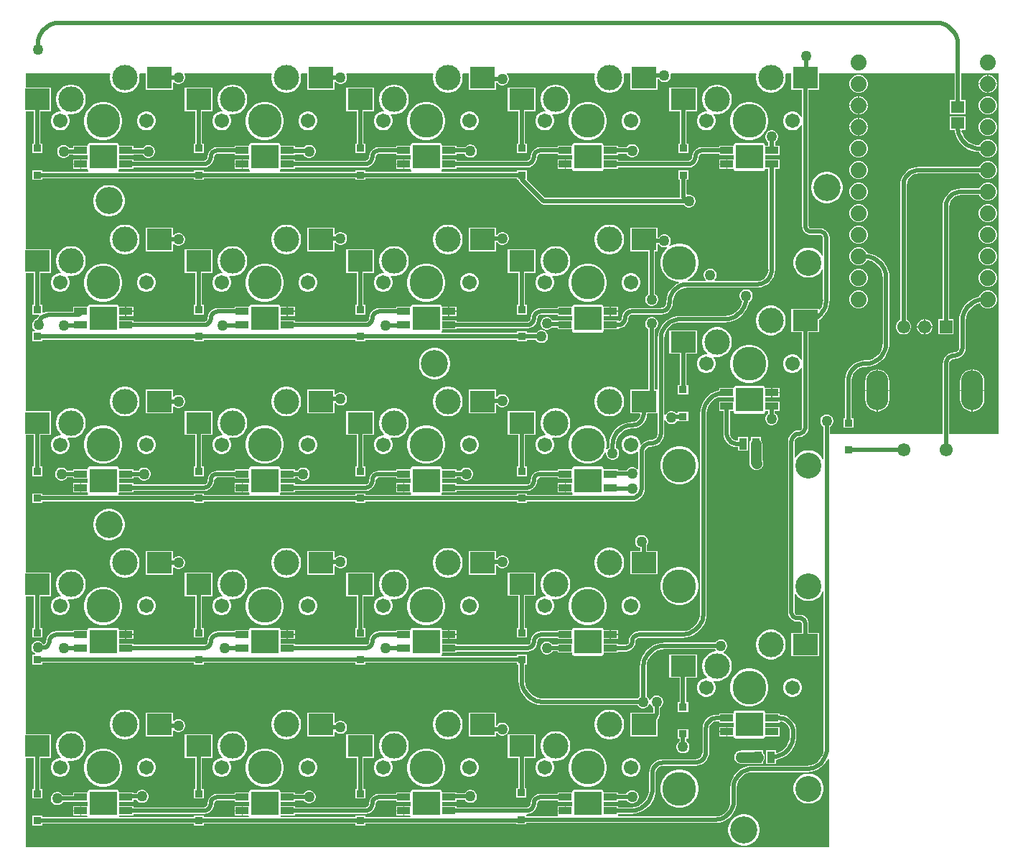
<source format=gbl>
G04*
G04 #@! TF.GenerationSoftware,Altium Limited,Altium Designer,22.0.2 (36)*
G04*
G04 Layer_Physical_Order=2*
G04 Layer_Color=16711680*
%FSLAX25Y25*%
%MOIN*%
G70*
G04*
G04 #@! TF.SameCoordinates,D710C13B-DE0B-4BD4-8DFF-8B7893174C1F*
G04*
G04*
G04 #@! TF.FilePolarity,Positive*
G04*
G01*
G75*
%ADD14R,0.03740X0.05315*%
G04:AMPARAMS|DCode=21|XSize=102.36mil|YSize=185.04mil|CornerRadius=51.18mil|HoleSize=0mil|Usage=FLASHONLY|Rotation=180.000|XOffset=0mil|YOffset=0mil|HoleType=Round|Shape=RoundedRectangle|*
%AMROUNDEDRECTD21*
21,1,0.10236,0.08268,0,0,180.0*
21,1,0.00000,0.18504,0,0,180.0*
1,1,0.10236,0.00000,0.04134*
1,1,0.10236,0.00000,0.04134*
1,1,0.10236,0.00000,-0.04134*
1,1,0.10236,0.00000,-0.04134*
%
%ADD21ROUNDEDRECTD21*%
%ADD22C,0.06102*%
%ADD23R,0.06102X0.06102*%
%ADD27C,0.02000*%
%ADD28C,0.11811*%
%ADD29C,0.06700*%
%ADD30C,0.15700*%
%ADD31R,0.12598X0.11024*%
%ADD32C,0.12598*%
%ADD33C,0.07400*%
%ADD34C,0.15701*%
%ADD35C,0.12000*%
%ADD36C,0.05000*%
%ADD37C,0.05000*%
%ADD38R,0.03740X0.03543*%
%ADD39R,0.11811X0.09843*%
%ADD40R,0.06299X0.03228*%
%ADD41R,0.06102X0.05512*%
G36*
X1868429Y824980D02*
X1873333D01*
Y812255D01*
X1873292Y812239D01*
X1872833Y812172D01*
X1872319Y813063D01*
X1871512Y813870D01*
X1870523Y814440D01*
X1869421Y814736D01*
X1868280D01*
X1867177Y814440D01*
X1866189Y813870D01*
X1865382Y813063D01*
X1864812Y812074D01*
X1864516Y810972D01*
Y809831D01*
X1864812Y808729D01*
X1865382Y807740D01*
X1866189Y806933D01*
X1867177Y806363D01*
X1868280Y806067D01*
X1869421D01*
X1870523Y806363D01*
X1871512Y806933D01*
X1872319Y807740D01*
X1872833Y808631D01*
X1873292Y808564D01*
X1873333Y808548D01*
Y761752D01*
X1873326D01*
X1873470Y760656D01*
X1873893Y759635D01*
X1874566Y758759D01*
X1875443Y758086D01*
X1876464Y757663D01*
X1877559Y757519D01*
Y757526D01*
X1881890D01*
X1881897Y757527D01*
X1882360Y757435D01*
X1882759Y757169D01*
X1883026Y756770D01*
X1883118Y756307D01*
X1883116Y756299D01*
Y747994D01*
X1882616Y747895D01*
X1882567Y748013D01*
X1881803Y749157D01*
X1880830Y750130D01*
X1879686Y750894D01*
X1878415Y751421D01*
X1877066Y751689D01*
X1875690D01*
X1874341Y751421D01*
X1873070Y750894D01*
X1871926Y750130D01*
X1870953Y749157D01*
X1870189Y748013D01*
X1869662Y746742D01*
X1869394Y745393D01*
Y744017D01*
X1869662Y742667D01*
X1870189Y741396D01*
X1870953Y740252D01*
X1871926Y739280D01*
X1873070Y738515D01*
X1874341Y737989D01*
X1875690Y737720D01*
X1877066D01*
X1878415Y737989D01*
X1879686Y738515D01*
X1880830Y739280D01*
X1881803Y740252D01*
X1882567Y741396D01*
X1882616Y741515D01*
X1883116Y741415D01*
Y727498D01*
X1883129Y727433D01*
X1882976Y725878D01*
X1882504Y724321D01*
X1881737Y722886D01*
X1881711Y722855D01*
X1881240Y723023D01*
Y723256D01*
X1868429D01*
Y712413D01*
X1873305D01*
Y699787D01*
X1872805Y699653D01*
X1872319Y700496D01*
X1871512Y701303D01*
X1870523Y701873D01*
X1869421Y702169D01*
X1868280D01*
X1867177Y701873D01*
X1866189Y701303D01*
X1865382Y700496D01*
X1864812Y699508D01*
X1864516Y698405D01*
Y697264D01*
X1864812Y696162D01*
X1865382Y695173D01*
X1866189Y694366D01*
X1867177Y693796D01*
X1868280Y693500D01*
X1869421D01*
X1870523Y693796D01*
X1871512Y694366D01*
X1872319Y695173D01*
X1872805Y696016D01*
X1873305Y695882D01*
Y668142D01*
X1873307Y668133D01*
X1873213Y667659D01*
X1872939Y667250D01*
X1872530Y666976D01*
X1872516Y666973D01*
X1872047Y666899D01*
Y666899D01*
X1870702Y666722D01*
X1869448Y666202D01*
X1868372Y665376D01*
X1867546Y664300D01*
X1867026Y663046D01*
X1866849Y661701D01*
X1866864D01*
Y582581D01*
X1866856D01*
X1867006Y581444D01*
X1867445Y580384D01*
X1868143Y579474D01*
X1869053Y578776D01*
X1870113Y578336D01*
X1871250Y578187D01*
Y578195D01*
X1872456D01*
Y578191D01*
X1872780Y578126D01*
X1873054Y577943D01*
X1873237Y577669D01*
X1873301Y577346D01*
X1873305D01*
Y573000D01*
X1868429D01*
Y562157D01*
X1881240D01*
Y573000D01*
X1876364D01*
Y577346D01*
X1876368D01*
X1876235Y578359D01*
X1875844Y579302D01*
X1875222Y580112D01*
X1874412Y580734D01*
X1873469Y581125D01*
X1872456Y581258D01*
Y581254D01*
X1871250D01*
X1871238Y581251D01*
X1870741Y581350D01*
X1870308Y581639D01*
X1870020Y582071D01*
X1869921Y582569D01*
X1869923Y582581D01*
Y590894D01*
X1870423Y591046D01*
X1870953Y590252D01*
X1871926Y589280D01*
X1873070Y588515D01*
X1874341Y587989D01*
X1875690Y587720D01*
X1877066D01*
X1878415Y587989D01*
X1879686Y588515D01*
X1880830Y589280D01*
X1881803Y590252D01*
X1882567Y591396D01*
X1882884Y592160D01*
X1883384Y592061D01*
Y519240D01*
X1883395Y519181D01*
X1883250Y517701D01*
X1882801Y516222D01*
X1882072Y514859D01*
X1881091Y513664D01*
X1879897Y512683D01*
X1878533Y511955D01*
X1877054Y511506D01*
X1875574Y511360D01*
X1875516Y511372D01*
X1850394D01*
Y511375D01*
X1848768Y511247D01*
X1847183Y510866D01*
X1845677Y510242D01*
X1844286Y509390D01*
X1843047Y508331D01*
X1841988Y507092D01*
X1841136Y505701D01*
X1840512Y504195D01*
X1840131Y502610D01*
X1840003Y500984D01*
X1840006D01*
Y494678D01*
X1840014Y494636D01*
X1839887Y493343D01*
X1839498Y492059D01*
X1838865Y490877D01*
X1838014Y489840D01*
X1836978Y488989D01*
X1835795Y488357D01*
X1834512Y487967D01*
X1833218Y487840D01*
X1833177Y487848D01*
X1787984D01*
X1787961Y488339D01*
X1787961D01*
Y488923D01*
X1793878D01*
Y488917D01*
X1795683Y489059D01*
X1797443Y489482D01*
X1799115Y490174D01*
X1800658Y491120D01*
X1802035Y492296D01*
X1803210Y493672D01*
X1804156Y495216D01*
X1804849Y496888D01*
X1805272Y498648D01*
X1805414Y500453D01*
X1805407D01*
Y507874D01*
X1805402Y507900D01*
X1805515Y508754D01*
X1805854Y509574D01*
X1806395Y510278D01*
X1807099Y510819D01*
X1807919Y511159D01*
X1808774Y511271D01*
X1808799Y511266D01*
X1823819D01*
Y511264D01*
X1825078Y511388D01*
X1826288Y511755D01*
X1827404Y512352D01*
X1828381Y513154D01*
X1829184Y514132D01*
X1829705Y515107D01*
X1829742Y515163D01*
X1829747Y515185D01*
X1829780Y515247D01*
X1830147Y516458D01*
X1830271Y517717D01*
X1830270D01*
Y528543D01*
X1830264Y528569D01*
X1830377Y529421D01*
X1830716Y530239D01*
X1831254Y530941D01*
X1831957Y531480D01*
X1832775Y531819D01*
X1833627Y531931D01*
X1833652Y531926D01*
X1834795D01*
Y531341D01*
X1841575D01*
Y529270D01*
X1838695D01*
Y527156D01*
Y525042D01*
X1841575D01*
Y524991D01*
X1841652Y524607D01*
X1841869Y524281D01*
X1842195Y524064D01*
X1842579Y523987D01*
X1855177D01*
X1855561Y524064D01*
X1855887Y524281D01*
X1856104Y524607D01*
X1856181Y524991D01*
Y525042D01*
X1862961D01*
Y529270D01*
X1856181D01*
Y531341D01*
X1862961D01*
Y531542D01*
X1863337Y531871D01*
X1864039Y531779D01*
X1865234Y531284D01*
X1866260Y530496D01*
X1867048Y529470D01*
X1867543Y528274D01*
X1867703Y527058D01*
X1867690Y526992D01*
Y525354D01*
X1867704Y525286D01*
X1867547Y523698D01*
X1867064Y522105D01*
X1866280Y520637D01*
X1865224Y519350D01*
X1863937Y518294D01*
X1862469Y517510D01*
X1861630Y517255D01*
X1861228Y517553D01*
Y518512D01*
X1856488D01*
Y512197D01*
X1861228D01*
Y514010D01*
X1862784Y514383D01*
X1864457Y515076D01*
X1866000Y516022D01*
X1867377Y517198D01*
X1868552Y518574D01*
X1869498Y520117D01*
X1870191Y521790D01*
X1870613Y523550D01*
X1870755Y525354D01*
X1870749D01*
Y526992D01*
X1870758D01*
X1870604Y528553D01*
X1870149Y530054D01*
X1869410Y531437D01*
X1868414Y532650D01*
X1867202Y533645D01*
X1865818Y534385D01*
X1864317Y534840D01*
X1862961Y534974D01*
Y535570D01*
X1856181D01*
Y536015D01*
X1856104Y536399D01*
X1855887Y536724D01*
X1855561Y536942D01*
X1855177Y537018D01*
X1842579D01*
X1842195Y536942D01*
X1841869Y536724D01*
X1841652Y536399D01*
X1841575Y536015D01*
Y535570D01*
X1834795D01*
Y534985D01*
X1833652D01*
Y534986D01*
X1832395Y534863D01*
X1831187Y534496D01*
X1830073Y533901D01*
X1829096Y533099D01*
X1828295Y532123D01*
X1827700Y531009D01*
X1827333Y529800D01*
X1827209Y528543D01*
X1827211D01*
Y517717D01*
X1827216Y517691D01*
X1827103Y516837D01*
X1826764Y516016D01*
X1826223Y515312D01*
X1825519Y514772D01*
X1824699Y514432D01*
X1823845Y514320D01*
X1823819Y514325D01*
X1808799D01*
Y514326D01*
X1807541Y514202D01*
X1806330Y513835D01*
X1805215Y513239D01*
X1804237Y512436D01*
X1803434Y511459D01*
X1802838Y510343D01*
X1802471Y509133D01*
X1802347Y507874D01*
X1802349D01*
Y500453D01*
X1802362Y500385D01*
X1802206Y498796D01*
X1801723Y497203D01*
X1800938Y495736D01*
X1799882Y494449D01*
X1798595Y493393D01*
X1797127Y492608D01*
X1795535Y492125D01*
X1793946Y491969D01*
X1793878Y491982D01*
X1787961D01*
Y492567D01*
X1781181D01*
Y494638D01*
X1787961D01*
Y495223D01*
X1791995D01*
X1792064Y495103D01*
X1792623Y494544D01*
X1793307Y494149D01*
X1794070Y493945D01*
X1794860D01*
X1795623Y494149D01*
X1796307Y494544D01*
X1796866Y495103D01*
X1797261Y495787D01*
X1797465Y496550D01*
Y497340D01*
X1797261Y498103D01*
X1796866Y498787D01*
X1796307Y499346D01*
X1795623Y499741D01*
X1794860Y499945D01*
X1794070D01*
X1793307Y499741D01*
X1792623Y499346D01*
X1792064Y498787D01*
X1791773Y498281D01*
X1787961D01*
Y498866D01*
X1781181D01*
Y499311D01*
X1781104Y499695D01*
X1780887Y500021D01*
X1780561Y500238D01*
X1780177Y500315D01*
X1767579D01*
X1767195Y500238D01*
X1766869Y500021D01*
X1766652Y499695D01*
X1766575Y499311D01*
Y498866D01*
X1759795D01*
Y498281D01*
X1751831D01*
Y498290D01*
X1750668Y498137D01*
X1749585Y497689D01*
X1748655Y496975D01*
X1747941Y496045D01*
X1747493Y494962D01*
X1747340Y493799D01*
X1747340D01*
X1747269Y493328D01*
X1747224Y493098D01*
X1746827Y492504D01*
X1746232Y492107D01*
X1745568Y491975D01*
X1745532Y491982D01*
X1712961D01*
Y492567D01*
X1706181D01*
Y494638D01*
X1712961D01*
Y495528D01*
X1716799D01*
X1716979Y495215D01*
X1717538Y494657D01*
X1718222Y494262D01*
X1718985Y494057D01*
X1719775D01*
X1720538Y494262D01*
X1721222Y494657D01*
X1721780Y495215D01*
X1722175Y495899D01*
X1722380Y496662D01*
Y497452D01*
X1722175Y498215D01*
X1721780Y498899D01*
X1721222Y499458D01*
X1720538Y499853D01*
X1719775Y500057D01*
X1718985D01*
X1718222Y499853D01*
X1717538Y499458D01*
X1716979Y498899D01*
X1716799Y498587D01*
X1712961D01*
Y498866D01*
X1706181D01*
Y499311D01*
X1706104Y499695D01*
X1705887Y500021D01*
X1705561Y500238D01*
X1705177Y500315D01*
X1692579D01*
X1692195Y500238D01*
X1691869Y500021D01*
X1691652Y499695D01*
X1691575Y499311D01*
Y498866D01*
X1684795D01*
Y498281D01*
X1676831D01*
Y498290D01*
X1675668Y498137D01*
X1674585Y497689D01*
X1673655Y496975D01*
X1672941Y496045D01*
X1672493Y494962D01*
X1672339Y493799D01*
X1672339D01*
X1672269Y493328D01*
X1672224Y493098D01*
X1671827Y492504D01*
X1671232Y492107D01*
X1670568Y491975D01*
X1670531Y491982D01*
X1637961D01*
Y492567D01*
X1631181D01*
Y494638D01*
X1637961D01*
Y495314D01*
X1641907D01*
X1642088Y495002D01*
X1642646Y494443D01*
X1643330Y494048D01*
X1644093Y493844D01*
X1644883D01*
X1645646Y494048D01*
X1646330Y494443D01*
X1646889Y495002D01*
X1647284Y495686D01*
X1647488Y496449D01*
Y497239D01*
X1647284Y498002D01*
X1646889Y498686D01*
X1646330Y499244D01*
X1645646Y499639D01*
X1644883Y499844D01*
X1644093D01*
X1643330Y499639D01*
X1642646Y499244D01*
X1642088Y498686D01*
X1641907Y498373D01*
X1637961D01*
Y498866D01*
X1631181D01*
Y499311D01*
X1631104Y499695D01*
X1630887Y500021D01*
X1630561Y500238D01*
X1630177Y500315D01*
X1617579D01*
X1617195Y500238D01*
X1616869Y500021D01*
X1616652Y499695D01*
X1616575Y499311D01*
Y498866D01*
X1609795D01*
Y498281D01*
X1601831D01*
Y498290D01*
X1600668Y498137D01*
X1599585Y497689D01*
X1598655Y496975D01*
X1597941Y496045D01*
X1597493Y494962D01*
X1597340Y493799D01*
X1597340D01*
X1597270Y493328D01*
X1597224Y493098D01*
X1596827Y492504D01*
X1596232Y492107D01*
X1595568Y491975D01*
X1595531Y491982D01*
X1562961D01*
Y492567D01*
X1556181D01*
Y494638D01*
X1562961D01*
Y495518D01*
X1564348D01*
X1564528Y495205D01*
X1565087Y494647D01*
X1565771Y494252D01*
X1566534Y494047D01*
X1567324D01*
X1568087Y494252D01*
X1568771Y494647D01*
X1569330Y495205D01*
X1569725Y495889D01*
X1569929Y496652D01*
Y497442D01*
X1569725Y498205D01*
X1569330Y498889D01*
X1568771Y499448D01*
X1568087Y499843D01*
X1567324Y500047D01*
X1566534D01*
X1565771Y499843D01*
X1565087Y499448D01*
X1564528Y498889D01*
X1564348Y498577D01*
X1562961D01*
Y498866D01*
X1556181D01*
Y499311D01*
X1556104Y499695D01*
X1555887Y500021D01*
X1555561Y500238D01*
X1555177Y500315D01*
X1542579D01*
X1542195Y500238D01*
X1541869Y500021D01*
X1541652Y499695D01*
X1541575Y499311D01*
Y498866D01*
X1534795D01*
Y497592D01*
X1530140D01*
X1529960Y497905D01*
X1529401Y498464D01*
X1528717Y498859D01*
X1527954Y499063D01*
X1527164D01*
X1526401Y498859D01*
X1525717Y498464D01*
X1525159Y497905D01*
X1524763Y497221D01*
X1524559Y496458D01*
Y495668D01*
X1524763Y494905D01*
X1525159Y494221D01*
X1525717Y493662D01*
X1526401Y493267D01*
X1527164Y493063D01*
X1527954D01*
X1528717Y493267D01*
X1529401Y493662D01*
X1529960Y494221D01*
X1530140Y494534D01*
X1537756D01*
Y494520D01*
X1538348Y494638D01*
X1541575D01*
Y492567D01*
X1538695D01*
Y490453D01*
Y488339D01*
X1541343D01*
X1541619Y487865D01*
X1541621Y487857D01*
X1541350Y487455D01*
X1520598D01*
Y488197D01*
X1515858D01*
Y483653D01*
X1520598D01*
Y484396D01*
X1590858D01*
Y483653D01*
X1595598D01*
Y484396D01*
X1665858D01*
Y483653D01*
X1670598D01*
Y484396D01*
X1740543D01*
Y484047D01*
X1745284D01*
Y484790D01*
X1767232D01*
X1767254Y484794D01*
X1767266Y484789D01*
X1767274Y484789D01*
X1767398Y484782D01*
X1767398Y484782D01*
X1767579Y484773D01*
Y484774D01*
X1780177D01*
X1780177Y484773D01*
X1780358Y484782D01*
X1780358Y484782D01*
X1780482Y484789D01*
X1780490Y484789D01*
X1780502Y484794D01*
X1780524Y484790D01*
X1833177D01*
Y484771D01*
X1835109Y484962D01*
X1836968Y485525D01*
X1838680Y486441D01*
X1840182Y487673D01*
X1841414Y489174D01*
X1842329Y490887D01*
X1842893Y492745D01*
X1843083Y494678D01*
X1843065D01*
Y500984D01*
X1843055Y501034D01*
X1843191Y502417D01*
X1843609Y503794D01*
X1844288Y505064D01*
X1845201Y506177D01*
X1846314Y507090D01*
X1847583Y507769D01*
X1848961Y508187D01*
X1850344Y508323D01*
X1850394Y508313D01*
X1875516D01*
Y508309D01*
X1877226Y508443D01*
X1878894Y508844D01*
X1880478Y509500D01*
X1881941Y510396D01*
X1883245Y511511D01*
X1884359Y512815D01*
X1885255Y514277D01*
X1885336Y514473D01*
X1885827Y514375D01*
Y473467D01*
X1512795D01*
Y515012D01*
X1516699D01*
Y500598D01*
X1515858D01*
Y496055D01*
X1520598D01*
Y500598D01*
X1519758D01*
Y515012D01*
X1524575D01*
Y525854D01*
X1512795D01*
Y590012D01*
X1516640D01*
Y575303D01*
X1515858D01*
Y570760D01*
X1520598D01*
Y575303D01*
X1519699D01*
Y590012D01*
X1524575D01*
Y600854D01*
X1512795D01*
Y664913D01*
X1516699D01*
Y650106D01*
X1515858D01*
Y645563D01*
X1520598D01*
Y650106D01*
X1519758D01*
Y664913D01*
X1524575D01*
Y675756D01*
X1512795D01*
Y740012D01*
X1516699D01*
Y725205D01*
X1515858D01*
Y720661D01*
X1518987D01*
X1519087Y720381D01*
X1519123Y720161D01*
X1518387Y719264D01*
X1518107Y718740D01*
X1517720Y718636D01*
X1517036Y718241D01*
X1516477Y717683D01*
X1516082Y716998D01*
X1515878Y716235D01*
Y715446D01*
X1516082Y714683D01*
X1516477Y713999D01*
X1517036Y713440D01*
X1517273Y713303D01*
X1517139Y712803D01*
X1515858D01*
Y708260D01*
X1520598D01*
Y709002D01*
X1590858D01*
Y708260D01*
X1595598D01*
Y709002D01*
X1665858D01*
Y708260D01*
X1670598D01*
Y709002D01*
X1740858D01*
Y708260D01*
X1745598D01*
Y709002D01*
X1749740D01*
X1749977Y708591D01*
X1750536Y708033D01*
X1751220Y707638D01*
X1751983Y707433D01*
X1752773D01*
X1753536Y707638D01*
X1754220Y708033D01*
X1754779Y708591D01*
X1755173Y709275D01*
X1755378Y710038D01*
Y710828D01*
X1755173Y711591D01*
X1754779Y712275D01*
X1754220Y712834D01*
X1753536Y713229D01*
X1752773Y713433D01*
X1751983D01*
X1751220Y713229D01*
X1750536Y712834D01*
X1749977Y712275D01*
X1749854Y712061D01*
X1745598D01*
Y712803D01*
X1740858D01*
Y712061D01*
X1706022D01*
X1705870Y712561D01*
X1705887Y712572D01*
X1706104Y712897D01*
X1706181Y713281D01*
Y713726D01*
X1712961D01*
Y714311D01*
X1745925D01*
Y714302D01*
X1747088Y714455D01*
X1748171Y714904D01*
X1749101Y715618D01*
X1749815Y716548D01*
X1750263Y717631D01*
X1750416Y718793D01*
X1750416D01*
X1750486Y719264D01*
X1750532Y719494D01*
X1750929Y720088D01*
X1751524Y720485D01*
X1752188Y720618D01*
X1752224Y720610D01*
X1759795D01*
Y720026D01*
X1766575D01*
Y717955D01*
X1759795D01*
Y717717D01*
X1757703D01*
X1757322Y718377D01*
X1756763Y718936D01*
X1756079Y719331D01*
X1755316Y719535D01*
X1754526D01*
X1753763Y719331D01*
X1753079Y718936D01*
X1752521Y718377D01*
X1752126Y717693D01*
X1751921Y716930D01*
Y716141D01*
X1752126Y715378D01*
X1752521Y714693D01*
X1753079Y714135D01*
X1753763Y713740D01*
X1754526Y713535D01*
X1755316D01*
X1756079Y713740D01*
X1756763Y714135D01*
X1757287Y714659D01*
X1759795D01*
Y713726D01*
X1766575D01*
Y713281D01*
X1766652Y712897D01*
X1766869Y712572D01*
X1767195Y712354D01*
X1767579Y712278D01*
X1780177D01*
X1780561Y712354D01*
X1780887Y712572D01*
X1781104Y712897D01*
X1781181Y713281D01*
Y713726D01*
X1787961D01*
Y713914D01*
X1788231Y714302D01*
X1789393Y714455D01*
X1790476Y714904D01*
X1791406Y715618D01*
X1792120Y716548D01*
X1792569Y717631D01*
X1792722Y718793D01*
X1792722D01*
X1792786Y719267D01*
X1792834Y719505D01*
X1793217Y720078D01*
X1793789Y720461D01*
X1794432Y720589D01*
X1794465Y720582D01*
X1807651D01*
Y720562D01*
X1809146Y720759D01*
X1810539Y721336D01*
X1811736Y722254D01*
X1812654Y723450D01*
X1813231Y724843D01*
X1813427Y726338D01*
X1813427D01*
X1813444Y726831D01*
X1813526Y727671D01*
X1813915Y728953D01*
X1814546Y730134D01*
X1815396Y731169D01*
X1816431Y732018D01*
X1817612Y732650D01*
X1818894Y733039D01*
X1820185Y733166D01*
X1820226Y733157D01*
X1852513D01*
Y733147D01*
X1854140Y733307D01*
X1855704Y733781D01*
X1857145Y734552D01*
X1858409Y735589D01*
X1859446Y736852D01*
X1860217Y738294D01*
X1860691Y739858D01*
X1860851Y741485D01*
X1860840D01*
Y788302D01*
X1862961D01*
Y792530D01*
X1856181D01*
Y794601D01*
X1862961D01*
Y798829D01*
X1860840D01*
Y800603D01*
X1861094Y800749D01*
X1861653Y801308D01*
X1862048Y801992D01*
X1862252Y802755D01*
Y803545D01*
X1862048Y804308D01*
X1861653Y804992D01*
X1861094Y805550D01*
X1860410Y805945D01*
X1859647Y806150D01*
X1858857D01*
X1858094Y805945D01*
X1857410Y805550D01*
X1856851Y804992D01*
X1856456Y804308D01*
X1856252Y803545D01*
Y802755D01*
X1856456Y801992D01*
X1856851Y801308D01*
X1857410Y800749D01*
X1857782Y800534D01*
Y798829D01*
X1856181D01*
Y799274D01*
X1856104Y799658D01*
X1855887Y799984D01*
X1855561Y800201D01*
X1855177Y800278D01*
X1842579D01*
X1842195Y800201D01*
X1841869Y799984D01*
X1841652Y799658D01*
X1841575Y799274D01*
Y798829D01*
X1834795D01*
Y798244D01*
X1826831D01*
Y798253D01*
X1825668Y798100D01*
X1824585Y797652D01*
X1823655Y796938D01*
X1822941Y796008D01*
X1822493Y794925D01*
X1822339Y793762D01*
X1822339D01*
X1822269Y793291D01*
X1822224Y793061D01*
X1821827Y792467D01*
X1821232Y792070D01*
X1820568Y791938D01*
X1820531Y791945D01*
X1787961D01*
Y792530D01*
X1781181D01*
Y794601D01*
X1787961D01*
Y795186D01*
X1791881D01*
X1792064Y794867D01*
X1792623Y794309D01*
X1793307Y793914D01*
X1794070Y793709D01*
X1794860D01*
X1795623Y793914D01*
X1796307Y794309D01*
X1796866Y794867D01*
X1797261Y795551D01*
X1797465Y796314D01*
Y797104D01*
X1797261Y797867D01*
X1796866Y798552D01*
X1796307Y799110D01*
X1795623Y799505D01*
X1794860Y799709D01*
X1794070D01*
X1793307Y799505D01*
X1792623Y799110D01*
X1792064Y798552D01*
X1791887Y798244D01*
X1787961D01*
Y798829D01*
X1781181D01*
Y799274D01*
X1781104Y799658D01*
X1780887Y799984D01*
X1780561Y800201D01*
X1780177Y800278D01*
X1767579D01*
X1767195Y800201D01*
X1766869Y799984D01*
X1766652Y799658D01*
X1766575Y799274D01*
Y798829D01*
X1759795D01*
Y798244D01*
X1751831D01*
Y798253D01*
X1750668Y798100D01*
X1749585Y797652D01*
X1748655Y796938D01*
X1747941Y796008D01*
X1747493Y794925D01*
X1747339Y793762D01*
X1747339D01*
X1747269Y793291D01*
X1747224Y793061D01*
X1746827Y792467D01*
X1746232Y792070D01*
X1745568Y791938D01*
X1745531Y791945D01*
X1712961D01*
Y792530D01*
X1706181D01*
Y794601D01*
X1712961D01*
Y795186D01*
X1716619D01*
X1716979Y794562D01*
X1717538Y794003D01*
X1718222Y793608D01*
X1718985Y793404D01*
X1719775D01*
X1720538Y793608D01*
X1721222Y794003D01*
X1721780Y794562D01*
X1722175Y795246D01*
X1722380Y796009D01*
Y796799D01*
X1722175Y797562D01*
X1721780Y798246D01*
X1721222Y798805D01*
X1720538Y799200D01*
X1719775Y799404D01*
X1718985D01*
X1718222Y799200D01*
X1717538Y798805D01*
X1716979Y798246D01*
X1716978Y798244D01*
X1712961D01*
Y798829D01*
X1706181D01*
Y799274D01*
X1706104Y799658D01*
X1705887Y799984D01*
X1705561Y800201D01*
X1705177Y800278D01*
X1692579D01*
X1692195Y800201D01*
X1691869Y799984D01*
X1691652Y799658D01*
X1691575Y799274D01*
Y798829D01*
X1684795D01*
Y798244D01*
X1676831D01*
Y798253D01*
X1675668Y798100D01*
X1674585Y797652D01*
X1673655Y796938D01*
X1672941Y796008D01*
X1672493Y794925D01*
X1672339Y793762D01*
X1672339D01*
X1672269Y793291D01*
X1672224Y793061D01*
X1671827Y792467D01*
X1671232Y792070D01*
X1670568Y791938D01*
X1670531Y791945D01*
X1637961D01*
Y792530D01*
X1631181D01*
Y794601D01*
X1637961D01*
Y795005D01*
X1641803D01*
X1642088Y794512D01*
X1642646Y793953D01*
X1643330Y793558D01*
X1644093Y793354D01*
X1644883D01*
X1645646Y793558D01*
X1646330Y793953D01*
X1646889Y794512D01*
X1647284Y795196D01*
X1647488Y795959D01*
Y796748D01*
X1647284Y797511D01*
X1646889Y798196D01*
X1646330Y798754D01*
X1645646Y799149D01*
X1644883Y799354D01*
X1644093D01*
X1643330Y799149D01*
X1642646Y798754D01*
X1642088Y798196D01*
X1642011Y798064D01*
X1637961D01*
Y798829D01*
X1631181D01*
Y799274D01*
X1631104Y799658D01*
X1630887Y799984D01*
X1630561Y800201D01*
X1630177Y800278D01*
X1617579D01*
X1617195Y800201D01*
X1616869Y799984D01*
X1616652Y799658D01*
X1616575Y799274D01*
Y798829D01*
X1609795D01*
Y798244D01*
X1601831D01*
Y798253D01*
X1600668Y798100D01*
X1599585Y797652D01*
X1598655Y796938D01*
X1597941Y796008D01*
X1597493Y794925D01*
X1597340Y793762D01*
X1597340D01*
X1597270Y793291D01*
X1597224Y793061D01*
X1596827Y792467D01*
X1596232Y792070D01*
X1595568Y791938D01*
X1595531Y791945D01*
X1562961D01*
Y792530D01*
X1556181D01*
Y794601D01*
X1562961D01*
Y794731D01*
X1567301D01*
X1567481Y794418D01*
X1568040Y793859D01*
X1568724Y793464D01*
X1569487Y793260D01*
X1570277D01*
X1571040Y793464D01*
X1571724Y793859D01*
X1572283Y794418D01*
X1572677Y795102D01*
X1572882Y795865D01*
Y796655D01*
X1572677Y797418D01*
X1572283Y798102D01*
X1571724Y798660D01*
X1571040Y799055D01*
X1570277Y799260D01*
X1569487D01*
X1568724Y799055D01*
X1568040Y798660D01*
X1567481Y798102D01*
X1567301Y797789D01*
X1562961D01*
Y798829D01*
X1556181D01*
Y799274D01*
X1556104Y799658D01*
X1555887Y799984D01*
X1555561Y800201D01*
X1555177Y800278D01*
X1542579D01*
X1542195Y800201D01*
X1541869Y799984D01*
X1541652Y799658D01*
X1541575Y799274D01*
Y798829D01*
X1534795D01*
Y797789D01*
X1533093D01*
X1532912Y798102D01*
X1532354Y798660D01*
X1531670Y799055D01*
X1530907Y799260D01*
X1530117D01*
X1529354Y799055D01*
X1528670Y798660D01*
X1528111Y798102D01*
X1527716Y797418D01*
X1527512Y796655D01*
Y795865D01*
X1527716Y795102D01*
X1528111Y794418D01*
X1528670Y793859D01*
X1529354Y793464D01*
X1530117Y793260D01*
X1530907D01*
X1531670Y793464D01*
X1532354Y793859D01*
X1532912Y794418D01*
X1533093Y794731D01*
X1534795D01*
Y794601D01*
X1541575D01*
Y792530D01*
X1538695D01*
Y790416D01*
Y788302D01*
X1541575D01*
Y788250D01*
X1541652Y787866D01*
X1541869Y787541D01*
X1541831Y786965D01*
X1541746Y786864D01*
X1520598D01*
Y787606D01*
X1515858D01*
Y783063D01*
X1520598D01*
Y783805D01*
X1590858D01*
Y783063D01*
X1595598D01*
Y783805D01*
X1665858D01*
Y783063D01*
X1670598D01*
Y783805D01*
X1740858D01*
Y783063D01*
X1741732D01*
X1741815Y782643D01*
X1742147Y782147D01*
X1752147Y772147D01*
X1752643Y771815D01*
X1753228Y771699D01*
X1818285D01*
X1818465Y771386D01*
X1819024Y770828D01*
X1819708Y770433D01*
X1820471Y770228D01*
X1821261D01*
X1822024Y770433D01*
X1822708Y770828D01*
X1823267Y771386D01*
X1823662Y772070D01*
X1823866Y772833D01*
Y773623D01*
X1823662Y774386D01*
X1823267Y775070D01*
X1822708Y775629D01*
X1822024Y776024D01*
X1821261Y776228D01*
X1820471D01*
X1820154Y776144D01*
X1819758Y776448D01*
Y783063D01*
X1820598D01*
Y787606D01*
X1815858D01*
Y783063D01*
X1816699D01*
Y775866D01*
X1816693D01*
X1816773Y775258D01*
X1816334Y774758D01*
X1753862D01*
X1745906Y782714D01*
X1745598Y783063D01*
X1745598D01*
X1745598Y783063D01*
Y787606D01*
X1740858D01*
Y786864D01*
X1706010D01*
X1705925Y786965D01*
X1705887Y787541D01*
X1706104Y787866D01*
X1706181Y788250D01*
Y788302D01*
X1712961D01*
Y788886D01*
X1745531D01*
Y788874D01*
X1746797Y789041D01*
X1747976Y789529D01*
X1748988Y790306D01*
X1749765Y791318D01*
X1750253Y792497D01*
X1750420Y793762D01*
X1750420D01*
X1750494Y794232D01*
X1750509Y794310D01*
X1750819Y794774D01*
X1751283Y795084D01*
X1751813Y795189D01*
X1751831Y795186D01*
X1759795D01*
Y794601D01*
X1766575D01*
Y792530D01*
X1763695D01*
Y790416D01*
Y788302D01*
X1766575D01*
Y788250D01*
X1766652Y787866D01*
X1766869Y787541D01*
X1767195Y787323D01*
X1767579Y787247D01*
X1780177D01*
X1780561Y787323D01*
X1780887Y787541D01*
X1781104Y787866D01*
X1781181Y788250D01*
Y788302D01*
X1787961D01*
Y788886D01*
X1820531D01*
Y788874D01*
X1821797Y789041D01*
X1822976Y789529D01*
X1823988Y790306D01*
X1824765Y791318D01*
X1825253Y792497D01*
X1825420Y793762D01*
X1825420D01*
X1825494Y794232D01*
X1825509Y794310D01*
X1825819Y794774D01*
X1826283Y795084D01*
X1826813Y795189D01*
X1826831Y795186D01*
X1834795D01*
Y794601D01*
X1841575D01*
Y792530D01*
X1838695D01*
Y790416D01*
Y788302D01*
X1841575D01*
Y788250D01*
X1841652Y787866D01*
X1841869Y787541D01*
X1842195Y787323D01*
X1842579Y787247D01*
X1855177D01*
X1855561Y787323D01*
X1855887Y787541D01*
X1856104Y787866D01*
X1856181Y788250D01*
Y788302D01*
X1857782D01*
Y741485D01*
X1857796Y741410D01*
X1857626Y740115D01*
X1857097Y738838D01*
X1856256Y737742D01*
X1855160Y736901D01*
X1853883Y736372D01*
X1852588Y736201D01*
X1852513Y736216D01*
X1832890D01*
X1832691Y736716D01*
X1833109Y737134D01*
X1833504Y737818D01*
X1833709Y738581D01*
Y739371D01*
X1833504Y740134D01*
X1833109Y740818D01*
X1832551Y741377D01*
X1831867Y741772D01*
X1831104Y741976D01*
X1830314D01*
X1829551Y741772D01*
X1828867Y741377D01*
X1828308Y740818D01*
X1827913Y740134D01*
X1827709Y739371D01*
Y738581D01*
X1827913Y737818D01*
X1828308Y737134D01*
X1828726Y736716D01*
X1828527Y736216D01*
X1820704D01*
X1820227Y736235D01*
X1820200Y736725D01*
X1820563Y736876D01*
X1822010Y737842D01*
X1823240Y739073D01*
X1824207Y740520D01*
X1824873Y742128D01*
X1825213Y743835D01*
Y745575D01*
X1824873Y747282D01*
X1824207Y748889D01*
X1823240Y750337D01*
X1822010Y751567D01*
X1820563Y752534D01*
X1818955Y753200D01*
X1817248Y753539D01*
X1815508D01*
X1813801Y753200D01*
X1812193Y752534D01*
X1811963Y752380D01*
X1811644Y752769D01*
X1811849Y752974D01*
X1812244Y753658D01*
X1812449Y754421D01*
Y755211D01*
X1812244Y755974D01*
X1811849Y756658D01*
X1811291Y757216D01*
X1810607Y757611D01*
X1809844Y757816D01*
X1809054D01*
X1808291Y757611D01*
X1807607Y757216D01*
X1807048Y756658D01*
X1806868Y756345D01*
X1806268D01*
Y760854D01*
X1793457D01*
Y750012D01*
X1802014D01*
Y730140D01*
X1801701Y729960D01*
X1801143Y729401D01*
X1800748Y728717D01*
X1800543Y727954D01*
Y727164D01*
X1800748Y726401D01*
X1801143Y725717D01*
X1801701Y725159D01*
X1802385Y724763D01*
X1803148Y724559D01*
X1803938D01*
X1804701Y724763D01*
X1805385Y725159D01*
X1805944Y725717D01*
X1806339Y726401D01*
X1806543Y727164D01*
Y727954D01*
X1806339Y728717D01*
X1805944Y729401D01*
X1805385Y729960D01*
X1805073Y730140D01*
Y750012D01*
X1806268D01*
Y753286D01*
X1806868D01*
X1807048Y752974D01*
X1807607Y752415D01*
X1808291Y752020D01*
X1809054Y751816D01*
X1809844D01*
X1810469Y751983D01*
X1810746Y751567D01*
X1809516Y750337D01*
X1808549Y748889D01*
X1807883Y747282D01*
X1807543Y745575D01*
Y743835D01*
X1807883Y742128D01*
X1808549Y740520D01*
X1809516Y739073D01*
X1810746Y737842D01*
X1812193Y736876D01*
X1813801Y736210D01*
X1815508Y735870D01*
X1816106D01*
X1816232Y735370D01*
X1814729Y734567D01*
X1813229Y733336D01*
X1811998Y731836D01*
X1811084Y730125D01*
X1810520Y728269D01*
X1810330Y726338D01*
X1810330D01*
X1810287Y725856D01*
X1810259Y725639D01*
X1809989Y724988D01*
X1809560Y724429D01*
X1809001Y724000D01*
X1808350Y723730D01*
X1807659Y723639D01*
X1807651Y723641D01*
X1794465D01*
Y723653D01*
X1793217Y723488D01*
X1792054Y723006D01*
X1791055Y722240D01*
X1790288Y721241D01*
X1789806Y720078D01*
X1789642Y718830D01*
X1789642D01*
X1789574Y718358D01*
X1789552Y718246D01*
X1789242Y717782D01*
X1788778Y717472D01*
X1788461Y717409D01*
X1787961Y717730D01*
Y717955D01*
X1781181D01*
Y720026D01*
X1784061D01*
Y722140D01*
Y724254D01*
X1781181D01*
Y724305D01*
X1781104Y724689D01*
X1780887Y725015D01*
X1780561Y725232D01*
X1780177Y725309D01*
X1767579D01*
X1767195Y725232D01*
X1766869Y725015D01*
X1766652Y724689D01*
X1766575Y724305D01*
Y724254D01*
X1759795D01*
Y723669D01*
X1752224D01*
Y723681D01*
X1750959Y723515D01*
X1749780Y723027D01*
X1748768Y722250D01*
X1747991Y721237D01*
X1747503Y720058D01*
X1747336Y718793D01*
X1747336D01*
X1747262Y718324D01*
X1747247Y718246D01*
X1746936Y717782D01*
X1746473Y717472D01*
X1745942Y717367D01*
X1745925Y717370D01*
X1712961D01*
Y717955D01*
X1706181D01*
Y720026D01*
X1709061D01*
Y722140D01*
Y724254D01*
X1706181D01*
Y724305D01*
X1706104Y724689D01*
X1705887Y725015D01*
X1705561Y725232D01*
X1705177Y725309D01*
X1692579D01*
X1692195Y725232D01*
X1691869Y725015D01*
X1691652Y724689D01*
X1691575Y724305D01*
Y724254D01*
X1684795D01*
Y723669D01*
X1677224D01*
Y723681D01*
X1675959Y723515D01*
X1674780Y723027D01*
X1673768Y722250D01*
X1672991Y721237D01*
X1672503Y720058D01*
X1672336Y718793D01*
X1672336D01*
X1672262Y718324D01*
X1672247Y718246D01*
X1671936Y717782D01*
X1671473Y717472D01*
X1670942Y717367D01*
X1670925Y717370D01*
X1637961D01*
Y717955D01*
X1631181D01*
Y720026D01*
X1634061D01*
Y722140D01*
Y724254D01*
X1631181D01*
Y724305D01*
X1631104Y724689D01*
X1630887Y725015D01*
X1630561Y725232D01*
X1630177Y725309D01*
X1617579D01*
X1617195Y725232D01*
X1616869Y725015D01*
X1616652Y724689D01*
X1616575Y724305D01*
Y724254D01*
X1609795D01*
Y723669D01*
X1602224D01*
Y723681D01*
X1600959Y723515D01*
X1599780Y723027D01*
X1598768Y722250D01*
X1597991Y721237D01*
X1597503Y720058D01*
X1597336Y718793D01*
X1597336D01*
X1597262Y718324D01*
X1597247Y718246D01*
X1596937Y717782D01*
X1596472Y717472D01*
X1595942Y717367D01*
X1595925Y717370D01*
X1562961D01*
Y717955D01*
X1556181D01*
Y720026D01*
X1559061D01*
Y722140D01*
Y724254D01*
X1556181D01*
Y724305D01*
X1556104Y724689D01*
X1555887Y725015D01*
X1555561Y725232D01*
X1555177Y725309D01*
X1542579D01*
X1542195Y725232D01*
X1541869Y725015D01*
X1541652Y724689D01*
X1541575Y724305D01*
Y724254D01*
X1534795D01*
Y722002D01*
X1523510D01*
Y722002D01*
X1522308Y721884D01*
X1521152Y721533D01*
X1521027Y721466D01*
X1520598Y721724D01*
Y725205D01*
X1519758D01*
Y740012D01*
X1524575D01*
Y750854D01*
X1512795D01*
Y814980D01*
X1516699D01*
Y800008D01*
X1515858D01*
Y795465D01*
X1520598D01*
Y800008D01*
X1519758D01*
Y814980D01*
X1524575D01*
Y825823D01*
X1512795D01*
Y832677D01*
X1551875D01*
X1552206Y832177D01*
X1551988Y831080D01*
Y829723D01*
X1552253Y828392D01*
X1552772Y827138D01*
X1553526Y826010D01*
X1554486Y825050D01*
X1555614Y824296D01*
X1556868Y823777D01*
X1558199Y823512D01*
X1559556D01*
X1560888Y823777D01*
X1562142Y824296D01*
X1563270Y825050D01*
X1564230Y826010D01*
X1564984Y827138D01*
X1565503Y828392D01*
X1565768Y829723D01*
Y831080D01*
X1565549Y832177D01*
X1565881Y832677D01*
X1568457D01*
Y824980D01*
X1581268D01*
Y828349D01*
X1581768Y828557D01*
X1582016Y828308D01*
X1582700Y827913D01*
X1583463Y827709D01*
X1584253D01*
X1585016Y827913D01*
X1585700Y828308D01*
X1586259Y828867D01*
X1586654Y829551D01*
X1586858Y830314D01*
Y831104D01*
X1586654Y831867D01*
X1586475Y832177D01*
X1586763Y832677D01*
X1626875D01*
X1627206Y832177D01*
X1626988Y831080D01*
Y829723D01*
X1627253Y828392D01*
X1627772Y827138D01*
X1628526Y826010D01*
X1629486Y825050D01*
X1630614Y824296D01*
X1631868Y823777D01*
X1633199Y823512D01*
X1634557D01*
X1635888Y823777D01*
X1637141Y824296D01*
X1638270Y825050D01*
X1639230Y826010D01*
X1639984Y827138D01*
X1640503Y828392D01*
X1640768Y829723D01*
Y831080D01*
X1640549Y832177D01*
X1640881Y832677D01*
X1643457D01*
Y824980D01*
X1656268D01*
Y828581D01*
X1656297Y828603D01*
X1656768Y828753D01*
X1657213Y828308D01*
X1657897Y827913D01*
X1658660Y827709D01*
X1659450D01*
X1660213Y827913D01*
X1660897Y828308D01*
X1661456Y828867D01*
X1661851Y829551D01*
X1662055Y830314D01*
Y831104D01*
X1661851Y831867D01*
X1661671Y832177D01*
X1661960Y832677D01*
X1701875D01*
X1702206Y832177D01*
X1701988Y831080D01*
Y829723D01*
X1702253Y828392D01*
X1702772Y827138D01*
X1703526Y826010D01*
X1704486Y825050D01*
X1705614Y824296D01*
X1706868Y823777D01*
X1708199Y823512D01*
X1709557D01*
X1710888Y823777D01*
X1712141Y824296D01*
X1713270Y825050D01*
X1714230Y826010D01*
X1714984Y827138D01*
X1715503Y828392D01*
X1715768Y829723D01*
Y831080D01*
X1715549Y832177D01*
X1715881Y832677D01*
X1718457D01*
Y824980D01*
X1731268D01*
Y828090D01*
X1731768Y828224D01*
X1731851Y828079D01*
X1732410Y827521D01*
X1733094Y827126D01*
X1733857Y826921D01*
X1734647D01*
X1735410Y827126D01*
X1736094Y827521D01*
X1736653Y828079D01*
X1737048Y828763D01*
X1737252Y829526D01*
Y830316D01*
X1737048Y831079D01*
X1736653Y831763D01*
X1736239Y832177D01*
X1736443Y832677D01*
X1776875D01*
X1777206Y832177D01*
X1776988Y831080D01*
Y829723D01*
X1777253Y828392D01*
X1777772Y827138D01*
X1778526Y826010D01*
X1779486Y825050D01*
X1780614Y824296D01*
X1781868Y823777D01*
X1783199Y823512D01*
X1784557D01*
X1785888Y823777D01*
X1787141Y824296D01*
X1788270Y825050D01*
X1789230Y826010D01*
X1789984Y827138D01*
X1790503Y828392D01*
X1790768Y829723D01*
Y831080D01*
X1790549Y832177D01*
X1790881Y832677D01*
X1793457D01*
Y824980D01*
X1806268D01*
Y829967D01*
X1806868D01*
X1807048Y829654D01*
X1807607Y829095D01*
X1808291Y828701D01*
X1809054Y828496D01*
X1809844D01*
X1810607Y828701D01*
X1811291Y829095D01*
X1811849Y829654D01*
X1812244Y830338D01*
X1812449Y831101D01*
Y831891D01*
X1812372Y832177D01*
X1812756Y832677D01*
X1851847D01*
X1852179Y832177D01*
X1851961Y831080D01*
Y829723D01*
X1852225Y828392D01*
X1852745Y827138D01*
X1853499Y826010D01*
X1854458Y825050D01*
X1855587Y824296D01*
X1856841Y823777D01*
X1858172Y823512D01*
X1859529D01*
X1860860Y823777D01*
X1862114Y824296D01*
X1863242Y825050D01*
X1864202Y826010D01*
X1864956Y827138D01*
X1865475Y828392D01*
X1865740Y829723D01*
Y831080D01*
X1865522Y832177D01*
X1865853Y832677D01*
X1868429D01*
Y824980D01*
D02*
G37*
G36*
X1964567Y665354D02*
X1941687D01*
Y697482D01*
X1941686Y697487D01*
X1941774Y698160D01*
X1942036Y698792D01*
X1942453Y699335D01*
X1942995Y699751D01*
X1943627Y700013D01*
X1943825Y700039D01*
X1944306Y700086D01*
Y700086D01*
X1945618Y700259D01*
X1946842Y700766D01*
X1947892Y701572D01*
X1948698Y702623D01*
X1949205Y703846D01*
X1949378Y705159D01*
X1949364D01*
Y717638D01*
X1949351Y717706D01*
X1949507Y719294D01*
X1949990Y720887D01*
X1950775Y722355D01*
X1951831Y723642D01*
X1953117Y724698D01*
X1954585Y725482D01*
X1955790Y725848D01*
X1956245Y725059D01*
X1957027Y724277D01*
X1957985Y723724D01*
X1959053Y723438D01*
X1960159D01*
X1961227Y723724D01*
X1962185Y724277D01*
X1962967Y725059D01*
X1963520Y726017D01*
X1963806Y727085D01*
Y728191D01*
X1963520Y729259D01*
X1962967Y730217D01*
X1962185Y730999D01*
X1961227Y731552D01*
X1960159Y731838D01*
X1959053D01*
X1957985Y731552D01*
X1957027Y730999D01*
X1956245Y730217D01*
X1955692Y729259D01*
X1955604Y728929D01*
X1954270Y728609D01*
X1952598Y727916D01*
X1951054Y726970D01*
X1949678Y725795D01*
X1948502Y724418D01*
X1947556Y722875D01*
X1946864Y721203D01*
X1946441Y719442D01*
X1946299Y717638D01*
X1946305D01*
Y705159D01*
X1946314Y705113D01*
X1946170Y704387D01*
X1945732Y703732D01*
X1945078Y703295D01*
X1944782Y703236D01*
X1944306Y703179D01*
Y703179D01*
X1942831Y702985D01*
X1941457Y702415D01*
X1940277Y701510D01*
X1939372Y700330D01*
X1938803Y698956D01*
X1938609Y697482D01*
X1938628D01*
Y665354D01*
X1886372D01*
Y668679D01*
X1886685Y668859D01*
X1887243Y669418D01*
X1887638Y670102D01*
X1887843Y670865D01*
Y671655D01*
X1887638Y672418D01*
X1887243Y673102D01*
X1886685Y673660D01*
X1886000Y674055D01*
X1885238Y674260D01*
X1884448D01*
X1883685Y674055D01*
X1883001Y673660D01*
X1882442Y673102D01*
X1882047Y672418D01*
X1881842Y671655D01*
Y670865D01*
X1882047Y670102D01*
X1882442Y669418D01*
X1883001Y668859D01*
X1883313Y668679D01*
Y653519D01*
X1882813Y653419D01*
X1882567Y654013D01*
X1881803Y655157D01*
X1880830Y656130D01*
X1879686Y656894D01*
X1878415Y657421D01*
X1877066Y657689D01*
X1875690D01*
X1874341Y657421D01*
X1873070Y656894D01*
X1871926Y656130D01*
X1870953Y655157D01*
X1870423Y654364D01*
X1869923Y654516D01*
Y661701D01*
X1869913Y661753D01*
X1870066Y662522D01*
X1870531Y663217D01*
X1871227Y663682D01*
X1871575Y663752D01*
X1872047Y663817D01*
Y663817D01*
X1873166Y663965D01*
X1874209Y664397D01*
X1875105Y665084D01*
X1875792Y665979D01*
X1876224Y667023D01*
X1876372Y668142D01*
X1876364D01*
Y712413D01*
X1881240D01*
Y718157D01*
X1881504Y718319D01*
X1882858Y719475D01*
X1884014Y720829D01*
X1884944Y722347D01*
X1885625Y723992D01*
X1886041Y725723D01*
X1886181Y727498D01*
X1886175D01*
Y756299D01*
X1886182D01*
X1886036Y757410D01*
X1885607Y758446D01*
X1884925Y759335D01*
X1884036Y760017D01*
X1883001Y760446D01*
X1881890Y760592D01*
Y760584D01*
X1877559D01*
X1877554Y760584D01*
X1877112Y760672D01*
X1876732Y760925D01*
X1876479Y761305D01*
X1876391Y761747D01*
X1876392Y761752D01*
Y824980D01*
X1881240D01*
Y832677D01*
X1944140D01*
Y820185D01*
X1942118D01*
Y813673D01*
X1949220D01*
Y820185D01*
X1947199D01*
Y832677D01*
X1964567D01*
Y665354D01*
D02*
G37*
G36*
X1676831Y795186D02*
X1684795D01*
Y794601D01*
X1691575D01*
Y792530D01*
X1688695D01*
Y790416D01*
Y788302D01*
X1691575D01*
Y788250D01*
X1691652Y787866D01*
X1691869Y787541D01*
X1691830Y786965D01*
X1691746Y786864D01*
X1670598D01*
Y787606D01*
X1665858D01*
Y786864D01*
X1631010D01*
X1630925Y786965D01*
X1630887Y787541D01*
X1631104Y787866D01*
X1631181Y788250D01*
Y788302D01*
X1637961D01*
Y788886D01*
X1670531D01*
Y788874D01*
X1671797Y789041D01*
X1672976Y789529D01*
X1673988Y790306D01*
X1674765Y791318D01*
X1675253Y792497D01*
X1675420Y793762D01*
X1675420D01*
X1675494Y794232D01*
X1675509Y794310D01*
X1675819Y794774D01*
X1676283Y795084D01*
X1676813Y795189D01*
X1676831Y795186D01*
D02*
G37*
G36*
X1601831D02*
X1609795D01*
Y794601D01*
X1616575D01*
Y792530D01*
X1613695D01*
Y790416D01*
Y788302D01*
X1616575D01*
Y788250D01*
X1616652Y787866D01*
X1616869Y787541D01*
X1616830Y786965D01*
X1616746Y786864D01*
X1595598D01*
Y787606D01*
X1590858D01*
Y786864D01*
X1556010D01*
X1555925Y786965D01*
X1555887Y787541D01*
X1556104Y787866D01*
X1556181Y788250D01*
Y788302D01*
X1562961D01*
Y788886D01*
X1595531D01*
Y788874D01*
X1596797Y789041D01*
X1597976Y789529D01*
X1598988Y790306D01*
X1599765Y791318D01*
X1600253Y792497D01*
X1600420Y793762D01*
X1600420D01*
X1600494Y794232D01*
X1600509Y794310D01*
X1600819Y794774D01*
X1601283Y795084D01*
X1601813Y795189D01*
X1601831Y795186D01*
D02*
G37*
G36*
X1676831Y495223D02*
X1684795D01*
Y494638D01*
X1691575D01*
Y492567D01*
X1688695D01*
Y490453D01*
Y488339D01*
X1691343D01*
X1691619Y487865D01*
X1691621Y487857D01*
X1691350Y487455D01*
X1670598D01*
Y488197D01*
X1665858D01*
Y487455D01*
X1631406D01*
X1631135Y487857D01*
X1631137Y487865D01*
X1631413Y488339D01*
X1637961D01*
Y488923D01*
X1670531D01*
Y488911D01*
X1671797Y489078D01*
X1672976Y489566D01*
X1673988Y490343D01*
X1674765Y491355D01*
X1675253Y492534D01*
X1675420Y493799D01*
X1675420D01*
X1675494Y494269D01*
X1675509Y494347D01*
X1675819Y494811D01*
X1676283Y495121D01*
X1676813Y495226D01*
X1676831Y495223D01*
D02*
G37*
G36*
X1601831D02*
X1609795D01*
Y494638D01*
X1616575D01*
Y492567D01*
X1613695D01*
Y490453D01*
Y488339D01*
X1616343D01*
X1616619Y487865D01*
X1616621Y487857D01*
X1616350Y487455D01*
X1595598D01*
Y488197D01*
X1590858D01*
Y487455D01*
X1556406D01*
X1556135Y487857D01*
X1556137Y487865D01*
X1556413Y488339D01*
X1562961D01*
Y488923D01*
X1595531D01*
Y488911D01*
X1596797Y489078D01*
X1597976Y489566D01*
X1598988Y490343D01*
X1599765Y491355D01*
X1600253Y492534D01*
X1600420Y493799D01*
X1600420D01*
X1600494Y494269D01*
X1600509Y494347D01*
X1600819Y494811D01*
X1601283Y495121D01*
X1601813Y495226D01*
X1601831Y495223D01*
D02*
G37*
G36*
X1751831D02*
X1759795D01*
Y494638D01*
X1766575D01*
Y492567D01*
X1763695D01*
Y490453D01*
X1763445D01*
Y490203D01*
X1759795D01*
Y488339D01*
X1759795D01*
X1759772Y487848D01*
X1745284D01*
Y488514D01*
X1745398Y488697D01*
X1745645Y488926D01*
X1746797Y489078D01*
X1747976Y489566D01*
X1748988Y490343D01*
X1749765Y491355D01*
X1750253Y492534D01*
X1750420Y493799D01*
X1750420D01*
X1750494Y494269D01*
X1750509Y494347D01*
X1750819Y494811D01*
X1751283Y495121D01*
X1751814Y495226D01*
X1751831Y495223D01*
D02*
G37*
%LPC*%
G36*
X1834529Y827291D02*
X1833172D01*
X1831841Y827027D01*
X1830587Y826507D01*
X1829458Y825753D01*
X1828499Y824794D01*
X1827745Y823665D01*
X1827225Y822411D01*
X1826961Y821080D01*
Y819723D01*
X1827225Y818392D01*
X1827745Y817138D01*
X1828499Y816010D01*
X1829272Y815236D01*
X1829065Y814736D01*
X1828280D01*
X1827177Y814440D01*
X1826189Y813870D01*
X1825382Y813063D01*
X1824812Y812074D01*
X1824516Y810972D01*
Y809831D01*
X1824812Y808729D01*
X1825382Y807740D01*
X1826189Y806933D01*
X1827177Y806363D01*
X1828280Y806067D01*
X1829421D01*
X1830523Y806363D01*
X1831512Y806933D01*
X1832319Y807740D01*
X1832889Y808729D01*
X1833185Y809831D01*
Y810972D01*
X1832889Y812074D01*
X1832319Y813063D01*
X1832183Y813199D01*
X1832429Y813660D01*
X1833172Y813512D01*
X1834529D01*
X1835860Y813777D01*
X1837114Y814296D01*
X1838242Y815050D01*
X1839202Y816010D01*
X1839956Y817138D01*
X1840475Y818392D01*
X1840740Y819723D01*
Y821080D01*
X1840475Y822411D01*
X1839956Y823665D01*
X1839202Y824794D01*
X1838242Y825753D01*
X1837114Y826507D01*
X1835860Y827027D01*
X1834529Y827291D01*
D02*
G37*
G36*
X1759557D02*
X1758199D01*
X1756868Y827027D01*
X1755614Y826507D01*
X1754486Y825753D01*
X1753526Y824794D01*
X1752772Y823665D01*
X1752253Y822411D01*
X1751988Y821080D01*
Y819723D01*
X1752253Y818392D01*
X1752772Y817138D01*
X1753526Y816010D01*
X1754300Y815236D01*
X1754093Y814736D01*
X1753307D01*
X1752205Y814440D01*
X1751217Y813870D01*
X1750410Y813063D01*
X1749839Y812074D01*
X1749544Y810972D01*
Y809831D01*
X1749839Y808729D01*
X1750410Y807740D01*
X1751217Y806933D01*
X1752205Y806363D01*
X1753307Y806067D01*
X1754449D01*
X1755551Y806363D01*
X1756539Y806933D01*
X1757346Y807740D01*
X1757917Y808729D01*
X1758212Y809831D01*
Y810972D01*
X1757917Y812074D01*
X1757346Y813063D01*
X1757210Y813199D01*
X1757457Y813660D01*
X1758199Y813512D01*
X1759557D01*
X1760888Y813777D01*
X1762141Y814296D01*
X1763270Y815050D01*
X1764230Y816010D01*
X1764984Y817138D01*
X1765503Y818392D01*
X1765768Y819723D01*
Y821080D01*
X1765503Y822411D01*
X1764984Y823665D01*
X1764230Y824794D01*
X1763270Y825753D01*
X1762141Y826507D01*
X1760888Y827027D01*
X1759557Y827291D01*
D02*
G37*
G36*
X1684557D02*
X1683199D01*
X1681868Y827027D01*
X1680614Y826507D01*
X1679486Y825753D01*
X1678526Y824794D01*
X1677772Y823665D01*
X1677253Y822411D01*
X1676988Y821080D01*
Y819723D01*
X1677253Y818392D01*
X1677772Y817138D01*
X1678526Y816010D01*
X1679300Y815236D01*
X1679093Y814736D01*
X1678307D01*
X1677205Y814440D01*
X1676217Y813870D01*
X1675410Y813063D01*
X1674839Y812074D01*
X1674544Y810972D01*
Y809831D01*
X1674839Y808729D01*
X1675410Y807740D01*
X1676217Y806933D01*
X1677205Y806363D01*
X1678307Y806067D01*
X1679449D01*
X1680551Y806363D01*
X1681539Y806933D01*
X1682346Y807740D01*
X1682917Y808729D01*
X1683212Y809831D01*
Y810972D01*
X1682917Y812074D01*
X1682346Y813063D01*
X1682210Y813199D01*
X1682457Y813660D01*
X1683199Y813512D01*
X1684557D01*
X1685888Y813777D01*
X1687141Y814296D01*
X1688270Y815050D01*
X1689230Y816010D01*
X1689984Y817138D01*
X1690503Y818392D01*
X1690768Y819723D01*
Y821080D01*
X1690503Y822411D01*
X1689984Y823665D01*
X1689230Y824794D01*
X1688270Y825753D01*
X1687141Y826507D01*
X1685888Y827027D01*
X1684557Y827291D01*
D02*
G37*
G36*
X1609557D02*
X1608199D01*
X1606868Y827027D01*
X1605614Y826507D01*
X1604486Y825753D01*
X1603526Y824794D01*
X1602772Y823665D01*
X1602253Y822411D01*
X1601988Y821080D01*
Y819723D01*
X1602253Y818392D01*
X1602772Y817138D01*
X1603526Y816010D01*
X1604300Y815236D01*
X1604093Y814736D01*
X1603307D01*
X1602205Y814440D01*
X1601217Y813870D01*
X1600410Y813063D01*
X1599839Y812074D01*
X1599544Y810972D01*
Y809831D01*
X1599839Y808729D01*
X1600410Y807740D01*
X1601217Y806933D01*
X1602205Y806363D01*
X1603307Y806067D01*
X1604449D01*
X1605551Y806363D01*
X1606539Y806933D01*
X1607346Y807740D01*
X1607917Y808729D01*
X1608212Y809831D01*
Y810972D01*
X1607917Y812074D01*
X1607346Y813063D01*
X1607210Y813199D01*
X1607457Y813660D01*
X1608199Y813512D01*
X1609557D01*
X1610888Y813777D01*
X1612141Y814296D01*
X1613270Y815050D01*
X1614230Y816010D01*
X1614984Y817138D01*
X1615503Y818392D01*
X1615768Y819723D01*
Y821080D01*
X1615503Y822411D01*
X1614984Y823665D01*
X1614230Y824794D01*
X1613270Y825753D01*
X1612141Y826507D01*
X1610888Y827027D01*
X1609557Y827291D01*
D02*
G37*
G36*
X1534556D02*
X1533199D01*
X1531868Y827027D01*
X1530614Y826507D01*
X1529486Y825753D01*
X1528526Y824794D01*
X1527772Y823665D01*
X1527253Y822411D01*
X1526988Y821080D01*
Y819723D01*
X1527253Y818392D01*
X1527772Y817138D01*
X1528526Y816010D01*
X1529300Y815236D01*
X1529093Y814736D01*
X1528307D01*
X1527205Y814440D01*
X1526217Y813870D01*
X1525410Y813063D01*
X1524839Y812074D01*
X1524544Y810972D01*
Y809831D01*
X1524839Y808729D01*
X1525410Y807740D01*
X1526217Y806933D01*
X1527205Y806363D01*
X1528307Y806067D01*
X1529449D01*
X1530551Y806363D01*
X1531539Y806933D01*
X1532346Y807740D01*
X1532917Y808729D01*
X1533212Y809831D01*
Y810972D01*
X1532917Y812074D01*
X1532346Y813063D01*
X1532210Y813199D01*
X1532457Y813660D01*
X1533199Y813512D01*
X1534556D01*
X1535888Y813777D01*
X1537142Y814296D01*
X1538270Y815050D01*
X1539230Y816010D01*
X1539984Y817138D01*
X1540503Y818392D01*
X1540768Y819723D01*
Y821080D01*
X1540503Y822411D01*
X1539984Y823665D01*
X1539230Y824794D01*
X1538270Y825753D01*
X1537142Y826507D01*
X1535888Y827027D01*
X1534556Y827291D01*
D02*
G37*
G36*
X1794449Y814736D02*
X1793307D01*
X1792205Y814440D01*
X1791217Y813870D01*
X1790410Y813063D01*
X1789839Y812074D01*
X1789544Y810972D01*
Y809831D01*
X1789839Y808729D01*
X1790410Y807740D01*
X1791217Y806933D01*
X1792205Y806363D01*
X1793307Y806067D01*
X1794449D01*
X1795551Y806363D01*
X1796539Y806933D01*
X1797346Y807740D01*
X1797917Y808729D01*
X1798212Y809831D01*
Y810972D01*
X1797917Y812074D01*
X1797346Y813063D01*
X1796539Y813870D01*
X1795551Y814440D01*
X1794449Y814736D01*
D02*
G37*
G36*
X1719449D02*
X1718307D01*
X1717205Y814440D01*
X1716217Y813870D01*
X1715410Y813063D01*
X1714839Y812074D01*
X1714544Y810972D01*
Y809831D01*
X1714839Y808729D01*
X1715410Y807740D01*
X1716217Y806933D01*
X1717205Y806363D01*
X1718307Y806067D01*
X1719449D01*
X1720551Y806363D01*
X1721539Y806933D01*
X1722346Y807740D01*
X1722917Y808729D01*
X1723212Y809831D01*
Y810972D01*
X1722917Y812074D01*
X1722346Y813063D01*
X1721539Y813870D01*
X1720551Y814440D01*
X1719449Y814736D01*
D02*
G37*
G36*
X1644449D02*
X1643307D01*
X1642205Y814440D01*
X1641217Y813870D01*
X1640410Y813063D01*
X1639839Y812074D01*
X1639544Y810972D01*
Y809831D01*
X1639839Y808729D01*
X1640410Y807740D01*
X1641217Y806933D01*
X1642205Y806363D01*
X1643307Y806067D01*
X1644449D01*
X1645551Y806363D01*
X1646539Y806933D01*
X1647346Y807740D01*
X1647917Y808729D01*
X1648212Y809831D01*
Y810972D01*
X1647917Y812074D01*
X1647346Y813063D01*
X1646539Y813870D01*
X1645551Y814440D01*
X1644449Y814736D01*
D02*
G37*
G36*
X1569449D02*
X1568307D01*
X1567205Y814440D01*
X1566217Y813870D01*
X1565410Y813063D01*
X1564839Y812074D01*
X1564544Y810972D01*
Y809831D01*
X1564839Y808729D01*
X1565410Y807740D01*
X1566217Y806933D01*
X1567205Y806363D01*
X1568307Y806067D01*
X1569449D01*
X1570551Y806363D01*
X1571539Y806933D01*
X1572346Y807740D01*
X1572917Y808729D01*
X1573212Y809831D01*
Y810972D01*
X1572917Y812074D01*
X1572346Y813063D01*
X1571539Y813870D01*
X1570551Y814440D01*
X1569449Y814736D01*
D02*
G37*
G36*
X1849721Y819236D02*
X1847980D01*
X1846273Y818896D01*
X1844666Y818230D01*
X1843219Y817264D01*
X1841988Y816033D01*
X1841022Y814586D01*
X1840356Y812978D01*
X1840016Y811272D01*
Y809531D01*
X1840356Y807825D01*
X1841022Y806217D01*
X1841988Y804770D01*
X1843219Y803540D01*
X1844666Y802573D01*
X1846273Y801907D01*
X1847980Y801567D01*
X1849721D01*
X1851427Y801907D01*
X1853035Y802573D01*
X1854482Y803540D01*
X1855712Y804770D01*
X1856679Y806217D01*
X1857345Y807825D01*
X1857685Y809531D01*
Y811272D01*
X1857345Y812978D01*
X1856679Y814586D01*
X1855712Y816033D01*
X1854482Y817264D01*
X1853035Y818230D01*
X1851427Y818896D01*
X1849721Y819236D01*
D02*
G37*
G36*
X1774748D02*
X1773008D01*
X1771301Y818896D01*
X1769693Y818230D01*
X1768246Y817264D01*
X1767016Y816033D01*
X1766049Y814586D01*
X1765383Y812978D01*
X1765044Y811272D01*
Y809531D01*
X1765383Y807825D01*
X1766049Y806217D01*
X1767016Y804770D01*
X1768246Y803540D01*
X1769693Y802573D01*
X1771301Y801907D01*
X1773008Y801567D01*
X1774748D01*
X1776455Y801907D01*
X1778062Y802573D01*
X1779510Y803540D01*
X1780740Y804770D01*
X1781707Y806217D01*
X1782373Y807825D01*
X1782712Y809531D01*
Y811272D01*
X1782373Y812978D01*
X1781707Y814586D01*
X1780740Y816033D01*
X1779510Y817264D01*
X1778062Y818230D01*
X1776455Y818896D01*
X1774748Y819236D01*
D02*
G37*
G36*
X1699748D02*
X1698008D01*
X1696301Y818896D01*
X1694693Y818230D01*
X1693246Y817264D01*
X1692016Y816033D01*
X1691049Y814586D01*
X1690383Y812978D01*
X1690044Y811272D01*
Y809531D01*
X1690383Y807825D01*
X1691049Y806217D01*
X1692016Y804770D01*
X1693246Y803540D01*
X1694693Y802573D01*
X1696301Y801907D01*
X1698008Y801567D01*
X1699748D01*
X1701455Y801907D01*
X1703062Y802573D01*
X1704510Y803540D01*
X1705740Y804770D01*
X1706707Y806217D01*
X1707373Y807825D01*
X1707712Y809531D01*
Y811272D01*
X1707373Y812978D01*
X1706707Y814586D01*
X1705740Y816033D01*
X1704510Y817264D01*
X1703062Y818230D01*
X1701455Y818896D01*
X1699748Y819236D01*
D02*
G37*
G36*
X1624748D02*
X1623008D01*
X1621301Y818896D01*
X1619693Y818230D01*
X1618246Y817264D01*
X1617016Y816033D01*
X1616049Y814586D01*
X1615383Y812978D01*
X1615044Y811272D01*
Y809531D01*
X1615383Y807825D01*
X1616049Y806217D01*
X1617016Y804770D01*
X1618246Y803540D01*
X1619693Y802573D01*
X1621301Y801907D01*
X1623008Y801567D01*
X1624748D01*
X1626455Y801907D01*
X1628062Y802573D01*
X1629510Y803540D01*
X1630740Y804770D01*
X1631707Y806217D01*
X1632373Y807825D01*
X1632712Y809531D01*
Y811272D01*
X1632373Y812978D01*
X1631707Y814586D01*
X1630740Y816033D01*
X1629510Y817264D01*
X1628062Y818230D01*
X1626455Y818896D01*
X1624748Y819236D01*
D02*
G37*
G36*
X1549748D02*
X1548008D01*
X1546301Y818896D01*
X1544693Y818230D01*
X1543246Y817264D01*
X1542016Y816033D01*
X1541049Y814586D01*
X1540383Y812978D01*
X1540044Y811272D01*
Y809531D01*
X1540383Y807825D01*
X1541049Y806217D01*
X1542016Y804770D01*
X1543246Y803540D01*
X1544693Y802573D01*
X1546301Y801907D01*
X1548008Y801567D01*
X1549748D01*
X1551455Y801907D01*
X1553063Y802573D01*
X1554510Y803540D01*
X1555740Y804770D01*
X1556707Y806217D01*
X1557373Y807825D01*
X1557712Y809531D01*
Y811272D01*
X1557373Y812978D01*
X1556707Y814586D01*
X1555740Y816033D01*
X1554510Y817264D01*
X1553063Y818230D01*
X1551455Y818896D01*
X1549748Y819236D01*
D02*
G37*
G36*
X1824547Y825823D02*
X1811736D01*
Y814980D01*
X1816699D01*
Y800008D01*
X1815858D01*
Y795465D01*
X1820598D01*
Y800008D01*
X1819758D01*
Y814980D01*
X1824547D01*
Y825823D01*
D02*
G37*
G36*
X1749575D02*
X1736764D01*
Y814980D01*
X1741699D01*
Y800008D01*
X1740858D01*
Y795465D01*
X1745598D01*
Y800008D01*
X1744758D01*
Y814980D01*
X1749575D01*
Y825823D01*
D02*
G37*
G36*
X1674575D02*
X1661764D01*
Y814980D01*
X1666699D01*
Y800008D01*
X1665858D01*
Y795465D01*
X1670598D01*
Y800008D01*
X1669758D01*
Y814980D01*
X1674575D01*
Y825823D01*
D02*
G37*
G36*
X1599575D02*
X1586764D01*
Y814980D01*
X1591699D01*
Y800008D01*
X1590858D01*
Y795465D01*
X1595598D01*
Y800008D01*
X1594758D01*
Y814980D01*
X1599575D01*
Y825823D01*
D02*
G37*
G36*
X1838195Y792530D02*
X1834795D01*
Y790666D01*
X1838195D01*
Y792530D01*
D02*
G37*
G36*
X1763195D02*
X1759795D01*
Y790666D01*
X1763195D01*
Y792530D01*
D02*
G37*
G36*
X1538195D02*
X1534795D01*
Y790666D01*
X1538195D01*
Y792530D01*
D02*
G37*
G36*
X1838195Y790166D02*
X1834795D01*
Y788302D01*
X1838195D01*
Y790166D01*
D02*
G37*
G36*
X1763195D02*
X1759795D01*
Y788302D01*
X1763195D01*
Y790166D01*
D02*
G37*
G36*
X1538195D02*
X1534795D01*
Y788302D01*
X1538195D01*
Y790166D01*
D02*
G37*
G36*
X1552292Y780685D02*
X1550857D01*
X1549450Y780405D01*
X1548125Y779856D01*
X1546932Y779059D01*
X1545917Y778045D01*
X1545120Y776852D01*
X1544571Y775526D01*
X1544291Y774119D01*
Y772684D01*
X1544571Y771277D01*
X1545120Y769952D01*
X1545917Y768759D01*
X1546932Y767744D01*
X1548125Y766947D01*
X1549450Y766398D01*
X1550857Y766118D01*
X1552292D01*
X1553699Y766398D01*
X1555025Y766947D01*
X1556218Y767744D01*
X1557232Y768759D01*
X1558029Y769952D01*
X1558578Y771277D01*
X1558858Y772684D01*
Y774119D01*
X1558578Y775526D01*
X1558029Y776852D01*
X1557232Y778045D01*
X1556218Y779059D01*
X1555025Y779856D01*
X1553699Y780405D01*
X1552292Y780685D01*
D02*
G37*
G36*
X1731268Y760854D02*
X1718457D01*
Y750012D01*
X1731268D01*
Y754074D01*
X1731768Y754208D01*
X1731851Y754064D01*
X1732410Y753505D01*
X1733094Y753110D01*
X1733857Y752906D01*
X1734647D01*
X1735410Y753110D01*
X1736094Y753505D01*
X1736653Y754064D01*
X1737048Y754747D01*
X1737252Y755511D01*
Y756300D01*
X1737048Y757063D01*
X1736653Y757748D01*
X1736094Y758306D01*
X1735410Y758701D01*
X1734647Y758906D01*
X1733857D01*
X1733094Y758701D01*
X1732410Y758306D01*
X1731851Y757748D01*
X1731768Y757603D01*
X1731268Y757737D01*
Y760854D01*
D02*
G37*
G36*
X1656268D02*
X1643457D01*
Y750012D01*
X1656268D01*
Y753778D01*
X1656297Y753799D01*
X1656768Y753950D01*
X1657213Y753505D01*
X1657897Y753110D01*
X1658660Y752906D01*
X1659450D01*
X1660213Y753110D01*
X1660897Y753505D01*
X1661456Y754064D01*
X1661851Y754747D01*
X1662055Y755511D01*
Y756300D01*
X1661851Y757063D01*
X1661456Y757748D01*
X1660897Y758306D01*
X1660213Y758701D01*
X1659450Y758906D01*
X1658660D01*
X1657897Y758701D01*
X1657213Y758306D01*
X1656768Y757861D01*
X1656297Y758011D01*
X1656268Y758033D01*
Y760854D01*
D02*
G37*
G36*
X1581268D02*
X1568457D01*
Y750012D01*
X1581268D01*
Y753153D01*
X1581768Y753360D01*
X1582016Y753111D01*
X1582700Y752716D01*
X1583463Y752512D01*
X1584253D01*
X1585016Y752716D01*
X1585700Y753111D01*
X1586259Y753670D01*
X1586654Y754354D01*
X1586858Y755117D01*
Y755907D01*
X1586654Y756670D01*
X1586259Y757354D01*
X1585700Y757912D01*
X1585016Y758307D01*
X1584253Y758512D01*
X1583463D01*
X1582700Y758307D01*
X1582016Y757912D01*
X1581768Y757664D01*
X1581268Y757871D01*
Y760854D01*
D02*
G37*
G36*
X1784557Y762323D02*
X1783199D01*
X1781868Y762058D01*
X1780614Y761539D01*
X1779486Y760785D01*
X1778526Y759825D01*
X1777772Y758697D01*
X1777253Y757443D01*
X1776988Y756112D01*
Y754754D01*
X1777253Y753423D01*
X1777772Y752170D01*
X1778526Y751041D01*
X1779486Y750081D01*
X1780614Y749327D01*
X1781868Y748808D01*
X1783199Y748543D01*
X1784557D01*
X1785888Y748808D01*
X1787141Y749327D01*
X1788270Y750081D01*
X1789230Y751041D01*
X1789984Y752170D01*
X1790503Y753423D01*
X1790768Y754754D01*
Y756112D01*
X1790503Y757443D01*
X1789984Y758697D01*
X1789230Y759825D01*
X1788270Y760785D01*
X1787141Y761539D01*
X1785888Y762058D01*
X1784557Y762323D01*
D02*
G37*
G36*
X1709557D02*
X1708199D01*
X1706868Y762058D01*
X1705614Y761539D01*
X1704486Y760785D01*
X1703526Y759825D01*
X1702772Y758697D01*
X1702253Y757443D01*
X1701988Y756112D01*
Y754754D01*
X1702253Y753423D01*
X1702772Y752170D01*
X1703526Y751041D01*
X1704486Y750081D01*
X1705614Y749327D01*
X1706868Y748808D01*
X1708199Y748543D01*
X1709557D01*
X1710888Y748808D01*
X1712141Y749327D01*
X1713270Y750081D01*
X1714230Y751041D01*
X1714984Y752170D01*
X1715503Y753423D01*
X1715768Y754754D01*
Y756112D01*
X1715503Y757443D01*
X1714984Y758697D01*
X1714230Y759825D01*
X1713270Y760785D01*
X1712141Y761539D01*
X1710888Y762058D01*
X1709557Y762323D01*
D02*
G37*
G36*
X1634557D02*
X1633199D01*
X1631868Y762058D01*
X1630614Y761539D01*
X1629486Y760785D01*
X1628526Y759825D01*
X1627772Y758697D01*
X1627253Y757443D01*
X1626988Y756112D01*
Y754754D01*
X1627253Y753423D01*
X1627772Y752170D01*
X1628526Y751041D01*
X1629486Y750081D01*
X1630614Y749327D01*
X1631868Y748808D01*
X1633199Y748543D01*
X1634557D01*
X1635888Y748808D01*
X1637141Y749327D01*
X1638270Y750081D01*
X1639230Y751041D01*
X1639984Y752170D01*
X1640503Y753423D01*
X1640768Y754754D01*
Y756112D01*
X1640503Y757443D01*
X1639984Y758697D01*
X1639230Y759825D01*
X1638270Y760785D01*
X1637141Y761539D01*
X1635888Y762058D01*
X1634557Y762323D01*
D02*
G37*
G36*
X1559556D02*
X1558199D01*
X1556868Y762058D01*
X1555614Y761539D01*
X1554486Y760785D01*
X1553526Y759825D01*
X1552772Y758697D01*
X1552253Y757443D01*
X1551988Y756112D01*
Y754754D01*
X1552253Y753423D01*
X1552772Y752170D01*
X1553526Y751041D01*
X1554486Y750081D01*
X1555614Y749327D01*
X1556868Y748808D01*
X1558199Y748543D01*
X1559556D01*
X1560888Y748808D01*
X1562142Y749327D01*
X1563270Y750081D01*
X1564230Y751041D01*
X1564984Y752170D01*
X1565503Y753423D01*
X1565768Y754754D01*
Y756112D01*
X1565503Y757443D01*
X1564984Y758697D01*
X1564230Y759825D01*
X1563270Y760785D01*
X1562142Y761539D01*
X1560888Y762058D01*
X1559556Y762323D01*
D02*
G37*
G36*
X1759557Y752323D02*
X1758199D01*
X1756868Y752058D01*
X1755614Y751539D01*
X1754486Y750785D01*
X1753526Y749825D01*
X1752772Y748697D01*
X1752253Y747443D01*
X1751988Y746112D01*
Y744755D01*
X1752253Y743423D01*
X1752772Y742170D01*
X1753526Y741041D01*
X1754300Y740267D01*
X1754093Y739767D01*
X1753307D01*
X1752205Y739472D01*
X1751217Y738901D01*
X1750410Y738094D01*
X1749839Y737106D01*
X1749544Y736004D01*
Y734863D01*
X1749839Y733760D01*
X1750410Y732772D01*
X1751217Y731965D01*
X1752205Y731394D01*
X1753307Y731099D01*
X1754449D01*
X1755551Y731394D01*
X1756539Y731965D01*
X1757346Y732772D01*
X1757917Y733760D01*
X1758212Y734863D01*
Y736004D01*
X1757917Y737106D01*
X1757346Y738094D01*
X1757210Y738230D01*
X1757457Y738691D01*
X1758199Y738543D01*
X1759557D01*
X1760888Y738808D01*
X1762141Y739327D01*
X1763270Y740081D01*
X1764230Y741041D01*
X1764984Y742170D01*
X1765503Y743423D01*
X1765768Y744755D01*
Y746112D01*
X1765503Y747443D01*
X1764984Y748697D01*
X1764230Y749825D01*
X1763270Y750785D01*
X1762141Y751539D01*
X1760888Y752058D01*
X1759557Y752323D01*
D02*
G37*
G36*
X1684557D02*
X1683199D01*
X1681868Y752058D01*
X1680614Y751539D01*
X1679486Y750785D01*
X1678526Y749825D01*
X1677772Y748697D01*
X1677253Y747443D01*
X1676988Y746112D01*
Y744755D01*
X1677253Y743423D01*
X1677772Y742170D01*
X1678526Y741041D01*
X1679300Y740267D01*
X1679093Y739767D01*
X1678307D01*
X1677205Y739472D01*
X1676217Y738901D01*
X1675410Y738094D01*
X1674839Y737106D01*
X1674544Y736004D01*
Y734863D01*
X1674839Y733760D01*
X1675410Y732772D01*
X1676217Y731965D01*
X1677205Y731394D01*
X1678307Y731099D01*
X1679449D01*
X1680551Y731394D01*
X1681539Y731965D01*
X1682346Y732772D01*
X1682917Y733760D01*
X1683212Y734863D01*
Y736004D01*
X1682917Y737106D01*
X1682346Y738094D01*
X1682210Y738230D01*
X1682457Y738691D01*
X1683199Y738543D01*
X1684557D01*
X1685888Y738808D01*
X1687141Y739327D01*
X1688270Y740081D01*
X1689230Y741041D01*
X1689984Y742170D01*
X1690503Y743423D01*
X1690768Y744755D01*
Y746112D01*
X1690503Y747443D01*
X1689984Y748697D01*
X1689230Y749825D01*
X1688270Y750785D01*
X1687141Y751539D01*
X1685888Y752058D01*
X1684557Y752323D01*
D02*
G37*
G36*
X1609557D02*
X1608199D01*
X1606868Y752058D01*
X1605614Y751539D01*
X1604486Y750785D01*
X1603526Y749825D01*
X1602772Y748697D01*
X1602253Y747443D01*
X1601988Y746112D01*
Y744755D01*
X1602253Y743423D01*
X1602772Y742170D01*
X1603526Y741041D01*
X1604300Y740267D01*
X1604093Y739767D01*
X1603307D01*
X1602205Y739472D01*
X1601217Y738901D01*
X1600410Y738094D01*
X1599839Y737106D01*
X1599544Y736004D01*
Y734863D01*
X1599839Y733760D01*
X1600410Y732772D01*
X1601217Y731965D01*
X1602205Y731394D01*
X1603307Y731099D01*
X1604449D01*
X1605551Y731394D01*
X1606539Y731965D01*
X1607346Y732772D01*
X1607917Y733760D01*
X1608212Y734863D01*
Y736004D01*
X1607917Y737106D01*
X1607346Y738094D01*
X1607210Y738230D01*
X1607457Y738691D01*
X1608199Y738543D01*
X1609557D01*
X1610888Y738808D01*
X1612141Y739327D01*
X1613270Y740081D01*
X1614230Y741041D01*
X1614984Y742170D01*
X1615503Y743423D01*
X1615768Y744755D01*
Y746112D01*
X1615503Y747443D01*
X1614984Y748697D01*
X1614230Y749825D01*
X1613270Y750785D01*
X1612141Y751539D01*
X1610888Y752058D01*
X1609557Y752323D01*
D02*
G37*
G36*
X1534556D02*
X1533199D01*
X1531868Y752058D01*
X1530614Y751539D01*
X1529486Y750785D01*
X1528526Y749825D01*
X1527772Y748697D01*
X1527253Y747443D01*
X1526988Y746112D01*
Y744755D01*
X1527253Y743423D01*
X1527772Y742170D01*
X1528526Y741041D01*
X1529300Y740267D01*
X1529093Y739767D01*
X1528307D01*
X1527205Y739472D01*
X1526217Y738901D01*
X1525410Y738094D01*
X1524839Y737106D01*
X1524544Y736004D01*
Y734863D01*
X1524839Y733760D01*
X1525410Y732772D01*
X1526217Y731965D01*
X1527205Y731394D01*
X1528307Y731099D01*
X1529449D01*
X1530551Y731394D01*
X1531539Y731965D01*
X1532346Y732772D01*
X1532917Y733760D01*
X1533212Y734863D01*
Y736004D01*
X1532917Y737106D01*
X1532346Y738094D01*
X1532210Y738230D01*
X1532457Y738691D01*
X1533199Y738543D01*
X1534556D01*
X1535888Y738808D01*
X1537142Y739327D01*
X1538270Y740081D01*
X1539230Y741041D01*
X1539984Y742170D01*
X1540503Y743423D01*
X1540768Y744755D01*
Y746112D01*
X1540503Y747443D01*
X1539984Y748697D01*
X1539230Y749825D01*
X1538270Y750785D01*
X1537142Y751539D01*
X1535888Y752058D01*
X1534556Y752323D01*
D02*
G37*
G36*
X1794449Y739767D02*
X1793307D01*
X1792205Y739472D01*
X1791217Y738901D01*
X1790410Y738094D01*
X1789839Y737106D01*
X1789544Y736004D01*
Y734863D01*
X1789839Y733760D01*
X1790410Y732772D01*
X1791217Y731965D01*
X1792205Y731394D01*
X1793307Y731099D01*
X1794449D01*
X1795551Y731394D01*
X1796539Y731965D01*
X1797346Y732772D01*
X1797917Y733760D01*
X1798212Y734863D01*
Y736004D01*
X1797917Y737106D01*
X1797346Y738094D01*
X1796539Y738901D01*
X1795551Y739472D01*
X1794449Y739767D01*
D02*
G37*
G36*
X1719449D02*
X1718307D01*
X1717205Y739472D01*
X1716217Y738901D01*
X1715410Y738094D01*
X1714839Y737106D01*
X1714544Y736004D01*
Y734863D01*
X1714839Y733760D01*
X1715410Y732772D01*
X1716217Y731965D01*
X1717205Y731394D01*
X1718307Y731099D01*
X1719449D01*
X1720551Y731394D01*
X1721539Y731965D01*
X1722346Y732772D01*
X1722917Y733760D01*
X1723212Y734863D01*
Y736004D01*
X1722917Y737106D01*
X1722346Y738094D01*
X1721539Y738901D01*
X1720551Y739472D01*
X1719449Y739767D01*
D02*
G37*
G36*
X1644449D02*
X1643307D01*
X1642205Y739472D01*
X1641217Y738901D01*
X1640410Y738094D01*
X1639839Y737106D01*
X1639544Y736004D01*
Y734863D01*
X1639839Y733760D01*
X1640410Y732772D01*
X1641217Y731965D01*
X1642205Y731394D01*
X1643307Y731099D01*
X1644449D01*
X1645551Y731394D01*
X1646539Y731965D01*
X1647346Y732772D01*
X1647917Y733760D01*
X1648212Y734863D01*
Y736004D01*
X1647917Y737106D01*
X1647346Y738094D01*
X1646539Y738901D01*
X1645551Y739472D01*
X1644449Y739767D01*
D02*
G37*
G36*
X1569449D02*
X1568307D01*
X1567205Y739472D01*
X1566217Y738901D01*
X1565410Y738094D01*
X1564839Y737106D01*
X1564544Y736004D01*
Y734863D01*
X1564839Y733760D01*
X1565410Y732772D01*
X1566217Y731965D01*
X1567205Y731394D01*
X1568307Y731099D01*
X1569449D01*
X1570551Y731394D01*
X1571539Y731965D01*
X1572346Y732772D01*
X1572917Y733760D01*
X1573212Y734863D01*
Y736004D01*
X1572917Y737106D01*
X1572346Y738094D01*
X1571539Y738901D01*
X1570551Y739472D01*
X1569449Y739767D01*
D02*
G37*
G36*
X1774748Y744267D02*
X1773008D01*
X1771301Y743928D01*
X1769693Y743262D01*
X1768246Y742295D01*
X1767016Y741065D01*
X1766049Y739618D01*
X1765383Y738010D01*
X1765044Y736303D01*
Y734563D01*
X1765383Y732856D01*
X1766049Y731249D01*
X1767016Y729802D01*
X1768246Y728571D01*
X1769693Y727604D01*
X1771301Y726938D01*
X1773008Y726599D01*
X1774748D01*
X1776455Y726938D01*
X1778062Y727604D01*
X1779510Y728571D01*
X1780740Y729802D01*
X1781707Y731249D01*
X1782373Y732856D01*
X1782712Y734563D01*
Y736303D01*
X1782373Y738010D01*
X1781707Y739618D01*
X1780740Y741065D01*
X1779510Y742295D01*
X1778062Y743262D01*
X1776455Y743928D01*
X1774748Y744267D01*
D02*
G37*
G36*
X1699748D02*
X1698008D01*
X1696301Y743928D01*
X1694693Y743262D01*
X1693246Y742295D01*
X1692016Y741065D01*
X1691049Y739618D01*
X1690383Y738010D01*
X1690044Y736303D01*
Y734563D01*
X1690383Y732856D01*
X1691049Y731249D01*
X1692016Y729802D01*
X1693246Y728571D01*
X1694693Y727604D01*
X1696301Y726938D01*
X1698008Y726599D01*
X1699748D01*
X1701455Y726938D01*
X1703062Y727604D01*
X1704510Y728571D01*
X1705740Y729802D01*
X1706707Y731249D01*
X1707373Y732856D01*
X1707712Y734563D01*
Y736303D01*
X1707373Y738010D01*
X1706707Y739618D01*
X1705740Y741065D01*
X1704510Y742295D01*
X1703062Y743262D01*
X1701455Y743928D01*
X1699748Y744267D01*
D02*
G37*
G36*
X1624748D02*
X1623008D01*
X1621301Y743928D01*
X1619693Y743262D01*
X1618246Y742295D01*
X1617016Y741065D01*
X1616049Y739618D01*
X1615383Y738010D01*
X1615044Y736303D01*
Y734563D01*
X1615383Y732856D01*
X1616049Y731249D01*
X1617016Y729802D01*
X1618246Y728571D01*
X1619693Y727604D01*
X1621301Y726938D01*
X1623008Y726599D01*
X1624748D01*
X1626455Y726938D01*
X1628062Y727604D01*
X1629510Y728571D01*
X1630740Y729802D01*
X1631707Y731249D01*
X1632373Y732856D01*
X1632712Y734563D01*
Y736303D01*
X1632373Y738010D01*
X1631707Y739618D01*
X1630740Y741065D01*
X1629510Y742295D01*
X1628062Y743262D01*
X1626455Y743928D01*
X1624748Y744267D01*
D02*
G37*
G36*
X1549748D02*
X1548008D01*
X1546301Y743928D01*
X1544693Y743262D01*
X1543246Y742295D01*
X1542016Y741065D01*
X1541049Y739618D01*
X1540383Y738010D01*
X1540044Y736303D01*
Y734563D01*
X1540383Y732856D01*
X1541049Y731249D01*
X1542016Y729802D01*
X1543246Y728571D01*
X1544693Y727604D01*
X1546301Y726938D01*
X1548008Y726599D01*
X1549748D01*
X1551455Y726938D01*
X1553063Y727604D01*
X1554510Y728571D01*
X1555740Y729802D01*
X1556707Y731249D01*
X1557373Y732856D01*
X1557712Y734563D01*
Y736303D01*
X1557373Y738010D01*
X1556707Y739618D01*
X1555740Y741065D01*
X1554510Y742295D01*
X1553063Y743262D01*
X1551455Y743928D01*
X1549748Y744267D01*
D02*
G37*
G36*
X1787961Y724254D02*
X1784561D01*
Y722390D01*
X1787961D01*
Y724254D01*
D02*
G37*
G36*
X1712961D02*
X1709561D01*
Y722390D01*
X1712961D01*
Y724254D01*
D02*
G37*
G36*
X1637961D02*
X1634561D01*
Y722390D01*
X1637961D01*
Y724254D01*
D02*
G37*
G36*
X1562961D02*
X1559561D01*
Y722390D01*
X1562961D01*
Y724254D01*
D02*
G37*
G36*
X1749575Y750854D02*
X1736764D01*
Y740012D01*
X1741699D01*
Y725205D01*
X1740858D01*
Y720661D01*
X1745598D01*
Y725205D01*
X1744758D01*
Y740012D01*
X1749575D01*
Y750854D01*
D02*
G37*
G36*
X1674575D02*
X1661764D01*
Y740012D01*
X1666699D01*
Y725205D01*
X1665858D01*
Y720661D01*
X1670598D01*
Y725205D01*
X1669758D01*
Y740012D01*
X1674575D01*
Y750854D01*
D02*
G37*
G36*
X1599575D02*
X1586764D01*
Y740012D01*
X1591699D01*
Y725205D01*
X1590858D01*
Y720661D01*
X1595598D01*
Y725205D01*
X1594758D01*
Y740012D01*
X1599575D01*
Y750854D01*
D02*
G37*
G36*
X1787961Y721890D02*
X1784561D01*
Y720026D01*
X1787961D01*
Y721890D01*
D02*
G37*
G36*
X1712961D02*
X1709561D01*
Y720026D01*
X1712961D01*
Y721890D01*
D02*
G37*
G36*
X1637961D02*
X1634561D01*
Y720026D01*
X1637961D01*
Y721890D01*
D02*
G37*
G36*
X1562961D02*
X1559561D01*
Y720026D01*
X1562961D01*
Y721890D01*
D02*
G37*
G36*
X1847836Y732331D02*
X1847046D01*
X1846283Y732126D01*
X1845599Y731731D01*
X1845040Y731173D01*
X1844645Y730489D01*
X1844441Y729726D01*
Y728936D01*
X1844645Y728173D01*
X1845040Y727489D01*
X1845599Y726930D01*
X1845765Y726834D01*
X1845285Y725255D01*
X1844501Y723787D01*
X1843445Y722500D01*
X1842158Y721444D01*
X1840690Y720659D01*
X1839097Y720176D01*
X1837509Y720020D01*
X1837441Y720033D01*
X1816929D01*
Y720037D01*
X1815273Y719906D01*
X1813657Y719518D01*
X1812122Y718883D01*
X1810706Y718014D01*
X1809443Y716935D01*
X1808364Y715672D01*
X1807495Y714256D01*
X1806860Y712721D01*
X1806472Y711105D01*
X1806341Y709449D01*
X1806345D01*
Y686224D01*
X1806268Y685756D01*
X1805845Y685756D01*
X1805073D01*
Y713954D01*
X1805385Y714135D01*
X1805944Y714693D01*
X1806339Y715378D01*
X1806543Y716141D01*
Y716930D01*
X1806339Y717693D01*
X1805944Y718377D01*
X1805385Y718936D01*
X1804701Y719331D01*
X1803938Y719535D01*
X1803148D01*
X1802385Y719331D01*
X1801701Y718936D01*
X1801143Y718377D01*
X1800748Y717693D01*
X1800543Y716930D01*
Y716141D01*
X1800748Y715378D01*
X1801143Y714693D01*
X1801701Y714135D01*
X1802014Y713954D01*
Y685756D01*
X1793457D01*
Y674913D01*
X1797972D01*
X1798312Y674413D01*
X1798214Y673667D01*
X1797828Y672737D01*
X1797215Y671938D01*
X1796417Y671325D01*
X1795486Y670940D01*
X1794968Y670872D01*
X1794488Y670824D01*
Y670824D01*
X1792832Y670694D01*
X1791216Y670306D01*
X1789681Y669670D01*
X1788265Y668802D01*
X1787001Y667723D01*
X1785922Y666460D01*
X1785054Y665043D01*
X1784419Y663508D01*
X1784031Y661893D01*
X1783900Y660236D01*
X1783904D01*
Y658880D01*
X1783591Y658700D01*
X1783032Y658141D01*
X1782920Y657947D01*
X1782446Y658125D01*
X1782712Y659465D01*
Y661205D01*
X1782373Y662912D01*
X1781707Y664519D01*
X1780740Y665966D01*
X1779510Y667197D01*
X1778062Y668163D01*
X1776455Y668829D01*
X1774748Y669169D01*
X1773008D01*
X1771301Y668829D01*
X1769693Y668163D01*
X1768246Y667197D01*
X1767016Y665966D01*
X1766049Y664519D01*
X1765383Y662912D01*
X1765044Y661205D01*
Y659465D01*
X1765383Y657758D01*
X1766049Y656150D01*
X1767016Y654703D01*
X1768246Y653473D01*
X1769693Y652506D01*
X1771301Y651840D01*
X1773008Y651500D01*
X1774748D01*
X1776455Y651840D01*
X1778062Y652506D01*
X1779510Y653473D01*
X1780740Y654703D01*
X1781707Y656150D01*
X1781959Y656758D01*
X1782433Y656694D01*
Y655904D01*
X1782637Y655141D01*
X1783032Y654457D01*
X1783591Y653899D01*
X1784275Y653504D01*
X1785038Y653299D01*
X1785828D01*
X1786591Y653504D01*
X1787275Y653899D01*
X1787834Y654457D01*
X1788229Y655141D01*
X1788433Y655904D01*
Y656694D01*
X1788229Y657457D01*
X1787834Y658141D01*
X1787275Y658700D01*
X1786963Y658880D01*
Y660236D01*
X1786952Y660289D01*
X1787092Y661707D01*
X1787521Y663122D01*
X1788218Y664426D01*
X1789156Y665569D01*
X1790298Y666507D01*
X1791602Y667204D01*
X1793017Y667633D01*
X1794000Y667730D01*
X1794488Y667758D01*
Y667758D01*
X1795836Y667891D01*
X1797132Y668284D01*
X1798326Y668922D01*
X1799372Y669781D01*
X1800231Y670828D01*
X1800870Y672022D01*
X1801263Y673318D01*
X1801395Y674665D01*
X1801793Y674913D01*
X1806268Y674913D01*
X1806345Y674445D01*
Y665624D01*
X1806349Y665602D01*
X1806241Y664779D01*
X1805914Y663990D01*
X1805395Y663314D01*
X1804718Y662794D01*
X1803930Y662468D01*
X1803570Y662421D01*
X1803084Y662385D01*
Y662385D01*
X1801574Y662186D01*
X1800166Y661602D01*
X1798956Y660675D01*
X1798712Y660357D01*
X1798212Y660526D01*
Y660905D01*
X1797917Y662008D01*
X1797346Y662996D01*
X1796539Y663803D01*
X1795551Y664373D01*
X1794449Y664669D01*
X1793307D01*
X1792205Y664373D01*
X1791217Y663803D01*
X1790410Y662996D01*
X1789839Y662008D01*
X1789544Y660905D01*
Y659764D01*
X1789839Y658662D01*
X1790410Y657673D01*
X1791217Y656866D01*
X1792205Y656296D01*
X1793307Y656000D01*
X1794449D01*
X1795551Y656296D01*
X1796539Y656866D01*
X1796821Y657149D01*
X1797295Y656915D01*
X1797247Y656547D01*
X1797267D01*
Y648862D01*
X1797178Y648801D01*
X1796767Y648686D01*
X1796307Y649146D01*
X1795623Y649541D01*
X1794860Y649745D01*
X1794070D01*
X1793307Y649541D01*
X1792623Y649146D01*
X1792064Y648587D01*
X1791884Y648275D01*
X1787961D01*
Y648759D01*
X1781181D01*
Y649204D01*
X1781104Y649588D01*
X1780887Y649914D01*
X1780561Y650131D01*
X1780177Y650208D01*
X1767579D01*
X1767195Y650131D01*
X1766869Y649914D01*
X1766652Y649588D01*
X1766575Y649204D01*
Y648759D01*
X1759795D01*
Y648174D01*
X1751831D01*
Y648183D01*
X1750668Y648030D01*
X1749585Y647582D01*
X1748655Y646868D01*
X1747941Y645938D01*
X1747493Y644855D01*
X1747339Y643692D01*
X1747339D01*
X1747269Y643221D01*
X1747224Y642991D01*
X1746827Y642397D01*
X1746232Y642000D01*
X1745568Y641868D01*
X1745531Y641875D01*
X1712961D01*
Y642460D01*
X1706181D01*
Y644531D01*
X1712961D01*
Y645124D01*
X1714939D01*
X1715119Y644811D01*
X1715678Y644253D01*
X1716362Y643858D01*
X1717125Y643653D01*
X1717915D01*
X1718678Y643858D01*
X1719362Y644253D01*
X1719920Y644811D01*
X1720315Y645496D01*
X1720520Y646259D01*
Y647049D01*
X1720315Y647812D01*
X1719920Y648496D01*
X1719362Y649054D01*
X1718678Y649449D01*
X1717915Y649653D01*
X1717125D01*
X1716362Y649449D01*
X1715678Y649054D01*
X1715119Y648496D01*
X1714939Y648183D01*
X1712961D01*
Y648759D01*
X1706181D01*
Y649204D01*
X1706104Y649588D01*
X1705887Y649914D01*
X1705561Y650131D01*
X1705177Y650208D01*
X1692579D01*
X1692195Y650131D01*
X1691869Y649914D01*
X1691652Y649588D01*
X1691575Y649204D01*
Y648759D01*
X1684795D01*
Y648174D01*
X1676831D01*
Y648183D01*
X1675668Y648030D01*
X1674585Y647582D01*
X1673655Y646868D01*
X1672941Y645938D01*
X1672493Y644855D01*
X1672339Y643692D01*
X1672339D01*
X1672269Y643221D01*
X1672224Y642991D01*
X1671827Y642397D01*
X1671232Y642000D01*
X1670568Y641868D01*
X1670531Y641875D01*
X1637961D01*
Y642460D01*
X1631181D01*
Y644531D01*
X1637961D01*
Y645124D01*
X1639151D01*
X1639332Y644811D01*
X1639890Y644253D01*
X1640574Y643858D01*
X1641337Y643653D01*
X1642127D01*
X1642890Y643858D01*
X1643574Y644253D01*
X1644133Y644811D01*
X1644528Y645496D01*
X1644732Y646259D01*
Y647049D01*
X1644528Y647812D01*
X1644133Y648496D01*
X1643574Y649054D01*
X1642890Y649449D01*
X1642127Y649653D01*
X1641337D01*
X1640574Y649449D01*
X1639890Y649054D01*
X1639332Y648496D01*
X1639151Y648183D01*
X1637961D01*
Y648759D01*
X1631181D01*
Y649204D01*
X1631104Y649588D01*
X1630887Y649914D01*
X1630561Y650131D01*
X1630177Y650208D01*
X1617579D01*
X1617195Y650131D01*
X1616869Y649914D01*
X1616652Y649588D01*
X1616575Y649204D01*
Y648759D01*
X1609795D01*
Y648174D01*
X1601831D01*
Y648183D01*
X1600668Y648030D01*
X1599585Y647582D01*
X1598655Y646868D01*
X1597941Y645938D01*
X1597493Y644855D01*
X1597340Y643692D01*
X1597340D01*
X1597270Y643221D01*
X1597224Y642991D01*
X1596827Y642397D01*
X1596232Y642000D01*
X1595568Y641868D01*
X1595531Y641875D01*
X1562961D01*
Y642460D01*
X1556181D01*
Y644531D01*
X1562961D01*
Y645124D01*
X1565332D01*
X1565513Y644811D01*
X1566071Y644253D01*
X1566755Y643858D01*
X1567518Y643653D01*
X1568308D01*
X1569071Y643858D01*
X1569755Y644253D01*
X1570314Y644811D01*
X1570709Y645496D01*
X1570913Y646259D01*
Y647049D01*
X1570709Y647812D01*
X1570314Y648496D01*
X1569755Y649054D01*
X1569071Y649449D01*
X1568308Y649653D01*
X1567518D01*
X1566755Y649449D01*
X1566071Y649054D01*
X1565513Y648496D01*
X1565332Y648183D01*
X1562961D01*
Y648759D01*
X1556181D01*
Y649204D01*
X1556104Y649588D01*
X1555887Y649914D01*
X1555561Y650131D01*
X1555177Y650208D01*
X1542579D01*
X1542195Y650131D01*
X1541869Y649914D01*
X1541652Y649588D01*
X1541575Y649204D01*
Y648759D01*
X1534795D01*
Y648183D01*
X1532109D01*
X1531928Y648496D01*
X1531370Y649054D01*
X1530686Y649449D01*
X1529922Y649653D01*
X1529133D01*
X1528370Y649449D01*
X1527686Y649054D01*
X1527127Y648496D01*
X1526732Y647812D01*
X1526528Y647049D01*
Y646259D01*
X1526732Y645496D01*
X1527127Y644811D01*
X1527686Y644253D01*
X1528370Y643858D01*
X1529133Y643653D01*
X1529922D01*
X1530686Y643858D01*
X1531370Y644253D01*
X1531928Y644811D01*
X1532109Y645124D01*
X1534795D01*
Y644531D01*
X1541575D01*
Y642460D01*
X1538695D01*
Y640346D01*
Y638232D01*
X1541575D01*
Y638180D01*
X1541652Y637796D01*
X1541869Y637471D01*
X1541882Y637462D01*
X1541730Y636962D01*
X1520598D01*
Y637705D01*
X1515858D01*
Y633161D01*
X1520598D01*
Y633904D01*
X1590858D01*
Y633161D01*
X1595598D01*
Y633904D01*
X1665858D01*
Y633161D01*
X1670598D01*
Y633904D01*
X1740858D01*
Y633161D01*
X1745598D01*
Y633904D01*
X1794188D01*
Y633904D01*
X1795386Y634021D01*
X1796537Y634371D01*
X1797598Y634938D01*
X1798528Y635701D01*
X1799292Y636631D01*
X1799859Y637692D01*
X1800208Y638844D01*
X1800326Y640041D01*
X1800326D01*
Y656547D01*
X1800324Y656556D01*
X1800417Y657261D01*
X1800693Y657927D01*
X1801132Y658499D01*
X1801704Y658938D01*
X1802370Y659214D01*
X1802609Y659246D01*
X1803085Y659304D01*
Y659304D01*
X1804317Y659426D01*
X1805503Y659785D01*
X1806596Y660369D01*
X1807553Y661155D01*
X1808339Y662113D01*
X1808923Y663206D01*
X1809283Y664391D01*
X1809404Y665624D01*
X1809403D01*
Y671603D01*
X1809901Y671677D01*
X1810296Y670993D01*
X1810855Y670434D01*
X1811539Y670039D01*
X1812302Y669835D01*
X1813092D01*
X1813855Y670039D01*
X1814539Y670434D01*
X1815097Y670993D01*
X1815240Y671240D01*
X1815740Y671106D01*
Y671055D01*
X1820480D01*
Y675598D01*
X1815740D01*
Y674856D01*
X1814918D01*
X1814539Y675235D01*
X1813855Y675630D01*
X1813092Y675835D01*
X1812302D01*
X1811539Y675630D01*
X1810855Y675235D01*
X1810296Y674677D01*
X1809901Y673993D01*
X1809403Y674066D01*
Y709449D01*
X1809393Y709502D01*
X1809533Y710920D01*
X1809962Y712335D01*
X1810659Y713639D01*
X1811596Y714781D01*
X1812739Y715719D01*
X1814043Y716416D01*
X1815458Y716845D01*
X1816876Y716985D01*
X1816929Y716974D01*
X1837441D01*
Y716968D01*
X1839245Y717110D01*
X1841006Y717533D01*
X1842678Y718226D01*
X1844221Y719171D01*
X1845598Y720347D01*
X1846773Y721724D01*
X1847719Y723267D01*
X1848412Y724939D01*
X1848827Y726667D01*
X1849283Y726930D01*
X1849841Y727489D01*
X1850237Y728173D01*
X1850441Y728936D01*
Y729726D01*
X1850237Y730489D01*
X1849841Y731173D01*
X1849283Y731731D01*
X1848599Y732126D01*
X1847836Y732331D01*
D02*
G37*
G36*
X1859529Y724724D02*
X1858172D01*
X1856841Y724460D01*
X1855587Y723940D01*
X1854458Y723186D01*
X1853499Y722227D01*
X1852745Y721098D01*
X1852225Y719844D01*
X1851961Y718513D01*
Y717156D01*
X1852225Y715825D01*
X1852745Y714571D01*
X1853499Y713443D01*
X1854458Y712483D01*
X1855587Y711729D01*
X1856841Y711210D01*
X1858172Y710945D01*
X1859529D01*
X1860860Y711210D01*
X1862114Y711729D01*
X1863242Y712483D01*
X1864202Y713443D01*
X1864956Y714571D01*
X1865475Y715825D01*
X1865740Y717156D01*
Y718513D01*
X1865475Y719844D01*
X1864956Y721098D01*
X1864202Y722227D01*
X1863242Y723186D01*
X1862114Y723940D01*
X1860860Y724460D01*
X1859529Y724724D01*
D02*
G37*
G36*
X1834529Y714724D02*
X1833172D01*
X1831841Y714460D01*
X1830587Y713940D01*
X1829458Y713186D01*
X1828499Y712227D01*
X1827745Y711098D01*
X1827225Y709844D01*
X1826961Y708513D01*
Y707156D01*
X1827225Y705825D01*
X1827745Y704571D01*
X1828499Y703443D01*
X1829272Y702669D01*
X1829065Y702169D01*
X1828280D01*
X1827177Y701873D01*
X1826189Y701303D01*
X1825382Y700496D01*
X1824812Y699508D01*
X1824516Y698405D01*
Y697264D01*
X1824812Y696162D01*
X1825382Y695173D01*
X1826189Y694366D01*
X1827177Y693796D01*
X1828280Y693500D01*
X1829421D01*
X1830523Y693796D01*
X1831512Y694366D01*
X1832319Y695173D01*
X1832889Y696162D01*
X1833185Y697264D01*
Y698405D01*
X1832889Y699508D01*
X1832319Y700496D01*
X1832183Y700632D01*
X1832429Y701093D01*
X1833172Y700945D01*
X1834529D01*
X1835860Y701210D01*
X1837114Y701729D01*
X1838242Y702483D01*
X1839202Y703443D01*
X1839956Y704571D01*
X1840475Y705825D01*
X1840740Y707156D01*
Y708513D01*
X1840475Y709844D01*
X1839956Y711098D01*
X1839202Y712227D01*
X1838242Y713186D01*
X1837114Y713940D01*
X1835860Y714460D01*
X1834529Y714724D01*
D02*
G37*
G36*
X1703473Y705118D02*
X1702039D01*
X1700631Y704838D01*
X1699306Y704289D01*
X1698113Y703492D01*
X1697099Y702478D01*
X1696301Y701285D01*
X1695752Y699959D01*
X1695473Y698552D01*
Y697117D01*
X1695752Y695710D01*
X1696301Y694385D01*
X1697099Y693192D01*
X1698113Y692177D01*
X1699306Y691380D01*
X1700631Y690831D01*
X1702039Y690551D01*
X1703473D01*
X1704880Y690831D01*
X1706206Y691380D01*
X1707399Y692177D01*
X1708413Y693192D01*
X1709210Y694385D01*
X1709760Y695710D01*
X1710039Y697117D01*
Y698552D01*
X1709760Y699959D01*
X1709210Y701285D01*
X1708413Y702478D01*
X1707399Y703492D01*
X1706206Y704289D01*
X1704880Y704838D01*
X1703473Y705118D01*
D02*
G37*
G36*
X1849721Y706669D02*
X1847980D01*
X1846273Y706329D01*
X1844666Y705663D01*
X1843219Y704697D01*
X1841988Y703466D01*
X1841022Y702019D01*
X1840356Y700412D01*
X1840016Y698705D01*
Y696965D01*
X1840356Y695258D01*
X1841022Y693650D01*
X1841988Y692203D01*
X1843219Y690973D01*
X1844666Y690006D01*
X1846273Y689340D01*
X1847980Y689000D01*
X1849721D01*
X1851427Y689340D01*
X1853035Y690006D01*
X1854482Y690973D01*
X1855712Y692203D01*
X1856679Y693650D01*
X1857345Y695258D01*
X1857685Y696965D01*
Y698705D01*
X1857345Y700412D01*
X1856679Y702019D01*
X1855712Y703466D01*
X1854482Y704697D01*
X1853035Y705663D01*
X1851427Y706329D01*
X1849721Y706669D01*
D02*
G37*
G36*
X1862961Y686520D02*
X1859561D01*
Y684656D01*
X1862961D01*
Y686520D01*
D02*
G37*
G36*
X1824547Y713256D02*
X1811736D01*
Y702413D01*
X1816612D01*
Y688000D01*
X1815740D01*
Y683457D01*
X1820480D01*
Y688000D01*
X1819671D01*
Y702413D01*
X1824547D01*
Y713256D01*
D02*
G37*
G36*
X1862961Y684156D02*
X1859561D01*
Y682292D01*
X1862961D01*
Y684156D01*
D02*
G37*
G36*
X1656268Y685756D02*
X1643457D01*
Y674913D01*
X1656268D01*
Y679368D01*
X1656297Y679390D01*
X1656768Y679541D01*
X1657213Y679096D01*
X1657897Y678700D01*
X1658660Y678496D01*
X1659450D01*
X1660213Y678700D01*
X1660897Y679096D01*
X1661456Y679654D01*
X1661851Y680338D01*
X1662055Y681101D01*
Y681891D01*
X1661851Y682654D01*
X1661456Y683338D01*
X1660897Y683897D01*
X1660213Y684292D01*
X1659450Y684496D01*
X1658660D01*
X1657897Y684292D01*
X1657213Y683897D01*
X1656768Y683451D01*
X1656297Y683602D01*
X1656268Y683624D01*
Y685756D01*
D02*
G37*
G36*
X1731268D02*
X1718457D01*
Y674913D01*
X1731268D01*
Y678877D01*
X1731768Y679011D01*
X1731851Y678867D01*
X1732410Y678308D01*
X1733094Y677913D01*
X1733857Y677709D01*
X1734647D01*
X1735410Y677913D01*
X1736094Y678308D01*
X1736653Y678867D01*
X1737048Y679551D01*
X1737252Y680314D01*
Y681104D01*
X1737048Y681867D01*
X1736653Y682551D01*
X1736094Y683109D01*
X1735410Y683504D01*
X1734647Y683709D01*
X1733857D01*
X1733094Y683504D01*
X1732410Y683109D01*
X1731851Y682551D01*
X1731768Y682406D01*
X1731268Y682540D01*
Y685756D01*
D02*
G37*
G36*
X1581268D02*
X1568457D01*
Y674913D01*
X1581268D01*
Y677956D01*
X1581768Y678163D01*
X1582016Y677914D01*
X1582700Y677519D01*
X1583463Y677315D01*
X1584253D01*
X1585016Y677519D01*
X1585700Y677914D01*
X1586259Y678473D01*
X1586654Y679157D01*
X1586858Y679920D01*
Y680710D01*
X1586654Y681473D01*
X1586259Y682157D01*
X1585700Y682716D01*
X1585016Y683111D01*
X1584253Y683315D01*
X1583463D01*
X1582700Y683111D01*
X1582016Y682716D01*
X1581768Y682467D01*
X1581268Y682674D01*
Y685756D01*
D02*
G37*
G36*
X1784557Y687224D02*
X1783199D01*
X1781868Y686960D01*
X1780614Y686440D01*
X1779486Y685686D01*
X1778526Y684727D01*
X1777772Y683598D01*
X1777253Y682344D01*
X1776988Y681013D01*
Y679656D01*
X1777253Y678325D01*
X1777772Y677071D01*
X1778526Y675943D01*
X1779486Y674983D01*
X1780614Y674229D01*
X1781868Y673710D01*
X1783199Y673445D01*
X1784557D01*
X1785888Y673710D01*
X1787141Y674229D01*
X1788270Y674983D01*
X1789230Y675943D01*
X1789984Y677071D01*
X1790503Y678325D01*
X1790768Y679656D01*
Y681013D01*
X1790503Y682344D01*
X1789984Y683598D01*
X1789230Y684727D01*
X1788270Y685686D01*
X1787141Y686440D01*
X1785888Y686960D01*
X1784557Y687224D01*
D02*
G37*
G36*
X1709557D02*
X1708199D01*
X1706868Y686960D01*
X1705614Y686440D01*
X1704486Y685686D01*
X1703526Y684727D01*
X1702772Y683598D01*
X1702253Y682344D01*
X1701988Y681013D01*
Y679656D01*
X1702253Y678325D01*
X1702772Y677071D01*
X1703526Y675943D01*
X1704486Y674983D01*
X1705614Y674229D01*
X1706868Y673710D01*
X1708199Y673445D01*
X1709557D01*
X1710888Y673710D01*
X1712141Y674229D01*
X1713270Y674983D01*
X1714230Y675943D01*
X1714984Y677071D01*
X1715503Y678325D01*
X1715768Y679656D01*
Y681013D01*
X1715503Y682344D01*
X1714984Y683598D01*
X1714230Y684727D01*
X1713270Y685686D01*
X1712141Y686440D01*
X1710888Y686960D01*
X1709557Y687224D01*
D02*
G37*
G36*
X1634557D02*
X1633199D01*
X1631868Y686960D01*
X1630614Y686440D01*
X1629486Y685686D01*
X1628526Y684727D01*
X1627772Y683598D01*
X1627253Y682344D01*
X1626988Y681013D01*
Y679656D01*
X1627253Y678325D01*
X1627772Y677071D01*
X1628526Y675943D01*
X1629486Y674983D01*
X1630614Y674229D01*
X1631868Y673710D01*
X1633199Y673445D01*
X1634557D01*
X1635888Y673710D01*
X1637141Y674229D01*
X1638270Y674983D01*
X1639230Y675943D01*
X1639984Y677071D01*
X1640503Y678325D01*
X1640768Y679656D01*
Y681013D01*
X1640503Y682344D01*
X1639984Y683598D01*
X1639230Y684727D01*
X1638270Y685686D01*
X1637141Y686440D01*
X1635888Y686960D01*
X1634557Y687224D01*
D02*
G37*
G36*
X1559556D02*
X1558199D01*
X1556868Y686960D01*
X1555614Y686440D01*
X1554486Y685686D01*
X1553526Y684727D01*
X1552772Y683598D01*
X1552253Y682344D01*
X1551988Y681013D01*
Y679656D01*
X1552253Y678325D01*
X1552772Y677071D01*
X1553526Y675943D01*
X1554486Y674983D01*
X1555614Y674229D01*
X1556868Y673710D01*
X1558199Y673445D01*
X1559556D01*
X1560888Y673710D01*
X1562142Y674229D01*
X1563270Y674983D01*
X1564230Y675943D01*
X1564984Y677071D01*
X1565503Y678325D01*
X1565768Y679656D01*
Y681013D01*
X1565503Y682344D01*
X1564984Y683598D01*
X1564230Y684727D01*
X1563270Y685686D01*
X1562142Y686440D01*
X1560888Y686960D01*
X1559556Y687224D01*
D02*
G37*
G36*
X1855177Y687575D02*
X1842579D01*
X1842195Y687499D01*
X1841869Y687281D01*
X1841652Y686955D01*
X1841575Y686572D01*
Y686520D01*
X1834795D01*
Y685569D01*
X1833994Y685377D01*
X1832322Y684684D01*
X1830779Y683739D01*
X1829402Y682563D01*
X1828227Y681186D01*
X1827281Y679643D01*
X1826588Y677971D01*
X1826166Y676211D01*
X1826023Y674406D01*
X1826030D01*
Y582204D01*
X1826043Y582136D01*
X1825887Y580547D01*
X1825404Y578955D01*
X1824619Y577487D01*
X1823563Y576200D01*
X1822276Y575144D01*
X1820808Y574359D01*
X1819216Y573876D01*
X1817627Y573720D01*
X1817559Y573733D01*
X1797812D01*
Y573746D01*
X1796546Y573579D01*
X1795367Y573091D01*
X1794355Y572314D01*
X1793578Y571302D01*
X1793090Y570122D01*
X1792923Y568857D01*
X1792923D01*
X1792849Y568388D01*
X1792834Y568310D01*
X1792524Y567846D01*
X1792060Y567536D01*
X1791530Y567431D01*
X1791512Y567434D01*
X1787961D01*
Y568019D01*
X1781181D01*
Y570090D01*
X1784061D01*
Y572204D01*
Y574318D01*
X1781181D01*
Y574369D01*
X1781104Y574753D01*
X1780887Y575079D01*
X1780561Y575296D01*
X1780177Y575373D01*
X1767579D01*
X1767195Y575296D01*
X1766869Y575079D01*
X1766652Y574753D01*
X1766575Y574369D01*
Y574318D01*
X1759795D01*
Y573733D01*
X1752224D01*
Y573746D01*
X1750959Y573579D01*
X1749780Y573091D01*
X1748768Y572314D01*
X1747991Y571302D01*
X1747503Y570122D01*
X1747336Y568857D01*
X1747336D01*
X1747262Y568388D01*
X1747247Y568310D01*
X1746936Y567846D01*
X1746473Y567536D01*
X1745942Y567431D01*
X1745925Y567434D01*
X1712961D01*
Y568019D01*
X1706181D01*
Y570090D01*
X1709061D01*
Y572204D01*
Y574318D01*
X1706181D01*
Y574369D01*
X1706104Y574753D01*
X1705887Y575079D01*
X1705561Y575296D01*
X1705177Y575373D01*
X1692579D01*
X1692195Y575296D01*
X1691869Y575079D01*
X1691652Y574753D01*
X1691575Y574369D01*
Y574318D01*
X1684795D01*
Y573733D01*
X1677224D01*
Y573746D01*
X1675959Y573579D01*
X1674780Y573091D01*
X1673768Y572314D01*
X1672991Y571302D01*
X1672503Y570122D01*
X1672336Y568857D01*
X1672336D01*
X1672262Y568388D01*
X1672247Y568310D01*
X1671936Y567846D01*
X1671473Y567536D01*
X1670942Y567431D01*
X1670925Y567434D01*
X1637961D01*
Y568019D01*
X1631181D01*
Y570090D01*
X1634061D01*
Y572204D01*
Y574318D01*
X1631181D01*
Y574369D01*
X1631104Y574753D01*
X1630887Y575079D01*
X1630561Y575296D01*
X1630177Y575373D01*
X1617579D01*
X1617195Y575296D01*
X1616869Y575079D01*
X1616652Y574753D01*
X1616575Y574369D01*
Y574318D01*
X1609795D01*
Y573733D01*
X1602224D01*
Y573746D01*
X1600959Y573579D01*
X1599780Y573091D01*
X1598768Y572314D01*
X1597991Y571302D01*
X1597503Y570122D01*
X1597336Y568857D01*
X1597336D01*
X1597262Y568388D01*
X1597247Y568310D01*
X1596937Y567846D01*
X1596472Y567536D01*
X1595942Y567431D01*
X1595925Y567434D01*
X1562961D01*
Y568019D01*
X1556181D01*
Y570090D01*
X1559061D01*
Y572204D01*
Y574318D01*
X1556181D01*
Y574369D01*
X1556104Y574753D01*
X1555887Y575079D01*
X1555561Y575296D01*
X1555177Y575373D01*
X1542579D01*
X1542195Y575296D01*
X1541869Y575079D01*
X1541652Y574753D01*
X1541575Y574369D01*
Y574318D01*
X1534795D01*
Y573733D01*
X1527224D01*
Y573746D01*
X1525959Y573579D01*
X1524780Y573091D01*
X1523768Y572314D01*
X1522991Y571302D01*
X1522503Y570122D01*
X1522336Y568857D01*
X1522336Y568857D01*
X1522253Y568392D01*
X1522003Y568017D01*
X1521617Y567759D01*
X1521168Y567670D01*
X1521162Y567671D01*
X1521085D01*
X1520905Y567984D01*
X1520346Y568542D01*
X1519662Y568937D01*
X1518899Y569142D01*
X1518109D01*
X1517346Y568937D01*
X1516662Y568542D01*
X1516103Y567984D01*
X1515708Y567300D01*
X1515504Y566537D01*
Y565747D01*
X1515708Y564984D01*
X1516103Y564300D01*
X1516662Y563741D01*
X1517250Y563402D01*
X1517193Y562966D01*
X1517167Y562902D01*
X1515858D01*
Y558358D01*
X1520598D01*
Y559100D01*
X1590858D01*
Y558358D01*
X1595598D01*
Y559100D01*
X1665858D01*
Y558358D01*
X1670598D01*
Y559100D01*
X1740858D01*
Y558358D01*
X1741699D01*
Y550945D01*
X1741693D01*
X1741835Y549140D01*
X1742257Y547380D01*
X1742950Y545708D01*
X1743896Y544165D01*
X1745071Y542788D01*
X1746448Y541612D01*
X1747991Y540667D01*
X1749664Y539974D01*
X1751424Y539551D01*
X1753228Y539409D01*
Y539416D01*
X1797025D01*
X1797206Y539103D01*
X1797764Y538544D01*
X1798448Y538149D01*
X1799211Y537945D01*
X1800001D01*
X1800764Y538149D01*
X1801448Y538544D01*
X1802007Y539103D01*
X1802402Y539787D01*
X1802497Y540142D01*
X1803015D01*
X1803110Y539787D01*
X1803505Y539103D01*
X1804063Y538544D01*
X1804376Y538364D01*
Y536476D01*
X1804387Y536421D01*
X1804312Y535854D01*
X1793457D01*
Y525012D01*
X1806268D01*
Y532458D01*
X1806865Y533576D01*
X1807296Y534998D01*
X1807442Y536476D01*
X1807435D01*
Y538364D01*
X1807748Y538544D01*
X1808306Y539103D01*
X1808701Y539787D01*
X1808905Y540550D01*
Y541340D01*
X1808701Y542103D01*
X1808306Y542787D01*
X1807748Y543345D01*
X1807063Y543740D01*
X1806301Y543945D01*
X1805511D01*
X1804748Y543740D01*
X1804063Y543345D01*
X1803505Y542787D01*
X1803110Y542103D01*
X1803015Y541748D01*
X1802497D01*
X1802402Y542103D01*
X1802007Y542787D01*
X1801448Y543345D01*
X1801136Y543526D01*
Y556929D01*
X1801122Y556997D01*
X1801279Y558586D01*
X1801762Y560178D01*
X1802546Y561646D01*
X1803602Y562933D01*
X1804889Y563989D01*
X1806357Y564774D01*
X1807950Y565257D01*
X1809538Y565413D01*
X1809606Y565400D01*
X1833049D01*
X1833229Y565087D01*
X1833348Y564968D01*
X1833197Y564540D01*
X1833146Y564463D01*
X1831841Y564204D01*
X1830587Y563684D01*
X1829458Y562930D01*
X1828499Y561971D01*
X1827745Y560842D01*
X1827225Y559588D01*
X1826961Y558257D01*
Y556900D01*
X1827225Y555569D01*
X1827745Y554315D01*
X1828499Y553187D01*
X1829272Y552413D01*
X1829065Y551913D01*
X1828280D01*
X1827177Y551617D01*
X1826189Y551047D01*
X1825382Y550240D01*
X1824812Y549252D01*
X1824516Y548149D01*
Y547008D01*
X1824812Y545906D01*
X1825382Y544917D01*
X1826189Y544110D01*
X1827177Y543540D01*
X1828280Y543244D01*
X1829421D01*
X1830523Y543540D01*
X1831512Y544110D01*
X1832319Y544917D01*
X1832889Y545906D01*
X1833185Y547008D01*
Y548149D01*
X1832889Y549252D01*
X1832319Y550240D01*
X1832183Y550376D01*
X1832429Y550837D01*
X1833172Y550689D01*
X1834529D01*
X1835860Y550954D01*
X1837114Y551473D01*
X1838242Y552227D01*
X1839202Y553187D01*
X1839956Y554315D01*
X1840475Y555569D01*
X1840740Y556900D01*
Y558257D01*
X1840475Y559588D01*
X1839956Y560842D01*
X1839202Y561971D01*
X1838242Y562930D01*
X1837114Y563684D01*
X1837053Y563709D01*
X1837017Y564266D01*
X1837472Y564529D01*
X1838030Y565087D01*
X1838425Y565771D01*
X1838630Y566534D01*
Y567324D01*
X1838425Y568087D01*
X1838030Y568771D01*
X1837472Y569330D01*
X1836788Y569725D01*
X1836025Y569929D01*
X1835235D01*
X1834472Y569725D01*
X1833788Y569330D01*
X1833229Y568771D01*
X1833049Y568459D01*
X1809606D01*
Y568465D01*
X1807802Y568323D01*
X1806042Y567900D01*
X1804369Y567207D01*
X1802826Y566262D01*
X1801449Y565086D01*
X1800274Y563710D01*
X1799328Y562166D01*
X1798635Y560494D01*
X1798213Y558734D01*
X1798071Y556929D01*
X1798077D01*
Y543526D01*
X1797764Y543345D01*
X1797206Y542787D01*
X1797025Y542474D01*
X1753228D01*
X1753160Y542461D01*
X1751572Y542617D01*
X1749979Y543100D01*
X1748511Y543885D01*
X1747224Y544941D01*
X1746168Y546228D01*
X1745384Y547696D01*
X1744901Y549288D01*
X1744744Y550877D01*
X1744758Y550945D01*
Y558358D01*
X1745598D01*
Y562902D01*
X1740858D01*
Y562159D01*
X1706073D01*
X1705930Y562527D01*
X1705902Y562659D01*
X1706104Y562961D01*
X1706181Y563346D01*
Y563790D01*
X1712961D01*
Y564375D01*
X1745925D01*
Y564366D01*
X1747088Y564519D01*
X1748171Y564968D01*
X1749101Y565682D01*
X1749815Y566612D01*
X1750263Y567695D01*
X1750416Y568857D01*
X1750416D01*
X1750486Y569328D01*
X1750532Y569558D01*
X1750929Y570153D01*
X1751524Y570550D01*
X1752188Y570682D01*
X1752224Y570674D01*
X1759795D01*
Y570090D01*
X1766575D01*
Y568019D01*
X1759795D01*
Y567474D01*
X1757502D01*
X1757322Y567787D01*
X1756763Y568345D01*
X1756079Y568740D01*
X1755316Y568945D01*
X1754526D01*
X1753763Y568740D01*
X1753079Y568345D01*
X1752521Y567787D01*
X1752126Y567103D01*
X1751921Y566340D01*
Y565550D01*
X1752126Y564787D01*
X1752521Y564103D01*
X1753079Y563544D01*
X1753763Y563149D01*
X1754526Y562945D01*
X1755316D01*
X1756079Y563149D01*
X1756763Y563544D01*
X1757322Y564103D01*
X1757502Y564416D01*
X1759795D01*
Y563790D01*
X1766575D01*
Y563346D01*
X1766652Y562961D01*
X1766869Y562636D01*
X1767195Y562418D01*
X1767579Y562342D01*
X1780177D01*
X1780561Y562418D01*
X1780887Y562636D01*
X1781104Y562961D01*
X1781181Y563346D01*
Y563790D01*
X1787961D01*
Y564375D01*
X1791512D01*
Y564366D01*
X1792675Y564519D01*
X1793758Y564968D01*
X1794688Y565682D01*
X1795402Y566612D01*
X1795851Y567695D01*
X1796004Y568857D01*
X1796004D01*
X1796074Y569328D01*
X1796119Y569558D01*
X1796516Y570153D01*
X1797111Y570550D01*
X1797775Y570682D01*
X1797812Y570674D01*
X1817559D01*
Y570668D01*
X1819364Y570810D01*
X1821124Y571233D01*
X1822796Y571926D01*
X1824339Y572871D01*
X1825716Y574047D01*
X1826892Y575423D01*
X1827837Y576967D01*
X1828530Y578639D01*
X1828953Y580399D01*
X1829095Y582204D01*
X1829089D01*
Y674406D01*
X1829075Y674474D01*
X1829231Y676063D01*
X1829715Y677655D01*
X1830499Y679123D01*
X1831555Y680410D01*
X1832842Y681466D01*
X1834310Y682251D01*
X1834694Y682367D01*
X1834795Y682292D01*
Y682292D01*
X1841575D01*
Y680221D01*
X1834795D01*
Y675993D01*
X1836916D01*
Y665313D01*
X1836915D01*
X1837033Y664112D01*
X1837384Y662957D01*
X1837953Y661893D01*
X1838718Y660960D01*
X1839651Y660195D01*
X1840715Y659626D01*
X1841870Y659275D01*
X1843071Y659157D01*
Y659157D01*
X1843555Y659119D01*
Y657529D01*
X1848295D01*
Y663844D01*
X1843555D01*
Y662216D01*
X1843071D01*
X1843053Y662213D01*
X1842268Y662316D01*
X1841520Y662626D01*
X1840877Y663119D01*
X1840384Y663762D01*
X1840074Y664510D01*
X1839971Y665295D01*
X1839974Y665313D01*
Y675993D01*
X1841575D01*
Y675548D01*
X1841652Y675164D01*
X1841869Y674838D01*
X1842195Y674621D01*
X1842579Y674544D01*
X1855177D01*
X1855561Y674621D01*
X1855887Y674838D01*
X1856104Y675164D01*
X1856181Y675548D01*
Y675993D01*
X1857723D01*
Y674825D01*
X1857410Y674645D01*
X1856851Y674086D01*
X1856456Y673402D01*
X1856252Y672639D01*
Y671849D01*
X1856456Y671086D01*
X1856851Y670402D01*
X1857410Y669843D01*
X1858094Y669449D01*
X1858857Y669244D01*
X1859647D01*
X1860410Y669449D01*
X1861094Y669843D01*
X1861653Y670402D01*
X1862048Y671086D01*
X1862252Y671849D01*
Y672639D01*
X1862048Y673402D01*
X1861653Y674086D01*
X1861094Y674645D01*
X1860781Y674825D01*
Y675993D01*
X1862961D01*
Y680221D01*
X1856181D01*
Y682292D01*
X1859061D01*
Y684406D01*
Y686520D01*
X1856181D01*
Y686572D01*
X1856104Y686955D01*
X1855887Y687281D01*
X1855561Y687499D01*
X1855177Y687575D01*
D02*
G37*
G36*
X1759557Y677224D02*
X1758199D01*
X1756868Y676960D01*
X1755614Y676440D01*
X1754486Y675686D01*
X1753526Y674727D01*
X1752772Y673598D01*
X1752253Y672344D01*
X1751988Y671013D01*
Y669656D01*
X1752253Y668325D01*
X1752772Y667071D01*
X1753526Y665943D01*
X1754300Y665169D01*
X1754093Y664669D01*
X1753307D01*
X1752205Y664373D01*
X1751217Y663803D01*
X1750410Y662996D01*
X1749839Y662008D01*
X1749544Y660905D01*
Y659764D01*
X1749839Y658662D01*
X1750410Y657673D01*
X1751217Y656866D01*
X1752205Y656296D01*
X1753307Y656000D01*
X1754449D01*
X1755551Y656296D01*
X1756539Y656866D01*
X1757346Y657673D01*
X1757917Y658662D01*
X1758212Y659764D01*
Y660905D01*
X1757917Y662008D01*
X1757346Y662996D01*
X1757210Y663132D01*
X1757457Y663593D01*
X1758199Y663445D01*
X1759557D01*
X1760888Y663710D01*
X1762141Y664229D01*
X1763270Y664983D01*
X1764230Y665943D01*
X1764984Y667071D01*
X1765503Y668325D01*
X1765768Y669656D01*
Y671013D01*
X1765503Y672344D01*
X1764984Y673598D01*
X1764230Y674727D01*
X1763270Y675686D01*
X1762141Y676440D01*
X1760888Y676960D01*
X1759557Y677224D01*
D02*
G37*
G36*
X1684557D02*
X1683199D01*
X1681868Y676960D01*
X1680614Y676440D01*
X1679486Y675686D01*
X1678526Y674727D01*
X1677772Y673598D01*
X1677253Y672344D01*
X1676988Y671013D01*
Y669656D01*
X1677253Y668325D01*
X1677772Y667071D01*
X1678526Y665943D01*
X1679300Y665169D01*
X1679093Y664669D01*
X1678307D01*
X1677205Y664373D01*
X1676217Y663803D01*
X1675410Y662996D01*
X1674839Y662008D01*
X1674544Y660905D01*
Y659764D01*
X1674839Y658662D01*
X1675410Y657673D01*
X1676217Y656866D01*
X1677205Y656296D01*
X1678307Y656000D01*
X1679449D01*
X1680551Y656296D01*
X1681539Y656866D01*
X1682346Y657673D01*
X1682917Y658662D01*
X1683212Y659764D01*
Y660905D01*
X1682917Y662008D01*
X1682346Y662996D01*
X1682210Y663132D01*
X1682457Y663593D01*
X1683199Y663445D01*
X1684557D01*
X1685888Y663710D01*
X1687141Y664229D01*
X1688270Y664983D01*
X1689230Y665943D01*
X1689984Y667071D01*
X1690503Y668325D01*
X1690768Y669656D01*
Y671013D01*
X1690503Y672344D01*
X1689984Y673598D01*
X1689230Y674727D01*
X1688270Y675686D01*
X1687141Y676440D01*
X1685888Y676960D01*
X1684557Y677224D01*
D02*
G37*
G36*
X1609557D02*
X1608199D01*
X1606868Y676960D01*
X1605614Y676440D01*
X1604486Y675686D01*
X1603526Y674727D01*
X1602772Y673598D01*
X1602253Y672344D01*
X1601988Y671013D01*
Y669656D01*
X1602253Y668325D01*
X1602772Y667071D01*
X1603526Y665943D01*
X1604300Y665169D01*
X1604093Y664669D01*
X1603307D01*
X1602205Y664373D01*
X1601217Y663803D01*
X1600410Y662996D01*
X1599839Y662008D01*
X1599544Y660905D01*
Y659764D01*
X1599839Y658662D01*
X1600410Y657673D01*
X1601217Y656866D01*
X1602205Y656296D01*
X1603307Y656000D01*
X1604449D01*
X1605551Y656296D01*
X1606539Y656866D01*
X1607346Y657673D01*
X1607917Y658662D01*
X1608212Y659764D01*
Y660905D01*
X1607917Y662008D01*
X1607346Y662996D01*
X1607210Y663132D01*
X1607457Y663593D01*
X1608199Y663445D01*
X1609557D01*
X1610888Y663710D01*
X1612141Y664229D01*
X1613270Y664983D01*
X1614230Y665943D01*
X1614984Y667071D01*
X1615503Y668325D01*
X1615768Y669656D01*
Y671013D01*
X1615503Y672344D01*
X1614984Y673598D01*
X1614230Y674727D01*
X1613270Y675686D01*
X1612141Y676440D01*
X1610888Y676960D01*
X1609557Y677224D01*
D02*
G37*
G36*
X1534556D02*
X1533199D01*
X1531868Y676960D01*
X1530614Y676440D01*
X1529486Y675686D01*
X1528526Y674727D01*
X1527772Y673598D01*
X1527253Y672344D01*
X1526988Y671013D01*
Y669656D01*
X1527253Y668325D01*
X1527772Y667071D01*
X1528526Y665943D01*
X1529300Y665169D01*
X1529093Y664669D01*
X1528307D01*
X1527205Y664373D01*
X1526217Y663803D01*
X1525410Y662996D01*
X1524839Y662008D01*
X1524544Y660905D01*
Y659764D01*
X1524839Y658662D01*
X1525410Y657673D01*
X1526217Y656866D01*
X1527205Y656296D01*
X1528307Y656000D01*
X1529449D01*
X1530551Y656296D01*
X1531539Y656866D01*
X1532346Y657673D01*
X1532917Y658662D01*
X1533212Y659764D01*
Y660905D01*
X1532917Y662008D01*
X1532346Y662996D01*
X1532210Y663132D01*
X1532457Y663593D01*
X1533199Y663445D01*
X1534556D01*
X1535888Y663710D01*
X1537142Y664229D01*
X1538270Y664983D01*
X1539230Y665943D01*
X1539984Y667071D01*
X1540503Y668325D01*
X1540768Y669656D01*
Y671013D01*
X1540503Y672344D01*
X1539984Y673598D01*
X1539230Y674727D01*
X1538270Y675686D01*
X1537142Y676440D01*
X1535888Y676960D01*
X1534556Y677224D01*
D02*
G37*
G36*
X1719449Y664669D02*
X1718307D01*
X1717205Y664373D01*
X1716217Y663803D01*
X1715410Y662996D01*
X1714839Y662008D01*
X1714544Y660905D01*
Y659764D01*
X1714839Y658662D01*
X1715410Y657673D01*
X1716217Y656866D01*
X1717205Y656296D01*
X1718307Y656000D01*
X1719449D01*
X1720551Y656296D01*
X1721539Y656866D01*
X1722346Y657673D01*
X1722917Y658662D01*
X1723212Y659764D01*
Y660905D01*
X1722917Y662008D01*
X1722346Y662996D01*
X1721539Y663803D01*
X1720551Y664373D01*
X1719449Y664669D01*
D02*
G37*
G36*
X1644449D02*
X1643307D01*
X1642205Y664373D01*
X1641217Y663803D01*
X1640410Y662996D01*
X1639839Y662008D01*
X1639544Y660905D01*
Y659764D01*
X1639839Y658662D01*
X1640410Y657673D01*
X1641217Y656866D01*
X1642205Y656296D01*
X1643307Y656000D01*
X1644449D01*
X1645551Y656296D01*
X1646539Y656866D01*
X1647346Y657673D01*
X1647917Y658662D01*
X1648212Y659764D01*
Y660905D01*
X1647917Y662008D01*
X1647346Y662996D01*
X1646539Y663803D01*
X1645551Y664373D01*
X1644449Y664669D01*
D02*
G37*
G36*
X1569449D02*
X1568307D01*
X1567205Y664373D01*
X1566217Y663803D01*
X1565410Y662996D01*
X1564839Y662008D01*
X1564544Y660905D01*
Y659764D01*
X1564839Y658662D01*
X1565410Y657673D01*
X1566217Y656866D01*
X1567205Y656296D01*
X1568307Y656000D01*
X1569449D01*
X1570551Y656296D01*
X1571539Y656866D01*
X1572346Y657673D01*
X1572917Y658662D01*
X1573212Y659764D01*
Y660905D01*
X1572917Y662008D01*
X1572346Y662996D01*
X1571539Y663803D01*
X1570551Y664373D01*
X1569449Y664669D01*
D02*
G37*
G36*
X1699748Y669169D02*
X1698008D01*
X1696301Y668829D01*
X1694693Y668163D01*
X1693246Y667197D01*
X1692016Y665966D01*
X1691049Y664519D01*
X1690383Y662912D01*
X1690044Y661205D01*
Y659465D01*
X1690383Y657758D01*
X1691049Y656150D01*
X1692016Y654703D01*
X1693246Y653473D01*
X1694693Y652506D01*
X1696301Y651840D01*
X1698008Y651500D01*
X1699748D01*
X1701455Y651840D01*
X1703062Y652506D01*
X1704510Y653473D01*
X1705740Y654703D01*
X1706707Y656150D01*
X1707373Y657758D01*
X1707712Y659465D01*
Y661205D01*
X1707373Y662912D01*
X1706707Y664519D01*
X1705740Y665966D01*
X1704510Y667197D01*
X1703062Y668163D01*
X1701455Y668829D01*
X1699748Y669169D01*
D02*
G37*
G36*
X1624748D02*
X1623008D01*
X1621301Y668829D01*
X1619693Y668163D01*
X1618246Y667197D01*
X1617016Y665966D01*
X1616049Y664519D01*
X1615383Y662912D01*
X1615044Y661205D01*
Y659465D01*
X1615383Y657758D01*
X1616049Y656150D01*
X1617016Y654703D01*
X1618246Y653473D01*
X1619693Y652506D01*
X1621301Y651840D01*
X1623008Y651500D01*
X1624748D01*
X1626455Y651840D01*
X1628062Y652506D01*
X1629510Y653473D01*
X1630740Y654703D01*
X1631707Y656150D01*
X1632373Y657758D01*
X1632712Y659465D01*
Y661205D01*
X1632373Y662912D01*
X1631707Y664519D01*
X1630740Y665966D01*
X1629510Y667197D01*
X1628062Y668163D01*
X1626455Y668829D01*
X1624748Y669169D01*
D02*
G37*
G36*
X1549748D02*
X1548008D01*
X1546301Y668829D01*
X1544693Y668163D01*
X1543246Y667197D01*
X1542016Y665966D01*
X1541049Y664519D01*
X1540383Y662912D01*
X1540044Y661205D01*
Y659465D01*
X1540383Y657758D01*
X1541049Y656150D01*
X1542016Y654703D01*
X1543246Y653473D01*
X1544693Y652506D01*
X1546301Y651840D01*
X1548008Y651500D01*
X1549748D01*
X1551455Y651840D01*
X1553063Y652506D01*
X1554510Y653473D01*
X1555740Y654703D01*
X1556707Y656150D01*
X1557373Y657758D01*
X1557712Y659465D01*
Y661205D01*
X1557373Y662912D01*
X1556707Y664519D01*
X1555740Y665966D01*
X1554510Y667197D01*
X1553063Y668163D01*
X1551455Y668829D01*
X1549748Y669169D01*
D02*
G37*
G36*
X1854201Y663844D02*
X1849461D01*
Y662526D01*
X1849210Y662200D01*
X1848908Y661470D01*
X1848805Y660687D01*
Y652106D01*
X1848800D01*
X1848922Y651184D01*
X1849277Y650325D01*
X1849843Y649588D01*
X1850581Y649021D01*
X1851440Y648666D01*
X1851809Y648617D01*
X1851967Y648575D01*
X1852362Y648544D01*
Y648549D01*
X1852559Y648575D01*
X1852757D01*
X1852949Y648626D01*
X1853145Y648652D01*
X1853329Y648728D01*
X1853520Y648779D01*
X1853692Y648878D01*
X1853875Y648954D01*
X1854033Y649075D01*
X1854204Y649174D01*
X1854345Y649314D01*
X1854502Y649435D01*
X1854623Y649592D01*
X1854763Y649733D01*
X1854862Y649904D01*
X1854983Y650062D01*
X1855059Y650245D01*
X1855158Y650417D01*
X1855209Y650608D01*
X1855285Y650792D01*
X1855311Y650988D01*
X1855362Y651180D01*
Y651378D01*
X1855388Y651575D01*
X1855362Y651771D01*
Y651970D01*
X1855311Y652161D01*
X1855285Y652358D01*
X1855209Y652541D01*
X1855158Y652733D01*
X1855059Y652905D01*
X1854983Y653088D01*
X1854862Y653245D01*
X1854857Y653254D01*
Y660687D01*
X1854753Y661470D01*
X1854451Y662200D01*
X1854201Y662526D01*
Y663844D01*
D02*
G37*
G36*
X1749575Y675756D02*
X1736764D01*
Y664913D01*
X1741699D01*
Y650106D01*
X1740858D01*
Y645563D01*
X1745598D01*
Y650106D01*
X1744758D01*
Y664913D01*
X1749575D01*
Y675756D01*
D02*
G37*
G36*
X1674575D02*
X1661764D01*
Y664913D01*
X1666640D01*
Y650106D01*
X1665858D01*
Y645563D01*
X1670598D01*
Y650106D01*
X1669699D01*
Y664913D01*
X1674575D01*
Y675756D01*
D02*
G37*
G36*
X1599575D02*
X1586764D01*
Y664913D01*
X1591699D01*
Y650106D01*
X1590858D01*
Y645563D01*
X1595598D01*
Y650106D01*
X1594758D01*
Y664913D01*
X1599575D01*
Y675756D01*
D02*
G37*
G36*
X1817248Y659539D02*
X1815508D01*
X1813801Y659200D01*
X1812193Y658534D01*
X1810746Y657567D01*
X1809516Y656336D01*
X1808549Y654889D01*
X1807883Y653282D01*
X1807543Y651575D01*
Y649835D01*
X1807883Y648128D01*
X1808549Y646520D01*
X1809516Y645073D01*
X1810746Y643842D01*
X1812193Y642876D01*
X1813801Y642210D01*
X1815508Y641870D01*
X1817248D01*
X1818955Y642210D01*
X1820563Y642876D01*
X1822010Y643842D01*
X1823240Y645073D01*
X1824207Y646520D01*
X1824873Y648128D01*
X1825213Y649835D01*
Y651575D01*
X1824873Y653282D01*
X1824207Y654889D01*
X1823240Y656336D01*
X1822010Y657567D01*
X1820563Y658534D01*
X1818955Y659200D01*
X1817248Y659539D01*
D02*
G37*
G36*
X1538195Y642460D02*
X1534795D01*
Y640596D01*
X1538195D01*
Y642460D01*
D02*
G37*
G36*
Y640096D02*
X1534795D01*
Y638232D01*
X1538195D01*
Y640096D01*
D02*
G37*
G36*
X1552292Y630512D02*
X1550857D01*
X1549450Y630232D01*
X1548125Y629683D01*
X1546932Y628886D01*
X1545917Y627871D01*
X1545120Y626678D01*
X1544571Y625353D01*
X1544291Y623946D01*
Y622511D01*
X1544571Y621104D01*
X1545120Y619778D01*
X1545917Y618585D01*
X1546932Y617571D01*
X1548125Y616774D01*
X1549450Y616225D01*
X1550857Y615945D01*
X1552292D01*
X1553699Y616225D01*
X1555025Y616774D01*
X1556218Y617571D01*
X1557232Y618585D01*
X1558029Y619778D01*
X1558578Y621104D01*
X1558858Y622511D01*
Y623946D01*
X1558578Y625353D01*
X1558029Y626678D01*
X1557232Y627871D01*
X1556218Y628886D01*
X1555025Y629683D01*
X1553699Y630232D01*
X1552292Y630512D01*
D02*
G37*
G36*
X1731268Y610854D02*
X1718457D01*
Y600012D01*
X1731268D01*
Y604074D01*
X1731768Y604208D01*
X1731851Y604064D01*
X1732410Y603505D01*
X1733094Y603110D01*
X1733857Y602906D01*
X1734647D01*
X1735410Y603110D01*
X1736094Y603505D01*
X1736653Y604064D01*
X1737048Y604747D01*
X1737252Y605511D01*
Y606300D01*
X1737048Y607063D01*
X1736653Y607748D01*
X1736094Y608306D01*
X1735410Y608701D01*
X1734647Y608906D01*
X1733857D01*
X1733094Y608701D01*
X1732410Y608306D01*
X1731851Y607748D01*
X1731768Y607603D01*
X1731268Y607737D01*
Y610854D01*
D02*
G37*
G36*
X1656268D02*
X1643457D01*
Y600012D01*
X1656268D01*
Y603778D01*
X1656297Y603799D01*
X1656768Y603950D01*
X1657213Y603505D01*
X1657897Y603110D01*
X1658660Y602906D01*
X1659450D01*
X1660213Y603110D01*
X1660897Y603505D01*
X1661456Y604064D01*
X1661851Y604747D01*
X1662055Y605511D01*
Y606300D01*
X1661851Y607063D01*
X1661456Y607748D01*
X1660897Y608306D01*
X1660213Y608701D01*
X1659450Y608906D01*
X1658660D01*
X1657897Y608701D01*
X1657213Y608306D01*
X1656768Y607861D01*
X1656297Y608011D01*
X1656268Y608033D01*
Y610854D01*
D02*
G37*
G36*
X1581268D02*
X1568457D01*
Y600012D01*
X1581268D01*
Y603153D01*
X1581768Y603360D01*
X1582016Y603111D01*
X1582700Y602716D01*
X1583463Y602512D01*
X1584253D01*
X1585016Y602716D01*
X1585700Y603111D01*
X1586259Y603670D01*
X1586654Y604354D01*
X1586858Y605117D01*
Y605907D01*
X1586654Y606670D01*
X1586259Y607354D01*
X1585700Y607912D01*
X1585016Y608307D01*
X1584253Y608512D01*
X1583463D01*
X1582700Y608307D01*
X1582016Y607912D01*
X1581768Y607664D01*
X1581268Y607871D01*
Y610854D01*
D02*
G37*
G36*
X1799214Y618354D02*
X1798424D01*
X1797661Y618150D01*
X1796977Y617755D01*
X1796418Y617196D01*
X1796023Y616512D01*
X1795819Y615749D01*
Y614959D01*
X1796023Y614196D01*
X1796418Y613512D01*
X1796977Y612954D01*
X1797661Y612559D01*
X1798333Y612379D01*
Y610913D01*
X1793457D01*
Y600071D01*
X1806268D01*
Y610913D01*
X1801392D01*
Y613810D01*
X1801615Y614196D01*
X1801819Y614959D01*
Y615749D01*
X1801615Y616512D01*
X1801220Y617196D01*
X1800661Y617755D01*
X1799977Y618150D01*
X1799214Y618354D01*
D02*
G37*
G36*
X1784557Y612382D02*
X1783199D01*
X1781868Y612117D01*
X1780614Y611598D01*
X1779486Y610844D01*
X1778526Y609884D01*
X1777772Y608756D01*
X1777253Y607502D01*
X1776988Y606171D01*
Y604813D01*
X1777253Y603482D01*
X1777772Y602229D01*
X1778526Y601100D01*
X1779486Y600140D01*
X1780614Y599387D01*
X1781868Y598867D01*
X1783199Y598602D01*
X1784557D01*
X1785888Y598867D01*
X1787141Y599387D01*
X1788270Y600140D01*
X1789230Y601100D01*
X1789984Y602229D01*
X1790503Y603482D01*
X1790768Y604813D01*
Y606171D01*
X1790503Y607502D01*
X1789984Y608756D01*
X1789230Y609884D01*
X1788270Y610844D01*
X1787141Y611598D01*
X1785888Y612117D01*
X1784557Y612382D01*
D02*
G37*
G36*
X1709557Y612323D02*
X1708199D01*
X1706868Y612058D01*
X1705614Y611539D01*
X1704486Y610785D01*
X1703526Y609825D01*
X1702772Y608697D01*
X1702253Y607443D01*
X1701988Y606112D01*
Y604754D01*
X1702253Y603423D01*
X1702772Y602170D01*
X1703526Y601041D01*
X1704486Y600081D01*
X1705614Y599327D01*
X1706868Y598808D01*
X1708199Y598543D01*
X1709557D01*
X1710888Y598808D01*
X1712141Y599327D01*
X1713270Y600081D01*
X1714230Y601041D01*
X1714984Y602170D01*
X1715503Y603423D01*
X1715768Y604754D01*
Y606112D01*
X1715503Y607443D01*
X1714984Y608697D01*
X1714230Y609825D01*
X1713270Y610785D01*
X1712141Y611539D01*
X1710888Y612058D01*
X1709557Y612323D01*
D02*
G37*
G36*
X1634557D02*
X1633199D01*
X1631868Y612058D01*
X1630614Y611539D01*
X1629486Y610785D01*
X1628526Y609825D01*
X1627772Y608697D01*
X1627253Y607443D01*
X1626988Y606112D01*
Y604754D01*
X1627253Y603423D01*
X1627772Y602170D01*
X1628526Y601041D01*
X1629486Y600081D01*
X1630614Y599327D01*
X1631868Y598808D01*
X1633199Y598543D01*
X1634557D01*
X1635888Y598808D01*
X1637141Y599327D01*
X1638270Y600081D01*
X1639230Y601041D01*
X1639984Y602170D01*
X1640503Y603423D01*
X1640768Y604754D01*
Y606112D01*
X1640503Y607443D01*
X1639984Y608697D01*
X1639230Y609825D01*
X1638270Y610785D01*
X1637141Y611539D01*
X1635888Y612058D01*
X1634557Y612323D01*
D02*
G37*
G36*
X1559556D02*
X1558199D01*
X1556868Y612058D01*
X1555614Y611539D01*
X1554486Y610785D01*
X1553526Y609825D01*
X1552772Y608697D01*
X1552253Y607443D01*
X1551988Y606112D01*
Y604754D01*
X1552253Y603423D01*
X1552772Y602170D01*
X1553526Y601041D01*
X1554486Y600081D01*
X1555614Y599327D01*
X1556868Y598808D01*
X1558199Y598543D01*
X1559556D01*
X1560888Y598808D01*
X1562142Y599327D01*
X1563270Y600081D01*
X1564230Y601041D01*
X1564984Y602170D01*
X1565503Y603423D01*
X1565768Y604754D01*
Y606112D01*
X1565503Y607443D01*
X1564984Y608697D01*
X1564230Y609825D01*
X1563270Y610785D01*
X1562142Y611539D01*
X1560888Y612058D01*
X1559556Y612323D01*
D02*
G37*
G36*
X1759557Y602382D02*
X1758199D01*
X1756868Y602117D01*
X1755614Y601598D01*
X1754486Y600844D01*
X1753526Y599884D01*
X1752772Y598756D01*
X1752253Y597502D01*
X1751988Y596171D01*
Y594813D01*
X1752253Y593482D01*
X1752772Y592229D01*
X1753526Y591100D01*
X1754300Y590326D01*
X1754093Y589826D01*
X1753307D01*
X1752205Y589531D01*
X1751217Y588960D01*
X1750410Y588153D01*
X1749839Y587165D01*
X1749544Y586063D01*
Y584922D01*
X1749839Y583819D01*
X1750410Y582831D01*
X1751217Y582024D01*
X1752205Y581453D01*
X1753307Y581158D01*
X1754449D01*
X1755551Y581453D01*
X1756539Y582024D01*
X1757346Y582831D01*
X1757917Y583819D01*
X1758212Y584922D01*
Y586063D01*
X1757917Y587165D01*
X1757346Y588153D01*
X1757210Y588289D01*
X1757457Y588750D01*
X1758199Y588602D01*
X1759557D01*
X1760888Y588867D01*
X1762141Y589387D01*
X1763270Y590140D01*
X1764230Y591100D01*
X1764984Y592229D01*
X1765503Y593482D01*
X1765768Y594813D01*
Y596171D01*
X1765503Y597502D01*
X1764984Y598756D01*
X1764230Y599884D01*
X1763270Y600844D01*
X1762141Y601598D01*
X1760888Y602117D01*
X1759557Y602382D01*
D02*
G37*
G36*
X1684557Y602323D02*
X1683199D01*
X1681868Y602058D01*
X1680614Y601539D01*
X1679486Y600785D01*
X1678526Y599825D01*
X1677772Y598697D01*
X1677253Y597443D01*
X1676988Y596112D01*
Y594755D01*
X1677253Y593423D01*
X1677772Y592170D01*
X1678526Y591041D01*
X1679300Y590267D01*
X1679093Y589767D01*
X1678307D01*
X1677205Y589472D01*
X1676217Y588901D01*
X1675410Y588094D01*
X1674839Y587106D01*
X1674544Y586004D01*
Y584863D01*
X1674839Y583760D01*
X1675410Y582772D01*
X1676217Y581965D01*
X1677205Y581394D01*
X1678307Y581099D01*
X1679449D01*
X1680551Y581394D01*
X1681539Y581965D01*
X1682346Y582772D01*
X1682917Y583760D01*
X1683212Y584863D01*
Y586004D01*
X1682917Y587106D01*
X1682346Y588094D01*
X1682210Y588230D01*
X1682457Y588691D01*
X1683199Y588543D01*
X1684557D01*
X1685888Y588808D01*
X1687141Y589327D01*
X1688270Y590081D01*
X1689230Y591041D01*
X1689984Y592170D01*
X1690503Y593423D01*
X1690768Y594755D01*
Y596112D01*
X1690503Y597443D01*
X1689984Y598697D01*
X1689230Y599825D01*
X1688270Y600785D01*
X1687141Y601539D01*
X1685888Y602058D01*
X1684557Y602323D01*
D02*
G37*
G36*
X1609557D02*
X1608199D01*
X1606868Y602058D01*
X1605614Y601539D01*
X1604486Y600785D01*
X1603526Y599825D01*
X1602772Y598697D01*
X1602253Y597443D01*
X1601988Y596112D01*
Y594755D01*
X1602253Y593423D01*
X1602772Y592170D01*
X1603526Y591041D01*
X1604300Y590267D01*
X1604093Y589767D01*
X1603307D01*
X1602205Y589472D01*
X1601217Y588901D01*
X1600410Y588094D01*
X1599839Y587106D01*
X1599544Y586004D01*
Y584863D01*
X1599839Y583760D01*
X1600410Y582772D01*
X1601217Y581965D01*
X1602205Y581394D01*
X1603307Y581099D01*
X1604449D01*
X1605551Y581394D01*
X1606539Y581965D01*
X1607346Y582772D01*
X1607917Y583760D01*
X1608212Y584863D01*
Y586004D01*
X1607917Y587106D01*
X1607346Y588094D01*
X1607210Y588230D01*
X1607457Y588691D01*
X1608199Y588543D01*
X1609557D01*
X1610888Y588808D01*
X1612141Y589327D01*
X1613270Y590081D01*
X1614230Y591041D01*
X1614984Y592170D01*
X1615503Y593423D01*
X1615768Y594755D01*
Y596112D01*
X1615503Y597443D01*
X1614984Y598697D01*
X1614230Y599825D01*
X1613270Y600785D01*
X1612141Y601539D01*
X1610888Y602058D01*
X1609557Y602323D01*
D02*
G37*
G36*
X1534556D02*
X1533199D01*
X1531868Y602058D01*
X1530614Y601539D01*
X1529486Y600785D01*
X1528526Y599825D01*
X1527772Y598697D01*
X1527253Y597443D01*
X1526988Y596112D01*
Y594755D01*
X1527253Y593423D01*
X1527772Y592170D01*
X1528526Y591041D01*
X1529300Y590267D01*
X1529093Y589767D01*
X1528307D01*
X1527205Y589472D01*
X1526217Y588901D01*
X1525410Y588094D01*
X1524839Y587106D01*
X1524544Y586004D01*
Y584863D01*
X1524839Y583760D01*
X1525410Y582772D01*
X1526217Y581965D01*
X1527205Y581394D01*
X1528307Y581099D01*
X1529449D01*
X1530551Y581394D01*
X1531539Y581965D01*
X1532346Y582772D01*
X1532917Y583760D01*
X1533212Y584863D01*
Y586004D01*
X1532917Y587106D01*
X1532346Y588094D01*
X1532210Y588230D01*
X1532457Y588691D01*
X1533199Y588543D01*
X1534556D01*
X1535888Y588808D01*
X1537142Y589327D01*
X1538270Y590081D01*
X1539230Y591041D01*
X1539984Y592170D01*
X1540503Y593423D01*
X1540768Y594755D01*
Y596112D01*
X1540503Y597443D01*
X1539984Y598697D01*
X1539230Y599825D01*
X1538270Y600785D01*
X1537142Y601539D01*
X1535888Y602058D01*
X1534556Y602323D01*
D02*
G37*
G36*
X1817248Y603539D02*
X1815508D01*
X1813801Y603200D01*
X1812193Y602534D01*
X1810746Y601567D01*
X1809516Y600337D01*
X1808549Y598889D01*
X1807883Y597282D01*
X1807543Y595575D01*
Y593835D01*
X1807883Y592128D01*
X1808549Y590520D01*
X1809516Y589073D01*
X1810746Y587842D01*
X1812193Y586876D01*
X1813801Y586210D01*
X1815508Y585870D01*
X1817248D01*
X1818955Y586210D01*
X1820563Y586876D01*
X1822010Y587842D01*
X1823240Y589073D01*
X1824207Y590520D01*
X1824873Y592128D01*
X1825213Y593835D01*
Y595575D01*
X1824873Y597282D01*
X1824207Y598889D01*
X1823240Y600337D01*
X1822010Y601567D01*
X1820563Y602534D01*
X1818955Y603200D01*
X1817248Y603539D01*
D02*
G37*
G36*
X1794449Y589826D02*
X1793307D01*
X1792205Y589531D01*
X1791217Y588960D01*
X1790410Y588153D01*
X1789839Y587165D01*
X1789544Y586063D01*
Y584922D01*
X1789839Y583819D01*
X1790410Y582831D01*
X1791217Y582024D01*
X1792205Y581453D01*
X1793307Y581158D01*
X1794449D01*
X1795551Y581453D01*
X1796539Y582024D01*
X1797346Y582831D01*
X1797917Y583819D01*
X1798212Y584922D01*
Y586063D01*
X1797917Y587165D01*
X1797346Y588153D01*
X1796539Y588960D01*
X1795551Y589531D01*
X1794449Y589826D01*
D02*
G37*
G36*
X1719449Y589767D02*
X1718307D01*
X1717205Y589472D01*
X1716217Y588901D01*
X1715410Y588094D01*
X1714839Y587106D01*
X1714544Y586004D01*
Y584863D01*
X1714839Y583760D01*
X1715410Y582772D01*
X1716217Y581965D01*
X1717205Y581394D01*
X1718307Y581099D01*
X1719449D01*
X1720551Y581394D01*
X1721539Y581965D01*
X1722346Y582772D01*
X1722917Y583760D01*
X1723212Y584863D01*
Y586004D01*
X1722917Y587106D01*
X1722346Y588094D01*
X1721539Y588901D01*
X1720551Y589472D01*
X1719449Y589767D01*
D02*
G37*
G36*
X1644449D02*
X1643307D01*
X1642205Y589472D01*
X1641217Y588901D01*
X1640410Y588094D01*
X1639839Y587106D01*
X1639544Y586004D01*
Y584863D01*
X1639839Y583760D01*
X1640410Y582772D01*
X1641217Y581965D01*
X1642205Y581394D01*
X1643307Y581099D01*
X1644449D01*
X1645551Y581394D01*
X1646539Y581965D01*
X1647346Y582772D01*
X1647917Y583760D01*
X1648212Y584863D01*
Y586004D01*
X1647917Y587106D01*
X1647346Y588094D01*
X1646539Y588901D01*
X1645551Y589472D01*
X1644449Y589767D01*
D02*
G37*
G36*
X1569449D02*
X1568307D01*
X1567205Y589472D01*
X1566217Y588901D01*
X1565410Y588094D01*
X1564839Y587106D01*
X1564544Y586004D01*
Y584863D01*
X1564839Y583760D01*
X1565410Y582772D01*
X1566217Y581965D01*
X1567205Y581394D01*
X1568307Y581099D01*
X1569449D01*
X1570551Y581394D01*
X1571539Y581965D01*
X1572346Y582772D01*
X1572917Y583760D01*
X1573212Y584863D01*
Y586004D01*
X1572917Y587106D01*
X1572346Y588094D01*
X1571539Y588901D01*
X1570551Y589472D01*
X1569449Y589767D01*
D02*
G37*
G36*
X1774748Y594326D02*
X1773008D01*
X1771301Y593987D01*
X1769693Y593321D01*
X1768246Y592354D01*
X1767016Y591124D01*
X1766049Y589677D01*
X1765383Y588069D01*
X1765044Y586362D01*
Y584622D01*
X1765383Y582915D01*
X1766049Y581308D01*
X1767016Y579861D01*
X1768246Y578630D01*
X1769693Y577663D01*
X1771301Y576997D01*
X1773008Y576658D01*
X1774748D01*
X1776455Y576997D01*
X1778062Y577663D01*
X1779510Y578630D01*
X1780740Y579861D01*
X1781707Y581308D01*
X1782373Y582915D01*
X1782712Y584622D01*
Y586362D01*
X1782373Y588069D01*
X1781707Y589677D01*
X1780740Y591124D01*
X1779510Y592354D01*
X1778062Y593321D01*
X1776455Y593987D01*
X1774748Y594326D01*
D02*
G37*
G36*
X1699748Y594267D02*
X1698008D01*
X1696301Y593928D01*
X1694693Y593262D01*
X1693246Y592295D01*
X1692016Y591065D01*
X1691049Y589618D01*
X1690383Y588010D01*
X1690044Y586303D01*
Y584563D01*
X1690383Y582856D01*
X1691049Y581249D01*
X1692016Y579802D01*
X1693246Y578571D01*
X1694693Y577604D01*
X1696301Y576938D01*
X1698008Y576599D01*
X1699748D01*
X1701455Y576938D01*
X1703062Y577604D01*
X1704510Y578571D01*
X1705740Y579802D01*
X1706707Y581249D01*
X1707373Y582856D01*
X1707712Y584563D01*
Y586303D01*
X1707373Y588010D01*
X1706707Y589618D01*
X1705740Y591065D01*
X1704510Y592295D01*
X1703062Y593262D01*
X1701455Y593928D01*
X1699748Y594267D01*
D02*
G37*
G36*
X1624748D02*
X1623008D01*
X1621301Y593928D01*
X1619693Y593262D01*
X1618246Y592295D01*
X1617016Y591065D01*
X1616049Y589618D01*
X1615383Y588010D01*
X1615044Y586303D01*
Y584563D01*
X1615383Y582856D01*
X1616049Y581249D01*
X1617016Y579802D01*
X1618246Y578571D01*
X1619693Y577604D01*
X1621301Y576938D01*
X1623008Y576599D01*
X1624748D01*
X1626455Y576938D01*
X1628062Y577604D01*
X1629510Y578571D01*
X1630740Y579802D01*
X1631707Y581249D01*
X1632373Y582856D01*
X1632712Y584563D01*
Y586303D01*
X1632373Y588010D01*
X1631707Y589618D01*
X1630740Y591065D01*
X1629510Y592295D01*
X1628062Y593262D01*
X1626455Y593928D01*
X1624748Y594267D01*
D02*
G37*
G36*
X1549748D02*
X1548008D01*
X1546301Y593928D01*
X1544693Y593262D01*
X1543246Y592295D01*
X1542016Y591065D01*
X1541049Y589618D01*
X1540383Y588010D01*
X1540044Y586303D01*
Y584563D01*
X1540383Y582856D01*
X1541049Y581249D01*
X1542016Y579802D01*
X1543246Y578571D01*
X1544693Y577604D01*
X1546301Y576938D01*
X1548008Y576599D01*
X1549748D01*
X1551455Y576938D01*
X1553063Y577604D01*
X1554510Y578571D01*
X1555740Y579802D01*
X1556707Y581249D01*
X1557373Y582856D01*
X1557712Y584563D01*
Y586303D01*
X1557373Y588010D01*
X1556707Y589618D01*
X1555740Y591065D01*
X1554510Y592295D01*
X1553063Y593262D01*
X1551455Y593928D01*
X1549748Y594267D01*
D02*
G37*
G36*
X1787961Y574318D02*
X1784561D01*
Y572454D01*
X1787961D01*
Y574318D01*
D02*
G37*
G36*
X1712961D02*
X1709561D01*
Y572454D01*
X1712961D01*
Y574318D01*
D02*
G37*
G36*
X1637961D02*
X1634561D01*
Y572454D01*
X1637961D01*
Y574318D01*
D02*
G37*
G36*
X1562961D02*
X1559561D01*
Y572454D01*
X1562961D01*
Y574318D01*
D02*
G37*
G36*
X1749575Y600913D02*
X1736764D01*
Y590071D01*
X1741699D01*
Y575303D01*
X1740858D01*
Y570760D01*
X1745598D01*
Y575303D01*
X1744758D01*
Y590071D01*
X1749575D01*
Y600913D01*
D02*
G37*
G36*
X1674575Y600854D02*
X1661764D01*
Y590012D01*
X1666699D01*
Y575303D01*
X1665858D01*
Y570760D01*
X1670598D01*
Y575303D01*
X1669758D01*
Y590012D01*
X1674575D01*
Y600854D01*
D02*
G37*
G36*
X1599575D02*
X1586764D01*
Y590012D01*
X1591640D01*
Y575303D01*
X1590858D01*
Y570760D01*
X1595598D01*
Y575303D01*
X1594699D01*
Y590012D01*
X1599575D01*
Y600854D01*
D02*
G37*
G36*
X1787961Y571954D02*
X1784561D01*
Y570090D01*
X1787961D01*
Y571954D01*
D02*
G37*
G36*
X1712961D02*
X1709561D01*
Y570090D01*
X1712961D01*
Y571954D01*
D02*
G37*
G36*
X1637961D02*
X1634561D01*
Y570090D01*
X1637961D01*
Y571954D01*
D02*
G37*
G36*
X1562961D02*
X1559561D01*
Y570090D01*
X1562961D01*
Y571954D01*
D02*
G37*
G36*
X1859529Y574468D02*
X1858172D01*
X1856841Y574204D01*
X1855587Y573684D01*
X1854458Y572930D01*
X1853499Y571971D01*
X1852745Y570842D01*
X1852225Y569588D01*
X1851961Y568257D01*
Y566900D01*
X1852225Y565569D01*
X1852745Y564315D01*
X1853499Y563187D01*
X1854458Y562227D01*
X1855587Y561473D01*
X1856841Y560954D01*
X1858172Y560689D01*
X1859529D01*
X1860860Y560954D01*
X1862114Y561473D01*
X1863242Y562227D01*
X1864202Y563187D01*
X1864956Y564315D01*
X1865475Y565569D01*
X1865740Y566900D01*
Y568257D01*
X1865475Y569588D01*
X1864956Y570842D01*
X1864202Y571971D01*
X1863242Y572930D01*
X1862114Y573684D01*
X1860860Y574204D01*
X1859529Y574468D01*
D02*
G37*
G36*
X1869421Y551913D02*
X1868280D01*
X1867177Y551617D01*
X1866189Y551047D01*
X1865382Y550240D01*
X1864812Y549252D01*
X1864516Y548149D01*
Y547008D01*
X1864812Y545906D01*
X1865382Y544917D01*
X1866189Y544110D01*
X1867177Y543540D01*
X1868280Y543244D01*
X1869421D01*
X1870523Y543540D01*
X1871512Y544110D01*
X1872319Y544917D01*
X1872889Y545906D01*
X1873185Y547008D01*
Y548149D01*
X1872889Y549252D01*
X1872319Y550240D01*
X1871512Y551047D01*
X1870523Y551617D01*
X1869421Y551913D01*
D02*
G37*
G36*
X1849721Y556413D02*
X1847980D01*
X1846273Y556073D01*
X1844666Y555407D01*
X1843219Y554441D01*
X1841988Y553210D01*
X1841022Y551763D01*
X1840356Y550155D01*
X1840016Y548449D01*
Y546708D01*
X1840356Y545002D01*
X1841022Y543394D01*
X1841988Y541947D01*
X1843219Y540717D01*
X1844666Y539750D01*
X1846273Y539084D01*
X1847980Y538744D01*
X1849721D01*
X1851427Y539084D01*
X1853035Y539750D01*
X1854482Y540717D01*
X1855712Y541947D01*
X1856679Y543394D01*
X1857345Y545002D01*
X1857685Y546708D01*
Y548449D01*
X1857345Y550155D01*
X1856679Y551763D01*
X1855712Y553210D01*
X1854482Y554441D01*
X1853035Y555407D01*
X1851427Y556073D01*
X1849721Y556413D01*
D02*
G37*
G36*
X1824547Y563000D02*
X1811736D01*
Y552157D01*
X1816581D01*
Y540756D01*
X1815740D01*
Y536213D01*
X1820480D01*
Y540756D01*
X1819640D01*
Y552157D01*
X1824547D01*
Y563000D01*
D02*
G37*
G36*
X1838195Y529270D02*
X1834795D01*
Y527406D01*
X1838195D01*
Y529270D01*
D02*
G37*
G36*
X1581268Y535854D02*
X1568457D01*
Y525012D01*
X1581268D01*
Y527562D01*
X1581768Y527769D01*
X1582016Y527521D01*
X1582700Y527126D01*
X1583463Y526921D01*
X1584253D01*
X1585016Y527126D01*
X1585700Y527521D01*
X1586259Y528079D01*
X1586654Y528763D01*
X1586858Y529526D01*
Y530316D01*
X1586654Y531079D01*
X1586259Y531763D01*
X1585700Y532322D01*
X1585016Y532717D01*
X1584253Y532921D01*
X1583463D01*
X1582700Y532717D01*
X1582016Y532322D01*
X1581768Y532073D01*
X1581268Y532280D01*
Y535854D01*
D02*
G37*
G36*
X1656268D02*
X1643457D01*
Y525012D01*
X1656268D01*
Y527006D01*
X1656297Y527028D01*
X1656768Y527179D01*
X1657213Y526733D01*
X1657897Y526338D01*
X1658660Y526134D01*
X1659450D01*
X1660213Y526338D01*
X1660897Y526733D01*
X1661456Y527292D01*
X1661851Y527976D01*
X1662055Y528739D01*
Y529529D01*
X1661851Y530292D01*
X1661456Y530976D01*
X1660897Y531534D01*
X1660213Y531929D01*
X1659450Y532134D01*
X1658660D01*
X1657897Y531929D01*
X1657213Y531534D01*
X1656768Y531089D01*
X1656297Y531240D01*
X1656268Y531261D01*
Y535854D01*
D02*
G37*
G36*
X1731268D02*
X1718457D01*
Y525012D01*
X1731268D01*
Y526515D01*
X1731768Y526649D01*
X1731851Y526504D01*
X1732410Y525946D01*
X1733094Y525551D01*
X1733857Y525347D01*
X1734647D01*
X1735410Y525551D01*
X1736094Y525946D01*
X1736653Y526504D01*
X1737048Y527188D01*
X1737252Y527951D01*
Y528741D01*
X1737048Y529504D01*
X1736653Y530189D01*
X1736094Y530747D01*
X1735410Y531142D01*
X1734647Y531347D01*
X1733857D01*
X1733094Y531142D01*
X1732410Y530747D01*
X1731851Y530189D01*
X1731768Y530044D01*
X1731268Y530178D01*
Y535854D01*
D02*
G37*
G36*
X1838195Y526906D02*
X1834795D01*
Y525042D01*
X1838195D01*
Y526906D01*
D02*
G37*
G36*
X1784557Y537323D02*
X1783199D01*
X1781868Y537058D01*
X1780614Y536539D01*
X1779486Y535785D01*
X1778526Y534825D01*
X1777772Y533697D01*
X1777253Y532443D01*
X1776988Y531112D01*
Y529754D01*
X1777253Y528423D01*
X1777772Y527170D01*
X1778526Y526041D01*
X1779486Y525081D01*
X1780614Y524328D01*
X1781868Y523808D01*
X1783199Y523543D01*
X1784557D01*
X1785888Y523808D01*
X1787141Y524328D01*
X1788270Y525081D01*
X1789230Y526041D01*
X1789984Y527170D01*
X1790503Y528423D01*
X1790768Y529754D01*
Y531112D01*
X1790503Y532443D01*
X1789984Y533697D01*
X1789230Y534825D01*
X1788270Y535785D01*
X1787141Y536539D01*
X1785888Y537058D01*
X1784557Y537323D01*
D02*
G37*
G36*
X1709557Y537323D02*
X1708199D01*
X1706868Y537058D01*
X1705614Y536539D01*
X1704486Y535785D01*
X1703526Y534825D01*
X1702772Y533697D01*
X1702253Y532443D01*
X1701988Y531112D01*
Y529754D01*
X1702253Y528423D01*
X1702772Y527170D01*
X1703526Y526041D01*
X1704486Y525081D01*
X1705614Y524327D01*
X1706868Y523808D01*
X1708199Y523543D01*
X1709557D01*
X1710888Y523808D01*
X1712141Y524327D01*
X1713270Y525081D01*
X1714230Y526041D01*
X1714984Y527170D01*
X1715503Y528423D01*
X1715768Y529754D01*
Y531112D01*
X1715503Y532443D01*
X1714984Y533697D01*
X1714230Y534825D01*
X1713270Y535785D01*
X1712141Y536539D01*
X1710888Y537058D01*
X1709557Y537323D01*
D02*
G37*
G36*
X1634557D02*
X1633199D01*
X1631868Y537058D01*
X1630614Y536539D01*
X1629486Y535785D01*
X1628526Y534825D01*
X1627772Y533697D01*
X1627253Y532443D01*
X1626988Y531112D01*
Y529754D01*
X1627253Y528423D01*
X1627772Y527170D01*
X1628526Y526041D01*
X1629486Y525081D01*
X1630614Y524327D01*
X1631868Y523808D01*
X1633199Y523543D01*
X1634557D01*
X1635888Y523808D01*
X1637141Y524327D01*
X1638270Y525081D01*
X1639230Y526041D01*
X1639984Y527170D01*
X1640503Y528423D01*
X1640768Y529754D01*
Y531112D01*
X1640503Y532443D01*
X1639984Y533697D01*
X1639230Y534825D01*
X1638270Y535785D01*
X1637141Y536539D01*
X1635888Y537058D01*
X1634557Y537323D01*
D02*
G37*
G36*
X1559556D02*
X1558199D01*
X1556868Y537058D01*
X1555614Y536539D01*
X1554486Y535785D01*
X1553526Y534825D01*
X1552772Y533697D01*
X1552253Y532443D01*
X1551988Y531112D01*
Y529754D01*
X1552253Y528423D01*
X1552772Y527170D01*
X1553526Y526041D01*
X1554486Y525081D01*
X1555614Y524327D01*
X1556868Y523808D01*
X1558199Y523543D01*
X1559556D01*
X1560888Y523808D01*
X1562142Y524327D01*
X1563270Y525081D01*
X1564230Y526041D01*
X1564984Y527170D01*
X1565503Y528423D01*
X1565768Y529754D01*
Y531112D01*
X1565503Y532443D01*
X1564984Y533697D01*
X1564230Y534825D01*
X1563270Y535785D01*
X1562142Y536539D01*
X1560888Y537058D01*
X1559556Y537323D01*
D02*
G37*
G36*
X1820480Y528354D02*
X1815740D01*
Y523811D01*
X1816581D01*
Y522660D01*
X1816268Y522479D01*
X1815710Y521921D01*
X1815315Y521237D01*
X1815110Y520474D01*
Y519684D01*
X1815315Y518921D01*
X1815710Y518237D01*
X1816268Y517678D01*
X1816952Y517283D01*
X1817715Y517079D01*
X1818505D01*
X1819268Y517283D01*
X1819952Y517678D01*
X1820511Y518237D01*
X1820906Y518921D01*
X1821110Y519684D01*
Y520474D01*
X1820906Y521237D01*
X1820511Y521921D01*
X1819952Y522479D01*
X1819640Y522660D01*
Y523811D01*
X1820480D01*
Y528354D01*
D02*
G37*
G36*
X1759557Y527323D02*
X1758199D01*
X1756868Y527058D01*
X1755614Y526539D01*
X1754486Y525785D01*
X1753526Y524825D01*
X1752772Y523697D01*
X1752253Y522443D01*
X1751988Y521112D01*
Y519755D01*
X1752253Y518423D01*
X1752772Y517170D01*
X1753526Y516041D01*
X1754300Y515267D01*
X1754093Y514767D01*
X1753307D01*
X1752205Y514472D01*
X1751217Y513901D01*
X1750410Y513094D01*
X1749839Y512106D01*
X1749544Y511004D01*
Y509863D01*
X1749839Y508760D01*
X1750410Y507772D01*
X1751217Y506965D01*
X1752205Y506394D01*
X1753307Y506099D01*
X1754449D01*
X1755551Y506394D01*
X1756539Y506965D01*
X1757346Y507772D01*
X1757917Y508760D01*
X1758212Y509863D01*
Y511004D01*
X1757917Y512106D01*
X1757346Y513094D01*
X1757210Y513230D01*
X1757457Y513691D01*
X1758199Y513543D01*
X1759557D01*
X1760888Y513808D01*
X1762141Y514327D01*
X1763270Y515082D01*
X1764230Y516041D01*
X1764984Y517170D01*
X1765503Y518423D01*
X1765768Y519755D01*
Y521112D01*
X1765503Y522443D01*
X1764984Y523697D01*
X1764230Y524825D01*
X1763270Y525785D01*
X1762141Y526539D01*
X1760888Y527058D01*
X1759557Y527323D01*
D02*
G37*
G36*
X1684557Y527323D02*
X1683199D01*
X1681868Y527058D01*
X1680614Y526539D01*
X1679486Y525785D01*
X1678526Y524825D01*
X1677772Y523697D01*
X1677253Y522443D01*
X1676988Y521112D01*
Y519755D01*
X1677253Y518423D01*
X1677772Y517170D01*
X1678526Y516041D01*
X1679300Y515267D01*
X1679093Y514767D01*
X1678307D01*
X1677205Y514472D01*
X1676217Y513901D01*
X1675410Y513094D01*
X1674839Y512106D01*
X1674544Y511004D01*
Y509863D01*
X1674839Y508760D01*
X1675410Y507772D01*
X1676217Y506965D01*
X1677205Y506394D01*
X1678307Y506099D01*
X1679449D01*
X1680551Y506394D01*
X1681539Y506965D01*
X1682346Y507772D01*
X1682917Y508760D01*
X1683212Y509863D01*
Y511004D01*
X1682917Y512106D01*
X1682346Y513094D01*
X1682210Y513230D01*
X1682457Y513691D01*
X1683199Y513543D01*
X1684557D01*
X1685888Y513808D01*
X1687141Y514327D01*
X1688270Y515081D01*
X1689230Y516041D01*
X1689984Y517170D01*
X1690503Y518423D01*
X1690768Y519755D01*
Y521112D01*
X1690503Y522443D01*
X1689984Y523697D01*
X1689230Y524825D01*
X1688270Y525785D01*
X1687141Y526539D01*
X1685888Y527058D01*
X1684557Y527323D01*
D02*
G37*
G36*
X1609557D02*
X1608199D01*
X1606868Y527058D01*
X1605614Y526539D01*
X1604486Y525785D01*
X1603526Y524825D01*
X1602772Y523697D01*
X1602253Y522443D01*
X1601988Y521112D01*
Y519755D01*
X1602253Y518423D01*
X1602772Y517170D01*
X1603526Y516041D01*
X1604300Y515267D01*
X1604093Y514767D01*
X1603307D01*
X1602205Y514472D01*
X1601217Y513901D01*
X1600410Y513094D01*
X1599839Y512106D01*
X1599544Y511004D01*
Y509863D01*
X1599839Y508760D01*
X1600410Y507772D01*
X1601217Y506965D01*
X1602205Y506394D01*
X1603307Y506099D01*
X1604449D01*
X1605551Y506394D01*
X1606539Y506965D01*
X1607346Y507772D01*
X1607917Y508760D01*
X1608212Y509863D01*
Y511004D01*
X1607917Y512106D01*
X1607346Y513094D01*
X1607210Y513230D01*
X1607457Y513691D01*
X1608199Y513543D01*
X1609557D01*
X1610888Y513808D01*
X1612141Y514327D01*
X1613270Y515081D01*
X1614230Y516041D01*
X1614984Y517170D01*
X1615503Y518423D01*
X1615768Y519755D01*
Y521112D01*
X1615503Y522443D01*
X1614984Y523697D01*
X1614230Y524825D01*
X1613270Y525785D01*
X1612141Y526539D01*
X1610888Y527058D01*
X1609557Y527323D01*
D02*
G37*
G36*
X1534556D02*
X1533199D01*
X1531868Y527058D01*
X1530614Y526539D01*
X1529486Y525785D01*
X1528526Y524825D01*
X1527772Y523697D01*
X1527253Y522443D01*
X1526988Y521112D01*
Y519755D01*
X1527253Y518423D01*
X1527772Y517170D01*
X1528526Y516041D01*
X1529300Y515267D01*
X1529093Y514767D01*
X1528307D01*
X1527205Y514472D01*
X1526217Y513901D01*
X1525410Y513094D01*
X1524839Y512106D01*
X1524544Y511004D01*
Y509863D01*
X1524839Y508760D01*
X1525410Y507772D01*
X1526217Y506965D01*
X1527205Y506394D01*
X1528307Y506099D01*
X1529449D01*
X1530551Y506394D01*
X1531539Y506965D01*
X1532346Y507772D01*
X1532917Y508760D01*
X1533212Y509863D01*
Y511004D01*
X1532917Y512106D01*
X1532346Y513094D01*
X1532210Y513230D01*
X1532457Y513691D01*
X1533199Y513543D01*
X1534556D01*
X1535888Y513808D01*
X1537142Y514327D01*
X1538270Y515081D01*
X1539230Y516041D01*
X1539984Y517170D01*
X1540503Y518423D01*
X1540768Y519755D01*
Y521112D01*
X1540503Y522443D01*
X1539984Y523697D01*
X1539230Y524825D01*
X1538270Y525785D01*
X1537142Y526539D01*
X1535888Y527058D01*
X1534556Y527323D01*
D02*
G37*
G36*
X1855323Y518512D02*
X1850583D01*
Y518380D01*
X1844882D01*
X1844685Y518354D01*
X1844487D01*
X1844295Y518303D01*
X1844099Y518277D01*
X1843916Y518201D01*
X1843724Y518150D01*
X1843552Y518051D01*
X1843369Y517975D01*
X1843212Y517854D01*
X1843040Y517755D01*
X1842900Y517615D01*
X1842742Y517494D01*
X1842621Y517337D01*
X1842481Y517196D01*
X1842382Y517025D01*
X1842261Y516867D01*
X1842186Y516684D01*
X1842086Y516512D01*
X1842035Y516321D01*
X1841959Y516138D01*
X1841933Y515941D01*
X1841882Y515749D01*
Y515551D01*
X1841856Y515354D01*
X1841882Y515158D01*
Y514959D01*
X1841933Y514768D01*
X1841959Y514571D01*
X1842035Y514388D01*
X1842086Y514196D01*
X1842186Y514025D01*
X1842261Y513841D01*
X1842382Y513684D01*
X1842481Y513512D01*
X1842621Y513372D01*
X1842742Y513215D01*
X1842900Y513094D01*
X1843040Y512954D01*
X1843212Y512855D01*
X1843369Y512734D01*
X1843552Y512658D01*
X1843724Y512559D01*
X1843916Y512507D01*
X1844099Y512431D01*
X1844295Y512406D01*
X1844487Y512354D01*
X1844685D01*
X1844882Y512328D01*
X1850583D01*
Y512197D01*
X1855323D01*
Y513515D01*
X1855573Y513841D01*
X1855876Y514571D01*
X1855979Y515354D01*
X1855876Y516138D01*
X1855573Y516867D01*
X1855323Y517194D01*
Y518512D01*
D02*
G37*
G36*
X1794449Y514767D02*
X1793307D01*
X1792205Y514472D01*
X1791217Y513901D01*
X1790410Y513094D01*
X1789839Y512106D01*
X1789544Y511004D01*
Y509863D01*
X1789839Y508760D01*
X1790410Y507772D01*
X1791217Y506965D01*
X1792205Y506394D01*
X1793307Y506099D01*
X1794449D01*
X1795551Y506394D01*
X1796539Y506965D01*
X1797346Y507772D01*
X1797917Y508760D01*
X1798212Y509863D01*
Y511004D01*
X1797917Y512106D01*
X1797346Y513094D01*
X1796539Y513901D01*
X1795551Y514472D01*
X1794449Y514767D01*
D02*
G37*
G36*
X1719449Y514767D02*
X1718307D01*
X1717205Y514472D01*
X1716217Y513901D01*
X1715410Y513094D01*
X1714839Y512106D01*
X1714544Y511004D01*
Y509863D01*
X1714839Y508760D01*
X1715410Y507772D01*
X1716217Y506965D01*
X1717205Y506394D01*
X1718307Y506099D01*
X1719449D01*
X1720551Y506394D01*
X1721539Y506965D01*
X1722346Y507772D01*
X1722917Y508760D01*
X1723212Y509863D01*
Y511004D01*
X1722917Y512106D01*
X1722346Y513094D01*
X1721539Y513901D01*
X1720551Y514472D01*
X1719449Y514767D01*
D02*
G37*
G36*
X1644449D02*
X1643307D01*
X1642205Y514472D01*
X1641217Y513901D01*
X1640410Y513094D01*
X1639839Y512106D01*
X1639544Y511004D01*
Y509863D01*
X1639839Y508760D01*
X1640410Y507772D01*
X1641217Y506965D01*
X1642205Y506394D01*
X1643307Y506099D01*
X1644449D01*
X1645551Y506394D01*
X1646539Y506965D01*
X1647346Y507772D01*
X1647917Y508760D01*
X1648212Y509863D01*
Y511004D01*
X1647917Y512106D01*
X1647346Y513094D01*
X1646539Y513901D01*
X1645551Y514472D01*
X1644449Y514767D01*
D02*
G37*
G36*
X1569449D02*
X1568307D01*
X1567205Y514472D01*
X1566217Y513901D01*
X1565410Y513094D01*
X1564839Y512106D01*
X1564544Y511004D01*
Y509863D01*
X1564839Y508760D01*
X1565410Y507772D01*
X1566217Y506965D01*
X1567205Y506394D01*
X1568307Y506099D01*
X1569449D01*
X1570551Y506394D01*
X1571539Y506965D01*
X1572346Y507772D01*
X1572917Y508760D01*
X1573212Y509863D01*
Y511004D01*
X1572917Y512106D01*
X1572346Y513094D01*
X1571539Y513901D01*
X1570551Y514472D01*
X1569449Y514767D01*
D02*
G37*
G36*
X1774748Y519267D02*
X1773008D01*
X1771301Y518928D01*
X1769693Y518262D01*
X1768246Y517295D01*
X1767016Y516065D01*
X1766049Y514618D01*
X1765383Y513010D01*
X1765044Y511303D01*
Y509563D01*
X1765383Y507856D01*
X1766049Y506249D01*
X1767016Y504802D01*
X1768246Y503571D01*
X1769693Y502604D01*
X1771301Y501938D01*
X1773008Y501599D01*
X1774748D01*
X1776455Y501938D01*
X1778063Y502604D01*
X1779510Y503571D01*
X1780740Y504802D01*
X1781707Y506249D01*
X1782373Y507856D01*
X1782712Y509563D01*
Y511303D01*
X1782373Y513010D01*
X1781707Y514618D01*
X1780740Y516065D01*
X1779510Y517295D01*
X1778063Y518262D01*
X1776455Y518928D01*
X1774748Y519267D01*
D02*
G37*
G36*
X1699748Y519267D02*
X1698008D01*
X1696301Y518928D01*
X1694693Y518262D01*
X1693246Y517295D01*
X1692016Y516065D01*
X1691049Y514618D01*
X1690383Y513010D01*
X1690044Y511303D01*
Y509563D01*
X1690383Y507856D01*
X1691049Y506249D01*
X1692016Y504802D01*
X1693246Y503571D01*
X1694693Y502604D01*
X1696301Y501938D01*
X1698008Y501599D01*
X1699748D01*
X1701455Y501938D01*
X1703062Y502604D01*
X1704510Y503571D01*
X1705740Y504802D01*
X1706707Y506249D01*
X1707373Y507856D01*
X1707712Y509563D01*
Y511303D01*
X1707373Y513010D01*
X1706707Y514618D01*
X1705740Y516065D01*
X1704510Y517295D01*
X1703062Y518262D01*
X1701455Y518928D01*
X1699748Y519267D01*
D02*
G37*
G36*
X1624748D02*
X1623008D01*
X1621301Y518928D01*
X1619693Y518262D01*
X1618246Y517295D01*
X1617016Y516065D01*
X1616049Y514618D01*
X1615383Y513010D01*
X1615044Y511303D01*
Y509563D01*
X1615383Y507856D01*
X1616049Y506249D01*
X1617016Y504802D01*
X1618246Y503571D01*
X1619693Y502604D01*
X1621301Y501938D01*
X1623008Y501599D01*
X1624748D01*
X1626455Y501938D01*
X1628062Y502604D01*
X1629510Y503571D01*
X1630740Y504802D01*
X1631707Y506249D01*
X1632373Y507856D01*
X1632712Y509563D01*
Y511303D01*
X1632373Y513010D01*
X1631707Y514618D01*
X1630740Y516065D01*
X1629510Y517295D01*
X1628062Y518262D01*
X1626455Y518928D01*
X1624748Y519267D01*
D02*
G37*
G36*
X1549748D02*
X1548008D01*
X1546301Y518928D01*
X1544693Y518262D01*
X1543246Y517295D01*
X1542016Y516065D01*
X1541049Y514618D01*
X1540383Y513010D01*
X1540044Y511303D01*
Y509563D01*
X1540383Y507856D01*
X1541049Y506249D01*
X1542016Y504802D01*
X1543246Y503571D01*
X1544693Y502604D01*
X1546301Y501938D01*
X1548008Y501599D01*
X1549748D01*
X1551455Y501938D01*
X1553063Y502604D01*
X1554510Y503571D01*
X1555740Y504802D01*
X1556707Y506249D01*
X1557373Y507856D01*
X1557712Y509563D01*
Y511303D01*
X1557373Y513010D01*
X1556707Y514618D01*
X1555740Y516065D01*
X1554510Y517295D01*
X1553063Y518262D01*
X1551455Y518928D01*
X1549748Y519267D01*
D02*
G37*
G36*
X1749575Y525854D02*
X1736764D01*
Y515012D01*
X1741640D01*
Y500992D01*
X1740543D01*
Y496449D01*
X1745284D01*
Y500992D01*
X1744699D01*
Y515012D01*
X1749575D01*
Y525854D01*
D02*
G37*
G36*
X1674575Y525854D02*
X1661764D01*
Y515012D01*
X1666699D01*
Y500598D01*
X1665858D01*
Y496055D01*
X1670598D01*
Y500598D01*
X1669758D01*
Y515012D01*
X1674575D01*
Y525854D01*
D02*
G37*
G36*
X1599575D02*
X1586764D01*
Y515012D01*
X1591640D01*
Y500598D01*
X1590858D01*
Y496055D01*
X1595598D01*
Y500598D01*
X1594699D01*
Y515012D01*
X1599575D01*
Y525854D01*
D02*
G37*
G36*
X1877066Y507689D02*
X1875690D01*
X1874341Y507421D01*
X1873070Y506894D01*
X1871926Y506130D01*
X1870953Y505157D01*
X1870189Y504013D01*
X1869662Y502742D01*
X1869394Y501393D01*
Y500017D01*
X1869662Y498667D01*
X1870189Y497396D01*
X1870953Y496252D01*
X1871926Y495280D01*
X1873070Y494515D01*
X1874341Y493989D01*
X1875690Y493720D01*
X1877066D01*
X1878415Y493989D01*
X1879686Y494515D01*
X1880830Y495280D01*
X1881803Y496252D01*
X1882567Y497396D01*
X1883094Y498667D01*
X1883362Y500017D01*
Y501393D01*
X1883094Y502742D01*
X1882567Y504013D01*
X1881803Y505157D01*
X1880830Y506130D01*
X1879686Y506894D01*
X1878415Y507421D01*
X1877066Y507689D01*
D02*
G37*
G36*
X1817248Y509539D02*
X1815508D01*
X1813801Y509200D01*
X1812193Y508534D01*
X1810746Y507567D01*
X1809516Y506336D01*
X1808549Y504889D01*
X1807883Y503282D01*
X1807543Y501575D01*
Y499835D01*
X1807883Y498128D01*
X1808549Y496520D01*
X1809516Y495073D01*
X1810746Y493842D01*
X1812193Y492876D01*
X1813801Y492210D01*
X1815508Y491870D01*
X1817248D01*
X1818955Y492210D01*
X1820563Y492876D01*
X1822010Y493842D01*
X1823240Y495073D01*
X1824207Y496520D01*
X1824873Y498128D01*
X1825213Y499835D01*
Y501575D01*
X1824873Y503282D01*
X1824207Y504889D01*
X1823240Y506336D01*
X1822010Y507567D01*
X1820563Y508534D01*
X1818955Y509200D01*
X1817248Y509539D01*
D02*
G37*
G36*
X1538195Y492567D02*
X1534795D01*
Y490703D01*
X1538195D01*
Y492567D01*
D02*
G37*
G36*
Y490203D02*
X1534795D01*
Y488339D01*
X1538195D01*
Y490203D01*
D02*
G37*
G36*
X1847082Y488810D02*
X1845648D01*
X1844241Y488530D01*
X1842915Y487981D01*
X1841722Y487184D01*
X1840708Y486169D01*
X1839910Y484977D01*
X1839361Y483651D01*
X1839082Y482244D01*
Y480809D01*
X1839361Y479402D01*
X1839910Y478077D01*
X1840708Y476884D01*
X1841722Y475869D01*
X1842915Y475072D01*
X1844241Y474523D01*
X1845648Y474243D01*
X1847082D01*
X1848490Y474523D01*
X1849815Y475072D01*
X1851008Y475869D01*
X1852022Y476884D01*
X1852819Y478077D01*
X1853369Y479402D01*
X1853648Y480809D01*
Y482244D01*
X1853369Y483651D01*
X1852819Y484977D01*
X1852022Y486169D01*
X1851008Y487184D01*
X1849815Y487981D01*
X1848490Y488530D01*
X1847082Y488810D01*
D02*
G37*
%LPD*%
G36*
X1751831Y645116D02*
X1759795D01*
Y644531D01*
X1766575D01*
Y642460D01*
X1763695D01*
Y640346D01*
Y638232D01*
X1766575D01*
Y638180D01*
X1766652Y637796D01*
X1766869Y637471D01*
X1766882Y637462D01*
X1766730Y636962D01*
X1745598D01*
Y637705D01*
X1740858D01*
Y636962D01*
X1706026D01*
X1705874Y637462D01*
X1705887Y637471D01*
X1706104Y637796D01*
X1706181Y638180D01*
Y638232D01*
X1712961D01*
Y638816D01*
X1745531D01*
Y638804D01*
X1746797Y638971D01*
X1747976Y639459D01*
X1748988Y640236D01*
X1749765Y641248D01*
X1750253Y642427D01*
X1750420Y643692D01*
X1750420D01*
X1750494Y644162D01*
X1750509Y644240D01*
X1750819Y644704D01*
X1751283Y645014D01*
X1751813Y645119D01*
X1751831Y645116D01*
D02*
G37*
G36*
X1676831D02*
X1684795D01*
Y644531D01*
X1691575D01*
Y642460D01*
X1688695D01*
Y640346D01*
Y638232D01*
X1691575D01*
Y638180D01*
X1691652Y637796D01*
X1691869Y637471D01*
X1691882Y637462D01*
X1691730Y636962D01*
X1670598D01*
Y637705D01*
X1665858D01*
Y636962D01*
X1631026D01*
X1630874Y637462D01*
X1630887Y637471D01*
X1631104Y637796D01*
X1631181Y638180D01*
Y638232D01*
X1637961D01*
Y638816D01*
X1670531D01*
Y638804D01*
X1671797Y638971D01*
X1672976Y639459D01*
X1673988Y640236D01*
X1674765Y641248D01*
X1675253Y642427D01*
X1675420Y643692D01*
X1675420D01*
X1675494Y644162D01*
X1675509Y644240D01*
X1675819Y644704D01*
X1676283Y645014D01*
X1676813Y645119D01*
X1676831Y645116D01*
D02*
G37*
G36*
X1601831D02*
X1609795D01*
Y644531D01*
X1616575D01*
Y642460D01*
X1613695D01*
Y640346D01*
Y638232D01*
X1616575D01*
Y638180D01*
X1616652Y637796D01*
X1616869Y637471D01*
X1616882Y637462D01*
X1616730Y636962D01*
X1595598D01*
Y637705D01*
X1590858D01*
Y636962D01*
X1556026D01*
X1555874Y637462D01*
X1555887Y637471D01*
X1556104Y637796D01*
X1556181Y638180D01*
Y638232D01*
X1562961D01*
Y638816D01*
X1595531D01*
Y638804D01*
X1596797Y638971D01*
X1597976Y639459D01*
X1598988Y640236D01*
X1599765Y641248D01*
X1600253Y642427D01*
X1600420Y643692D01*
X1600420D01*
X1600494Y644162D01*
X1600509Y644240D01*
X1600819Y644704D01*
X1601283Y645014D01*
X1601813Y645119D01*
X1601831Y645116D01*
D02*
G37*
%LPC*%
G36*
X1763195Y642460D02*
X1759795D01*
Y640596D01*
X1763195D01*
Y642460D01*
D02*
G37*
G36*
Y640096D02*
X1759795D01*
Y638232D01*
X1763195D01*
Y640096D01*
D02*
G37*
G36*
X1688195Y642460D02*
X1684795D01*
Y640596D01*
X1688195D01*
Y642460D01*
D02*
G37*
G36*
Y640096D02*
X1684795D01*
Y638232D01*
X1688195D01*
Y640096D01*
D02*
G37*
G36*
X1613195Y642460D02*
X1609795D01*
Y640596D01*
X1613195D01*
Y642460D01*
D02*
G37*
G36*
Y640096D02*
X1609795D01*
Y638232D01*
X1613195D01*
Y640096D01*
D02*
G37*
G36*
X1960159Y831838D02*
X1959856D01*
Y827888D01*
X1963806D01*
Y828191D01*
X1963520Y829259D01*
X1962967Y830217D01*
X1962185Y830999D01*
X1961227Y831552D01*
X1960159Y831838D01*
D02*
G37*
G36*
X1959356D02*
X1959053D01*
X1957985Y831552D01*
X1957027Y830999D01*
X1956245Y830217D01*
X1955692Y829259D01*
X1955406Y828191D01*
Y827888D01*
X1959356D01*
Y831838D01*
D02*
G37*
G36*
X1963806Y827388D02*
X1959856D01*
Y823438D01*
X1960159D01*
X1961227Y823724D01*
X1962185Y824277D01*
X1962967Y825059D01*
X1963520Y826017D01*
X1963806Y827085D01*
Y827388D01*
D02*
G37*
G36*
X1959356D02*
X1955406D01*
Y827085D01*
X1955692Y826017D01*
X1956245Y825059D01*
X1957027Y824277D01*
X1957985Y823724D01*
X1959053Y823438D01*
X1959356D01*
Y827388D01*
D02*
G37*
G36*
X1900159Y831838D02*
X1899053D01*
X1897985Y831552D01*
X1897027Y830999D01*
X1896246Y830217D01*
X1895692Y829259D01*
X1895406Y828191D01*
Y827085D01*
X1895692Y826017D01*
X1896246Y825059D01*
X1897027Y824277D01*
X1897985Y823724D01*
X1899053Y823438D01*
X1900159D01*
X1901227Y823724D01*
X1902185Y824277D01*
X1902967Y825059D01*
X1903520Y826017D01*
X1903806Y827085D01*
Y828191D01*
X1903520Y829259D01*
X1902967Y830217D01*
X1902185Y830999D01*
X1901227Y831552D01*
X1900159Y831838D01*
D02*
G37*
G36*
Y821838D02*
X1899856D01*
Y817888D01*
X1903806D01*
Y818191D01*
X1903520Y819259D01*
X1902967Y820217D01*
X1902185Y820999D01*
X1901227Y821552D01*
X1900159Y821838D01*
D02*
G37*
G36*
X1899356D02*
X1899053D01*
X1897985Y821552D01*
X1897027Y820999D01*
X1896246Y820217D01*
X1895692Y819259D01*
X1895406Y818191D01*
Y817888D01*
X1899356D01*
Y821838D01*
D02*
G37*
G36*
X1960159D02*
X1959053D01*
X1957985Y821552D01*
X1957027Y820999D01*
X1956245Y820217D01*
X1955692Y819259D01*
X1955406Y818191D01*
Y817085D01*
X1955692Y816017D01*
X1956245Y815059D01*
X1957027Y814277D01*
X1957985Y813724D01*
X1959053Y813438D01*
X1960159D01*
X1961227Y813724D01*
X1962185Y814277D01*
X1962967Y815059D01*
X1963520Y816017D01*
X1963806Y817085D01*
Y818191D01*
X1963520Y819259D01*
X1962967Y820217D01*
X1962185Y820999D01*
X1961227Y821552D01*
X1960159Y821838D01*
D02*
G37*
G36*
X1903806Y817388D02*
X1899856D01*
Y813438D01*
X1900159D01*
X1901227Y813724D01*
X1902185Y814277D01*
X1902967Y815059D01*
X1903520Y816017D01*
X1903806Y817085D01*
Y817388D01*
D02*
G37*
G36*
X1899356D02*
X1895406D01*
Y817085D01*
X1895692Y816017D01*
X1896246Y815059D01*
X1897027Y814277D01*
X1897985Y813724D01*
X1899053Y813438D01*
X1899356D01*
Y817388D01*
D02*
G37*
G36*
X1900159Y811838D02*
X1899856D01*
Y807888D01*
X1903806D01*
Y808191D01*
X1903520Y809259D01*
X1902967Y810217D01*
X1902185Y810999D01*
X1901227Y811552D01*
X1900159Y811838D01*
D02*
G37*
G36*
X1899356D02*
X1899053D01*
X1897985Y811552D01*
X1897027Y810999D01*
X1896246Y810217D01*
X1895692Y809259D01*
X1895406Y808191D01*
Y807888D01*
X1899356D01*
Y811838D01*
D02*
G37*
G36*
X1960159D02*
X1959053D01*
X1957985Y811552D01*
X1957027Y810999D01*
X1956245Y810217D01*
X1955692Y809259D01*
X1955406Y808191D01*
Y807085D01*
X1955692Y806017D01*
X1956245Y805059D01*
X1957027Y804277D01*
X1957985Y803724D01*
X1959053Y803438D01*
X1960159D01*
X1961227Y803724D01*
X1962185Y804277D01*
X1962967Y805059D01*
X1963520Y806017D01*
X1963806Y807085D01*
Y808191D01*
X1963520Y809259D01*
X1962967Y810217D01*
X1962185Y810999D01*
X1961227Y811552D01*
X1960159Y811838D01*
D02*
G37*
G36*
X1903806Y807388D02*
X1899856D01*
Y803438D01*
X1900159D01*
X1901227Y803724D01*
X1902185Y804277D01*
X1902967Y805059D01*
X1903520Y806017D01*
X1903806Y807085D01*
Y807388D01*
D02*
G37*
G36*
X1899356D02*
X1895406D01*
Y807085D01*
X1895692Y806017D01*
X1896246Y805059D01*
X1897027Y804277D01*
X1897985Y803724D01*
X1899053Y803438D01*
X1899356D01*
Y807388D01*
D02*
G37*
G36*
X1949220Y812705D02*
X1942118D01*
Y806193D01*
X1944247D01*
X1944276Y805833D01*
X1944698Y804073D01*
X1945391Y802401D01*
X1946337Y800857D01*
X1947512Y799481D01*
X1948889Y798305D01*
X1950432Y797360D01*
X1952105Y796667D01*
X1953865Y796244D01*
X1955669Y796102D01*
Y796102D01*
X1955669Y796102D01*
X1955670Y796101D01*
X1955692Y796017D01*
X1955881Y795690D01*
X1956245Y795059D01*
X1957027Y794277D01*
X1957985Y793724D01*
X1959053Y793438D01*
X1960159D01*
X1961227Y793724D01*
X1962185Y794277D01*
X1962967Y795059D01*
X1963520Y796017D01*
X1963806Y797085D01*
Y798191D01*
X1963520Y799259D01*
X1962967Y800217D01*
X1962185Y800999D01*
X1961227Y801552D01*
X1960159Y801838D01*
X1959053D01*
X1957985Y801552D01*
X1957027Y800999D01*
X1956245Y800217D01*
X1955692Y799259D01*
X1955668Y799167D01*
X1955601Y799154D01*
X1954013Y799310D01*
X1952420Y799793D01*
X1950952Y800578D01*
X1949665Y801634D01*
X1948609Y802921D01*
X1947825Y804389D01*
X1947429Y805693D01*
X1947766Y806193D01*
X1949220D01*
Y812705D01*
D02*
G37*
G36*
X1900159Y801838D02*
X1899053D01*
X1897985Y801552D01*
X1897027Y800999D01*
X1896246Y800217D01*
X1895692Y799259D01*
X1895406Y798191D01*
Y797085D01*
X1895692Y796017D01*
X1896246Y795059D01*
X1897027Y794277D01*
X1897985Y793724D01*
X1899053Y793438D01*
X1900159D01*
X1901227Y793724D01*
X1902185Y794277D01*
X1902967Y795059D01*
X1903520Y796017D01*
X1903806Y797085D01*
Y798191D01*
X1903520Y799259D01*
X1902967Y800217D01*
X1902185Y800999D01*
X1901227Y801552D01*
X1900159Y801838D01*
D02*
G37*
G36*
X1960159Y791838D02*
X1959053D01*
X1957985Y791552D01*
X1957027Y790999D01*
X1956245Y790217D01*
X1955692Y789259D01*
X1955668Y789167D01*
X1927559D01*
Y789179D01*
X1925876Y789014D01*
X1924257Y788523D01*
X1922766Y787725D01*
X1921458Y786652D01*
X1920385Y785345D01*
X1919588Y783853D01*
X1919097Y782234D01*
X1918931Y780551D01*
X1918943D01*
Y718178D01*
X1918292Y717802D01*
X1917631Y717141D01*
X1917163Y716331D01*
X1916921Y715428D01*
Y714493D01*
X1917163Y713590D01*
X1917631Y712780D01*
X1918292Y712119D01*
X1919102Y711652D01*
X1920005Y711410D01*
X1920940D01*
X1921843Y711652D01*
X1922653Y712119D01*
X1923314Y712780D01*
X1923782Y713590D01*
X1924024Y714493D01*
Y715428D01*
X1923782Y716331D01*
X1923314Y717141D01*
X1922653Y717802D01*
X1922002Y718178D01*
Y780551D01*
X1921985Y780633D01*
X1922165Y781996D01*
X1922723Y783343D01*
X1923610Y784500D01*
X1924767Y785387D01*
X1926114Y785945D01*
X1927477Y786125D01*
X1927559Y786108D01*
X1955668D01*
X1955692Y786017D01*
X1956245Y785059D01*
X1957027Y784277D01*
X1957985Y783724D01*
X1959053Y783438D01*
X1960159D01*
X1961227Y783724D01*
X1962185Y784277D01*
X1962967Y785059D01*
X1963520Y786017D01*
X1963806Y787085D01*
Y788191D01*
X1963520Y789259D01*
X1962967Y790217D01*
X1962185Y790999D01*
X1961227Y791552D01*
X1960159Y791838D01*
D02*
G37*
G36*
X1900159D02*
X1899053D01*
X1897985Y791552D01*
X1897027Y790999D01*
X1896246Y790217D01*
X1895692Y789259D01*
X1895406Y788191D01*
Y787085D01*
X1895692Y786017D01*
X1896246Y785059D01*
X1897027Y784277D01*
X1897985Y783724D01*
X1899053Y783438D01*
X1900159D01*
X1901227Y783724D01*
X1902185Y784277D01*
X1902967Y785059D01*
X1903520Y786017D01*
X1903806Y787085D01*
Y788191D01*
X1903520Y789259D01*
X1902967Y790217D01*
X1902185Y790999D01*
X1901227Y791552D01*
X1900159Y791838D01*
D02*
G37*
G36*
X1960159Y781838D02*
X1959053D01*
X1957985Y781552D01*
X1957027Y780999D01*
X1956245Y780217D01*
X1955692Y779259D01*
X1955668Y779167D01*
X1947244D01*
Y779179D01*
X1945561Y779014D01*
X1943942Y778523D01*
X1942451Y777725D01*
X1941143Y776652D01*
X1940070Y775345D01*
X1939273Y773853D01*
X1938782Y772234D01*
X1938616Y770551D01*
X1938628D01*
Y718512D01*
X1936606D01*
Y711410D01*
X1943709D01*
Y718512D01*
X1941687D01*
Y770551D01*
X1941670Y770633D01*
X1941850Y771996D01*
X1942408Y773343D01*
X1943295Y774500D01*
X1944452Y775387D01*
X1945799Y775945D01*
X1947162Y776125D01*
X1947244Y776108D01*
X1955668D01*
X1955692Y776017D01*
X1956245Y775059D01*
X1957027Y774277D01*
X1957985Y773724D01*
X1959053Y773438D01*
X1960159D01*
X1961227Y773724D01*
X1962185Y774277D01*
X1962967Y775059D01*
X1963520Y776017D01*
X1963806Y777085D01*
Y778191D01*
X1963520Y779259D01*
X1962967Y780217D01*
X1962185Y780999D01*
X1961227Y781552D01*
X1960159Y781838D01*
D02*
G37*
G36*
X1900159D02*
X1899053D01*
X1897985Y781552D01*
X1897027Y780999D01*
X1896246Y780217D01*
X1895692Y779259D01*
X1895406Y778191D01*
Y777085D01*
X1895692Y776017D01*
X1896246Y775059D01*
X1897027Y774277D01*
X1897985Y773724D01*
X1899053Y773438D01*
X1900159D01*
X1901227Y773724D01*
X1902185Y774277D01*
X1902967Y775059D01*
X1903520Y776017D01*
X1903806Y777085D01*
Y778191D01*
X1903520Y779259D01*
X1902967Y780217D01*
X1902185Y780999D01*
X1901227Y781552D01*
X1900159Y781838D01*
D02*
G37*
G36*
X1885560Y786811D02*
X1884125D01*
X1882718Y786531D01*
X1881392Y785982D01*
X1880200Y785185D01*
X1879185Y784170D01*
X1878388Y782978D01*
X1877839Y781652D01*
X1877559Y780245D01*
Y778810D01*
X1877839Y777403D01*
X1878388Y776078D01*
X1879185Y774885D01*
X1880200Y773870D01*
X1881392Y773073D01*
X1882718Y772524D01*
X1884125Y772244D01*
X1885560D01*
X1886967Y772524D01*
X1888293Y773073D01*
X1889486Y773870D01*
X1890500Y774885D01*
X1891297Y776078D01*
X1891846Y777403D01*
X1892126Y778810D01*
Y780245D01*
X1891846Y781652D01*
X1891297Y782978D01*
X1890500Y784170D01*
X1889486Y785185D01*
X1888293Y785982D01*
X1886967Y786531D01*
X1885560Y786811D01*
D02*
G37*
G36*
X1960159Y771838D02*
X1959053D01*
X1957985Y771552D01*
X1957027Y770999D01*
X1956245Y770217D01*
X1955692Y769259D01*
X1955406Y768191D01*
Y767085D01*
X1955692Y766017D01*
X1956245Y765059D01*
X1957027Y764277D01*
X1957985Y763724D01*
X1959053Y763438D01*
X1960159D01*
X1961227Y763724D01*
X1962185Y764277D01*
X1962967Y765059D01*
X1963520Y766017D01*
X1963806Y767085D01*
Y768191D01*
X1963520Y769259D01*
X1962967Y770217D01*
X1962185Y770999D01*
X1961227Y771552D01*
X1960159Y771838D01*
D02*
G37*
G36*
X1900159D02*
X1899053D01*
X1897985Y771552D01*
X1897027Y770999D01*
X1896246Y770217D01*
X1895692Y769259D01*
X1895406Y768191D01*
Y767085D01*
X1895692Y766017D01*
X1896246Y765059D01*
X1897027Y764277D01*
X1897985Y763724D01*
X1899053Y763438D01*
X1900159D01*
X1901227Y763724D01*
X1902185Y764277D01*
X1902967Y765059D01*
X1903520Y766017D01*
X1903806Y767085D01*
Y768191D01*
X1903520Y769259D01*
X1902967Y770217D01*
X1902185Y770999D01*
X1901227Y771552D01*
X1900159Y771838D01*
D02*
G37*
G36*
X1960159Y761838D02*
X1959053D01*
X1957985Y761552D01*
X1957027Y760999D01*
X1956245Y760217D01*
X1955692Y759259D01*
X1955406Y758191D01*
Y757085D01*
X1955692Y756017D01*
X1956245Y755059D01*
X1957027Y754277D01*
X1957985Y753724D01*
X1959053Y753438D01*
X1960159D01*
X1961227Y753724D01*
X1962185Y754277D01*
X1962967Y755059D01*
X1963520Y756017D01*
X1963806Y757085D01*
Y758191D01*
X1963520Y759259D01*
X1962967Y760217D01*
X1962185Y760999D01*
X1961227Y761552D01*
X1960159Y761838D01*
D02*
G37*
G36*
X1900159D02*
X1899053D01*
X1897985Y761552D01*
X1897027Y760999D01*
X1896246Y760217D01*
X1895692Y759259D01*
X1895406Y758191D01*
Y757085D01*
X1895692Y756017D01*
X1896246Y755059D01*
X1897027Y754277D01*
X1897985Y753724D01*
X1899053Y753438D01*
X1900159D01*
X1901227Y753724D01*
X1902185Y754277D01*
X1902967Y755059D01*
X1903520Y756017D01*
X1903806Y757085D01*
Y758191D01*
X1903520Y759259D01*
X1902967Y760217D01*
X1902185Y760999D01*
X1901227Y761552D01*
X1900159Y761838D01*
D02*
G37*
G36*
X1960159Y751838D02*
X1959053D01*
X1957985Y751552D01*
X1957027Y750999D01*
X1956245Y750217D01*
X1955692Y749259D01*
X1955406Y748191D01*
Y747085D01*
X1955692Y746017D01*
X1956245Y745059D01*
X1957027Y744277D01*
X1957985Y743724D01*
X1959053Y743438D01*
X1960159D01*
X1961227Y743724D01*
X1962185Y744277D01*
X1962967Y745059D01*
X1963520Y746017D01*
X1963806Y747085D01*
Y748191D01*
X1963520Y749259D01*
X1962967Y750217D01*
X1962185Y750999D01*
X1961227Y751552D01*
X1960159Y751838D01*
D02*
G37*
G36*
Y741838D02*
X1959053D01*
X1957985Y741552D01*
X1957027Y740999D01*
X1956245Y740217D01*
X1955692Y739259D01*
X1955406Y738191D01*
Y737085D01*
X1955692Y736017D01*
X1956245Y735059D01*
X1957027Y734277D01*
X1957985Y733724D01*
X1959053Y733438D01*
X1960159D01*
X1961227Y733724D01*
X1962185Y734277D01*
X1962967Y735059D01*
X1963520Y736017D01*
X1963806Y737085D01*
Y738191D01*
X1963520Y739259D01*
X1962967Y740217D01*
X1962185Y740999D01*
X1961227Y741552D01*
X1960159Y741838D01*
D02*
G37*
G36*
X1900159D02*
X1899053D01*
X1897985Y741552D01*
X1897027Y740999D01*
X1896246Y740217D01*
X1895692Y739259D01*
X1895406Y738191D01*
Y737085D01*
X1895692Y736017D01*
X1896246Y735059D01*
X1897027Y734277D01*
X1897985Y733724D01*
X1899053Y733438D01*
X1900159D01*
X1901227Y733724D01*
X1902185Y734277D01*
X1902967Y735059D01*
X1903520Y736017D01*
X1903806Y737085D01*
Y738191D01*
X1903520Y739259D01*
X1902967Y740217D01*
X1902185Y740999D01*
X1901227Y741552D01*
X1900159Y741838D01*
D02*
G37*
G36*
Y731838D02*
X1899053D01*
X1897985Y731552D01*
X1897027Y730999D01*
X1896246Y730217D01*
X1895692Y729259D01*
X1895406Y728191D01*
Y727085D01*
X1895692Y726017D01*
X1896246Y725059D01*
X1897027Y724277D01*
X1897985Y723724D01*
X1899053Y723438D01*
X1900159D01*
X1901227Y723724D01*
X1902185Y724277D01*
X1902967Y725059D01*
X1903520Y726017D01*
X1903806Y727085D01*
Y728191D01*
X1903520Y729259D01*
X1902967Y730217D01*
X1902185Y730999D01*
X1901227Y731552D01*
X1900159Y731838D01*
D02*
G37*
G36*
X1930783Y718512D02*
X1930565D01*
Y715211D01*
X1933866D01*
Y715428D01*
X1933624Y716331D01*
X1933157Y717141D01*
X1932495Y717802D01*
X1931686Y718270D01*
X1930783Y718512D01*
D02*
G37*
G36*
X1930065D02*
X1929847D01*
X1928944Y718270D01*
X1928135Y717802D01*
X1927473Y717141D01*
X1927006Y716331D01*
X1926764Y715428D01*
Y715211D01*
X1930065D01*
Y718512D01*
D02*
G37*
G36*
X1933866Y714711D02*
X1930565D01*
Y711410D01*
X1930783D01*
X1931686Y711652D01*
X1932495Y712119D01*
X1933157Y712780D01*
X1933624Y713590D01*
X1933866Y714493D01*
Y714711D01*
D02*
G37*
G36*
X1930065D02*
X1926764D01*
Y714493D01*
X1927006Y713590D01*
X1927473Y712780D01*
X1928135Y712119D01*
X1928944Y711652D01*
X1929847Y711410D01*
X1930065D01*
Y714711D01*
D02*
G37*
G36*
X1952612Y695201D02*
Y685683D01*
X1958029D01*
Y689567D01*
X1957836Y691034D01*
X1957270Y692400D01*
X1956369Y693574D01*
X1955195Y694474D01*
X1953829Y695040D01*
X1952612Y695201D01*
D02*
G37*
G36*
X1908518Y695201D02*
Y685683D01*
X1913934D01*
Y689567D01*
X1913741Y691034D01*
X1913175Y692400D01*
X1912275Y693574D01*
X1911101Y694474D01*
X1909734Y695040D01*
X1908518Y695201D01*
D02*
G37*
G36*
X1908018Y695201D02*
X1906801Y695040D01*
X1905434Y694474D01*
X1904261Y693574D01*
X1903360Y692400D01*
X1902794Y691034D01*
X1902601Y689567D01*
Y685683D01*
X1908018D01*
Y695201D01*
D02*
G37*
G36*
X1952112Y695201D02*
X1950896Y695040D01*
X1949529Y694474D01*
X1948355Y693574D01*
X1947455Y692400D01*
X1946889Y691034D01*
X1946696Y689567D01*
Y685683D01*
X1952112D01*
Y695201D01*
D02*
G37*
G36*
X1958029Y685183D02*
X1952612D01*
Y675666D01*
X1953829Y675826D01*
X1955195Y676392D01*
X1956369Y677292D01*
X1957270Y678466D01*
X1957836Y679833D01*
X1958029Y681299D01*
Y685183D01*
D02*
G37*
G36*
X1908018D02*
X1902601D01*
Y681299D01*
X1902794Y679833D01*
X1903360Y678466D01*
X1904261Y677292D01*
X1905434Y676392D01*
X1906801Y675826D01*
X1908018Y675666D01*
Y685183D01*
D02*
G37*
G36*
X1913934D02*
X1908518D01*
Y675666D01*
X1909734Y675826D01*
X1911101Y676392D01*
X1912275Y677292D01*
X1913175Y678466D01*
X1913741Y679833D01*
X1913934Y681299D01*
Y685183D01*
D02*
G37*
G36*
X1952112D02*
X1946696D01*
Y681299D01*
X1946889Y679833D01*
X1947455Y678466D01*
X1948355Y677292D01*
X1949529Y676392D01*
X1950896Y675826D01*
X1952112Y675666D01*
Y685183D01*
D02*
G37*
G36*
X1900159Y751838D02*
X1899053D01*
X1897985Y751552D01*
X1897027Y750999D01*
X1896246Y750217D01*
X1895692Y749259D01*
X1895406Y748191D01*
Y747085D01*
X1895692Y746017D01*
X1896246Y745059D01*
X1897027Y744277D01*
X1897985Y743724D01*
X1899053Y743438D01*
X1900159D01*
X1901227Y743724D01*
X1902185Y744277D01*
X1902967Y745059D01*
X1903520Y746017D01*
X1903521Y746019D01*
X1904058Y745965D01*
X1905651Y745482D01*
X1907119Y744698D01*
X1908405Y743642D01*
X1909462Y742355D01*
X1910246Y740887D01*
X1910729Y739294D01*
X1910886Y737706D01*
X1910872Y737638D01*
Y707480D01*
X1910885Y707418D01*
X1910734Y705893D01*
X1910271Y704367D01*
X1909520Y702961D01*
X1908508Y701728D01*
X1907275Y700716D01*
X1905869Y699965D01*
X1904343Y699502D01*
X1903109Y699380D01*
X1902610Y699379D01*
Y699379D01*
X1900801Y699201D01*
X1899062Y698674D01*
X1897459Y697817D01*
X1896054Y696664D01*
X1894901Y695259D01*
X1894044Y693656D01*
X1893517Y691917D01*
X1893373Y690452D01*
X1893339Y690108D01*
X1893336Y689961D01*
X1893353D01*
Y672646D01*
X1892512D01*
Y668102D01*
X1897252D01*
Y672646D01*
X1896411D01*
Y689961D01*
X1896405Y689994D01*
X1896413Y690079D01*
X1896443Y690493D01*
X1896451Y690592D01*
X1896523Y691319D01*
X1896876Y692483D01*
X1897449Y693556D01*
X1898221Y694497D01*
X1899162Y695269D01*
X1900235Y695842D01*
X1901399Y696195D01*
X1902264Y696280D01*
X1902756Y696300D01*
Y696300D01*
X1904505Y696438D01*
X1906211Y696847D01*
X1907832Y697519D01*
X1909327Y698435D01*
X1910661Y699575D01*
X1911801Y700909D01*
X1912717Y702405D01*
X1913389Y704026D01*
X1913798Y705731D01*
X1913936Y707480D01*
X1913931D01*
Y737638D01*
X1913937D01*
X1913795Y739442D01*
X1913372Y741202D01*
X1912680Y742875D01*
X1911734Y744418D01*
X1910558Y745795D01*
X1909182Y746970D01*
X1907639Y747916D01*
X1905966Y748609D01*
X1904206Y749031D01*
X1903568Y749082D01*
X1903520Y749259D01*
X1902967Y750217D01*
X1902185Y750999D01*
X1901227Y751552D01*
X1900159Y751838D01*
D02*
G37*
G36*
X1688195Y792530D02*
X1684795D01*
Y790666D01*
X1688195D01*
Y792530D01*
D02*
G37*
G36*
Y790166D02*
X1684795D01*
Y788302D01*
X1688195D01*
Y790166D01*
D02*
G37*
G36*
X1613195Y792530D02*
X1609795D01*
Y790666D01*
X1613195D01*
Y792530D01*
D02*
G37*
G36*
Y790166D02*
X1609795D01*
Y788302D01*
X1613195D01*
Y790166D01*
D02*
G37*
G36*
X1688195Y492567D02*
X1684795D01*
Y490703D01*
X1688195D01*
Y492567D01*
D02*
G37*
G36*
Y490203D02*
X1684795D01*
Y488339D01*
X1688195D01*
Y490203D01*
D02*
G37*
G36*
X1613195Y492567D02*
X1609795D01*
Y490703D01*
X1613195D01*
Y492567D01*
D02*
G37*
G36*
Y490203D02*
X1609795D01*
Y488339D01*
X1613195D01*
Y490203D01*
D02*
G37*
G36*
X1763195Y492567D02*
X1759795D01*
Y490703D01*
X1763195D01*
Y492567D01*
D02*
G37*
%LPD*%
D14*
X1852953Y515354D02*
D03*
X1858858D02*
D03*
X1851831Y660687D02*
D03*
X1845925D02*
D03*
D21*
X1908268Y685433D02*
D03*
X1952362D02*
D03*
D22*
X1920472Y657874D02*
D03*
X1940158D02*
D03*
X1920472Y714961D02*
D03*
X1930315D02*
D03*
D23*
X1940158D02*
D03*
D27*
X1818228Y775866D02*
X1818429Y774857D01*
X1819001Y774001D01*
X1819857Y773429D01*
X1820866Y773228D01*
X1818228Y820315D02*
X1818142Y820402D01*
X1813189Y673327D02*
X1812697Y672835D01*
X1803084Y660835D02*
X1804019Y660927D01*
X1804917Y661199D01*
X1805745Y661642D01*
X1806471Y662238D01*
X1807067Y662963D01*
X1807509Y663791D01*
X1807782Y664690D01*
X1807874Y665624D01*
X1816929Y718504D02*
X1815915Y718447D01*
X1814914Y718277D01*
X1813938Y717996D01*
X1813000Y717607D01*
X1812111Y717116D01*
X1811283Y716528D01*
X1810526Y715852D01*
X1809850Y715095D01*
X1809262Y714266D01*
X1808771Y713378D01*
X1808382Y712439D01*
X1808101Y711464D01*
X1807931Y710463D01*
X1807874Y709449D01*
X1794188Y635433D02*
X1795214Y635549D01*
X1796188Y635889D01*
X1797061Y636438D01*
X1797791Y637168D01*
X1798340Y638042D01*
X1798681Y639016D01*
X1798796Y640041D01*
X1803084Y660835D02*
X1802130Y660727D01*
X1801224Y660410D01*
X1800411Y659899D01*
X1799732Y659220D01*
X1799221Y658407D01*
X1798904Y657501D01*
X1798796Y656547D01*
X1894883Y690108D02*
X1894882Y689961D01*
X1902610Y697835D02*
X1901601Y697768D01*
X1900610Y697571D01*
X1899653Y697247D01*
X1898746Y696800D01*
X1897906Y696238D01*
X1897146Y695572D01*
X1896480Y694812D01*
X1895918Y693971D01*
X1895471Y693065D01*
X1895147Y692108D01*
X1894949Y691117D01*
X1894883Y690108D01*
X1902756Y697835D02*
X1903764Y697888D01*
X1904761Y698045D01*
X1905737Y698307D01*
X1906679Y698669D01*
X1907579Y699127D01*
X1908426Y699677D01*
X1909210Y700312D01*
X1909924Y701026D01*
X1910559Y701811D01*
X1911109Y702658D01*
X1911568Y703557D01*
X1911930Y704500D01*
X1912191Y705475D01*
X1912349Y706472D01*
X1912402Y707480D01*
Y737638D02*
X1912353Y738618D01*
X1912209Y739589D01*
X1911971Y740541D01*
X1911640Y741465D01*
X1911221Y742352D01*
X1910716Y743193D01*
X1910132Y743982D01*
X1909473Y744709D01*
X1908746Y745368D01*
X1907957Y745953D01*
X1907116Y746457D01*
X1906228Y746877D01*
X1905304Y747207D01*
X1904353Y747446D01*
X1903382Y747590D01*
X1902402Y747638D01*
X1920472Y657874D02*
X1920374Y657972D01*
X1944306Y701630D02*
X1943383Y701526D01*
X1942506Y701219D01*
X1941719Y700725D01*
X1941063Y700068D01*
X1940568Y699282D01*
X1940261Y698405D01*
X1940158Y697482D01*
X1944306Y701630D02*
X1945219Y701750D01*
X1946070Y702103D01*
X1946801Y702664D01*
X1947362Y703394D01*
X1947714Y704245D01*
X1947835Y705159D01*
X1957835Y727638D02*
X1956854Y727590D01*
X1955884Y727446D01*
X1954932Y727207D01*
X1954008Y726877D01*
X1953121Y726457D01*
X1952279Y725952D01*
X1951491Y725368D01*
X1950764Y724709D01*
X1950105Y723982D01*
X1949520Y723194D01*
X1949015Y722352D01*
X1948596Y721465D01*
X1948265Y720541D01*
X1948027Y719589D01*
X1947883Y718618D01*
X1947835Y717638D01*
X1794272Y496752D02*
X1794465Y496945D01*
X1850394Y509842D02*
X1849402Y509787D01*
X1848423Y509620D01*
X1847468Y509345D01*
X1846550Y508965D01*
X1845681Y508485D01*
X1844871Y507910D01*
X1844130Y507248D01*
X1843468Y506507D01*
X1842893Y505697D01*
X1842413Y504828D01*
X1842032Y503910D01*
X1841758Y502955D01*
X1841591Y501976D01*
X1841535Y500984D01*
X1875516Y509842D02*
X1876498Y509894D01*
X1877470Y510048D01*
X1878420Y510302D01*
X1879338Y510655D01*
X1880214Y511101D01*
X1881039Y511637D01*
X1881804Y512256D01*
X1882499Y512952D01*
X1883118Y513716D01*
X1883654Y514541D01*
X1884101Y515418D01*
X1884453Y516336D01*
X1884708Y517286D01*
X1884862Y518258D01*
X1884913Y519240D01*
X1833177Y486319D02*
X1834184Y486380D01*
X1835177Y486562D01*
X1836141Y486862D01*
X1837061Y487276D01*
X1837925Y487799D01*
X1838720Y488421D01*
X1839433Y489135D01*
X1840056Y489929D01*
X1840578Y490793D01*
X1840992Y491714D01*
X1841293Y492677D01*
X1841475Y493670D01*
X1841535Y494678D01*
X1780177Y486303D02*
X1780358Y486311D01*
X1780524Y486319D02*
X1780358Y486311D01*
X1767398Y486311D02*
X1767579Y486303D01*
X1767398Y486311D02*
X1767232Y486319D01*
X1742520Y485925D02*
X1742913Y486319D01*
X1709616Y497057D02*
X1709311Y496752D01*
X1634403Y496844D02*
X1634311Y496752D01*
X1869220Y526992D02*
X1869140Y528003D01*
X1868903Y528989D01*
X1868515Y529926D01*
X1867985Y530791D01*
X1867327Y531562D01*
X1866555Y532221D01*
X1865690Y532751D01*
X1864753Y533139D01*
X1863767Y533376D01*
X1862756Y533456D01*
X1859220Y515354D02*
X1860200Y515403D01*
X1861171Y515547D01*
X1862123Y515785D01*
X1863046Y516116D01*
X1863934Y516535D01*
X1864775Y517040D01*
X1865564Y517624D01*
X1866291Y518283D01*
X1866950Y519010D01*
X1867534Y519799D01*
X1868039Y520640D01*
X1868459Y521527D01*
X1868789Y522451D01*
X1869028Y523403D01*
X1869172Y524374D01*
X1869220Y525354D01*
X1858858Y515354D02*
X1859114Y515610D01*
X1833652Y533456D02*
X1832694Y533361D01*
X1831772Y533082D01*
X1830923Y532628D01*
X1830179Y532017D01*
X1829568Y531272D01*
X1829114Y530423D01*
X1828835Y529502D01*
X1828740Y528543D01*
X1828329Y515748D02*
X1828636Y516711D01*
X1828740Y517717D01*
X1823819Y512795D02*
X1824764Y512887D01*
X1825674Y513158D01*
X1826514Y513599D01*
X1827255Y514193D01*
X1827867Y514919D01*
X1828329Y515748D01*
X1808799Y512795D02*
X1807839Y512701D01*
X1806916Y512421D01*
X1806065Y511966D01*
X1805319Y511354D01*
X1804707Y510608D01*
X1804253Y509757D01*
X1803973Y508834D01*
X1803878Y507874D01*
X1793878Y490453D02*
X1794858Y490501D01*
X1795829Y490645D01*
X1796781Y490883D01*
X1797705Y491214D01*
X1798592Y491634D01*
X1799434Y492138D01*
X1800222Y492723D01*
X1800949Y493382D01*
X1801608Y494109D01*
X1802193Y494897D01*
X1802697Y495739D01*
X1803117Y496626D01*
X1803447Y497550D01*
X1803686Y498502D01*
X1803830Y499473D01*
X1803878Y500453D01*
X1751831Y496752D02*
X1750918Y496607D01*
X1750095Y496188D01*
X1749442Y495535D01*
X1749022Y494712D01*
X1748878Y493799D01*
X1745532Y490453D02*
X1746566Y490617D01*
X1747499Y491092D01*
X1748239Y491832D01*
X1748714Y492765D01*
X1748878Y493799D01*
X1676831Y496752D02*
X1675918Y496607D01*
X1675095Y496188D01*
X1674442Y495535D01*
X1674022Y494712D01*
X1673878Y493799D01*
X1670531Y490453D02*
X1671566Y490617D01*
X1672499Y491092D01*
X1673239Y491832D01*
X1673714Y492765D01*
X1673878Y493799D01*
X1559606Y497047D02*
X1559311Y496752D01*
X1601831D02*
X1600918Y496607D01*
X1600095Y496188D01*
X1599442Y495535D01*
X1599022Y494712D01*
X1598878Y493799D01*
X1595531Y490453D02*
X1596566Y490617D01*
X1597499Y491092D01*
X1598239Y491832D01*
X1598714Y492765D01*
X1598878Y493799D01*
X1537756Y496063D02*
X1538445Y496752D01*
X1527224Y572204D02*
X1526190Y572040D01*
X1525257Y571565D01*
X1524517Y570824D01*
X1524042Y569892D01*
X1523878Y568857D01*
X1521162Y566142D02*
X1522202Y566348D01*
X1523083Y566937D01*
X1523671Y567818D01*
X1523878Y568857D01*
X1602224Y572204D02*
X1601190Y572040D01*
X1600257Y571565D01*
X1599517Y570824D01*
X1599042Y569892D01*
X1598878Y568857D01*
X1595925Y565905D02*
X1596838Y566049D01*
X1597661Y566468D01*
X1598314Y567122D01*
X1598733Y567945D01*
X1598878Y568857D01*
X1677224Y572204D02*
X1676190Y572040D01*
X1675257Y571565D01*
X1674517Y570824D01*
X1674042Y569892D01*
X1673878Y568857D01*
X1670925Y565905D02*
X1671838Y566049D01*
X1672661Y566468D01*
X1673314Y567122D01*
X1673733Y567945D01*
X1673878Y568857D01*
X1752224Y572204D02*
X1751190Y572040D01*
X1750257Y571565D01*
X1749517Y570824D01*
X1749042Y569892D01*
X1748878Y568857D01*
X1745925Y565905D02*
X1746838Y566049D01*
X1747661Y566468D01*
X1748314Y567122D01*
X1748733Y567945D01*
X1748878Y568857D01*
X1817559Y572204D02*
X1818539Y572252D01*
X1819510Y572396D01*
X1820462Y572634D01*
X1821386Y572965D01*
X1822273Y573385D01*
X1823115Y573889D01*
X1823903Y574474D01*
X1824630Y575133D01*
X1825289Y575860D01*
X1825874Y576648D01*
X1826378Y577490D01*
X1826798Y578377D01*
X1827128Y579301D01*
X1827367Y580253D01*
X1827511Y581224D01*
X1827559Y582204D01*
X1797812Y572204D02*
X1796777Y572040D01*
X1795845Y571565D01*
X1795104Y570824D01*
X1794629Y569892D01*
X1794465Y568857D01*
X1791512Y565905D02*
X1792425Y566049D01*
X1793248Y566468D01*
X1793901Y567122D01*
X1794321Y567945D01*
X1794465Y568857D01*
X1837559Y684406D02*
X1836579Y684358D01*
X1835608Y684214D01*
X1834656Y683976D01*
X1833732Y683645D01*
X1832845Y683225D01*
X1832003Y682721D01*
X1831215Y682136D01*
X1830488Y681477D01*
X1829829Y680750D01*
X1829244Y679962D01*
X1828740Y679120D01*
X1828320Y678233D01*
X1827990Y677309D01*
X1827751Y676357D01*
X1827607Y675386D01*
X1827559Y674406D01*
X1838445Y665313D02*
X1838561Y664283D01*
X1838903Y663306D01*
X1839454Y662429D01*
X1840187Y661696D01*
X1841064Y661145D01*
X1842042Y660803D01*
X1843071Y660687D01*
X1784411Y646745D02*
X1784311Y646645D01*
Y640346D02*
X1784616Y640041D01*
X1751831Y646645D02*
X1750918Y646500D01*
X1750095Y646081D01*
X1749442Y645428D01*
X1749022Y644605D01*
X1748878Y643692D01*
X1745531Y640346D02*
X1746566Y640510D01*
X1747499Y640985D01*
X1748239Y641725D01*
X1748714Y642658D01*
X1748878Y643692D01*
X1676831Y646645D02*
X1675918Y646500D01*
X1675095Y646081D01*
X1674442Y645428D01*
X1674022Y644605D01*
X1673878Y643692D01*
X1670531Y640346D02*
X1671566Y640510D01*
X1672499Y640985D01*
X1673239Y641725D01*
X1673714Y642658D01*
X1673878Y643692D01*
X1601831Y646645D02*
X1600918Y646500D01*
X1600095Y646081D01*
X1599442Y645428D01*
X1599022Y644605D01*
X1598878Y643692D01*
X1595531Y640346D02*
X1596566Y640510D01*
X1597499Y640985D01*
X1598239Y641725D01*
X1598714Y642658D01*
X1598878Y643692D01*
X1518596Y715840D02*
X1518504Y715748D01*
X1523510Y720472D02*
X1522479Y720356D01*
X1521500Y720014D01*
X1520622Y719462D01*
X1519888Y718728D01*
X1519337Y717850D01*
X1518994Y716871D01*
X1518878Y715840D01*
X1536778Y720472D02*
X1537611Y720696D01*
X1538221Y721306D01*
X1538445Y722140D01*
X1538155Y715551D02*
X1538445Y715840D01*
X1602224Y722140D02*
X1601190Y721976D01*
X1600257Y721501D01*
X1599517Y720760D01*
X1599042Y719827D01*
X1598878Y718793D01*
X1595925Y715840D02*
X1596838Y715985D01*
X1597661Y716404D01*
X1598314Y717058D01*
X1598733Y717881D01*
X1598878Y718793D01*
X1613156Y715551D02*
X1613445Y715840D01*
X1677224Y722140D02*
X1676190Y721976D01*
X1675257Y721501D01*
X1674517Y720760D01*
X1674042Y719827D01*
X1673878Y718793D01*
X1670925Y715840D02*
X1671838Y715985D01*
X1672661Y716404D01*
X1673314Y717058D01*
X1673733Y717881D01*
X1673878Y718793D01*
X1688156Y715551D02*
X1688445Y715840D01*
X1752224Y722140D02*
X1751190Y721976D01*
X1750257Y721501D01*
X1749517Y720760D01*
X1749042Y719827D01*
X1748878Y718793D01*
X1745925Y715840D02*
X1746838Y715985D01*
X1747661Y716404D01*
X1748314Y717058D01*
X1748733Y717881D01*
X1748878Y718793D01*
X1752378Y710433D02*
X1752279Y710532D01*
X1852513Y734687D02*
X1853480Y734756D01*
X1854428Y734962D01*
X1855337Y735301D01*
X1856188Y735766D01*
X1856965Y736347D01*
X1857651Y737033D01*
X1858232Y737810D01*
X1858697Y738661D01*
X1859036Y739570D01*
X1859242Y740517D01*
X1859311Y741485D01*
X1820226Y734687D02*
X1819220Y734626D01*
X1818229Y734444D01*
X1817266Y734144D01*
X1816347Y733731D01*
X1815484Y733209D01*
X1814690Y732587D01*
X1813977Y731874D01*
X1813356Y731081D01*
X1812834Y730218D01*
X1812420Y729299D01*
X1812120Y728336D01*
X1811939Y727345D01*
X1811878Y726338D01*
X1807651Y722111D02*
X1808592Y722217D01*
X1809485Y722530D01*
X1810287Y723034D01*
X1810956Y723703D01*
X1811459Y724504D01*
X1811772Y725398D01*
X1811878Y726338D01*
X1794465Y722111D02*
X1793451Y721951D01*
X1792536Y721485D01*
X1791810Y720759D01*
X1791344Y719844D01*
X1791183Y718830D01*
X1788231Y715840D02*
X1789143Y715985D01*
X1789966Y716404D01*
X1790619Y717058D01*
X1791039Y717881D01*
X1791183Y718793D01*
X1826831Y796715D02*
X1825918Y796570D01*
X1825095Y796151D01*
X1824442Y795498D01*
X1824022Y794675D01*
X1823878Y793762D01*
X1820531Y790416D02*
X1821566Y790580D01*
X1822499Y791055D01*
X1823239Y791795D01*
X1823714Y792728D01*
X1823878Y793762D01*
X1751831Y796715D02*
X1750918Y796570D01*
X1750095Y796151D01*
X1749442Y795498D01*
X1749022Y794675D01*
X1748878Y793762D01*
X1745531Y790416D02*
X1746566Y790580D01*
X1747499Y791055D01*
X1748239Y791795D01*
X1748714Y792728D01*
X1748878Y793762D01*
X1719380Y796404D02*
X1719069Y796715D01*
X1676831D02*
X1675918Y796570D01*
X1675095Y796151D01*
X1674442Y795498D01*
X1674022Y794675D01*
X1673878Y793762D01*
X1670531Y790416D02*
X1671566Y790580D01*
X1672499Y791055D01*
X1673239Y791795D01*
X1673714Y792728D01*
X1673878Y793762D01*
X1601831Y796715D02*
X1600918Y796570D01*
X1600095Y796151D01*
X1599442Y795498D01*
X1599022Y794675D01*
X1598878Y793762D01*
X1595531Y790416D02*
X1596566Y790580D01*
X1597499Y791055D01*
X1598239Y791795D01*
X1598714Y792728D01*
X1598878Y793762D01*
X1559311Y796715D02*
X1559766Y796260D01*
X1537990D02*
X1538445Y796715D01*
X1837441Y718504D02*
X1838421Y718552D01*
X1839392Y718696D01*
X1840344Y718934D01*
X1841268Y719265D01*
X1842155Y719685D01*
X1842997Y720189D01*
X1843785Y720774D01*
X1844512Y721433D01*
X1845171Y722160D01*
X1845756Y722948D01*
X1846260Y723790D01*
X1846680Y724677D01*
X1847010Y725601D01*
X1847249Y726553D01*
X1847393Y727524D01*
X1847441Y728504D01*
X1868394Y582581D02*
X1868611Y581488D01*
X1869230Y580561D01*
X1870157Y579942D01*
X1871250Y579724D01*
X1874835Y577346D02*
X1874654Y578256D01*
X1874138Y579028D01*
X1873367Y579543D01*
X1872456Y579724D01*
X1872047Y665354D02*
X1873114Y665566D01*
X1874018Y666171D01*
X1874622Y667075D01*
X1874835Y668142D01*
X1872047Y665354D02*
X1871102Y665230D01*
X1870221Y664865D01*
X1869464Y664284D01*
X1868883Y663528D01*
X1868518Y662646D01*
X1868394Y661701D01*
X1874835Y717687D02*
X1875860Y717741D01*
X1876874Y717901D01*
X1877866Y718167D01*
X1878825Y718535D01*
X1879740Y719001D01*
X1880601Y719561D01*
X1881400Y720207D01*
X1882126Y720933D01*
X1882772Y721731D01*
X1883331Y722592D01*
X1883797Y723507D01*
X1884166Y724466D01*
X1884431Y725458D01*
X1884592Y726472D01*
X1884646Y727498D01*
X1809606Y566929D02*
X1808626Y566881D01*
X1807655Y566737D01*
X1806704Y566499D01*
X1805779Y566168D01*
X1804892Y565748D01*
X1804051Y565244D01*
X1803262Y564659D01*
X1802535Y564000D01*
X1801876Y563273D01*
X1801292Y562485D01*
X1800787Y561643D01*
X1800368Y560756D01*
X1800037Y559832D01*
X1799798Y558880D01*
X1799654Y557909D01*
X1799606Y556929D01*
X1743228Y550945D02*
X1743276Y549965D01*
X1743420Y548994D01*
X1743659Y548042D01*
X1743990Y547118D01*
X1744409Y546231D01*
X1744914Y545389D01*
X1745498Y544601D01*
X1746157Y543874D01*
X1746884Y543215D01*
X1747673Y542630D01*
X1748514Y542126D01*
X1749401Y541706D01*
X1750326Y541375D01*
X1751277Y541137D01*
X1752248Y540993D01*
X1753228Y540945D01*
X1884646Y756299D02*
X1884436Y757354D01*
X1883838Y758248D01*
X1882944Y758845D01*
X1881890Y759055D01*
X1874862Y830402D02*
X1875197Y830736D01*
X1874862Y761752D02*
X1875068Y760720D01*
X1875652Y759845D01*
X1876527Y759260D01*
X1877559Y759055D01*
X1947244Y777638D02*
X1946236Y777566D01*
X1945248Y777351D01*
X1944300Y776997D01*
X1943413Y776513D01*
X1942603Y775907D01*
X1941888Y775192D01*
X1941282Y774382D01*
X1940798Y773495D01*
X1940445Y772548D01*
X1940230Y771560D01*
X1940158Y770551D01*
X1927559Y787638D02*
X1926550Y787566D01*
X1925562Y787351D01*
X1924615Y786997D01*
X1923728Y786513D01*
X1922918Y785907D01*
X1922203Y785192D01*
X1921597Y784382D01*
X1921113Y783495D01*
X1920760Y782548D01*
X1920545Y781560D01*
X1920472Y780551D01*
X1945669Y807638D02*
X1945717Y806658D01*
X1945861Y805687D01*
X1946100Y804735D01*
X1946431Y803811D01*
X1946850Y802924D01*
X1947355Y802082D01*
X1947939Y801294D01*
X1948598Y800567D01*
X1949325Y799908D01*
X1950114Y799323D01*
X1950955Y798819D01*
X1951842Y798399D01*
X1952766Y798068D01*
X1953718Y797830D01*
X1954689Y797686D01*
X1955669Y797638D01*
X1803543Y751752D02*
X1803433Y752648D01*
X1803107Y753490D01*
X1802587Y754227D01*
X1801903Y754816D01*
X1800957Y831496D02*
X1800183Y831176D01*
X1799862Y830402D01*
X1801903Y754816D02*
X1800928Y755275D01*
X1799862Y755433D01*
Y680335D02*
X1800815Y680460D01*
X1801703Y680828D01*
X1802465Y681413D01*
X1803050Y682175D01*
X1803418Y683063D01*
X1803543Y684016D01*
X1794488Y669291D02*
X1795537Y669395D01*
X1796545Y669700D01*
X1797474Y670197D01*
X1798288Y670865D01*
X1798956Y671680D01*
X1799453Y672609D01*
X1799759Y673617D01*
X1799862Y674665D01*
X1794488Y669291D02*
X1793474Y669234D01*
X1792473Y669064D01*
X1791497Y668783D01*
X1790559Y668395D01*
X1789671Y667903D01*
X1788842Y667316D01*
X1788085Y666639D01*
X1787409Y665882D01*
X1786821Y665054D01*
X1786330Y664165D01*
X1785941Y663227D01*
X1785660Y662251D01*
X1785490Y661250D01*
X1785433Y660236D01*
X1799862Y614311D02*
X1799557Y615049D01*
X1798819Y615354D01*
X1650169Y830709D02*
X1649862Y830402D01*
X1651024Y681496D02*
X1650202Y681156D01*
X1649862Y680335D01*
X1650335Y755905D02*
X1649862Y755433D01*
X1650335Y605905D02*
X1649862Y605433D01*
Y530433D02*
X1650243Y529514D01*
X1651161Y529134D01*
X1945669Y845905D02*
X1945621Y846886D01*
X1945477Y847856D01*
X1945239Y848808D01*
X1944908Y849732D01*
X1944489Y850620D01*
X1943984Y851461D01*
X1943399Y852249D01*
X1942740Y852977D01*
X1942013Y853636D01*
X1941225Y854220D01*
X1940383Y854725D01*
X1939496Y855144D01*
X1938572Y855475D01*
X1937620Y855713D01*
X1936650Y855857D01*
X1935669Y855906D01*
X1528504D02*
X1527524Y855857D01*
X1526553Y855713D01*
X1525601Y855475D01*
X1524677Y855144D01*
X1523790Y854725D01*
X1522948Y854220D01*
X1522160Y853636D01*
X1521433Y852977D01*
X1520774Y852249D01*
X1520189Y851461D01*
X1519685Y850620D01*
X1519265Y849732D01*
X1518935Y848808D01*
X1518696Y847856D01*
X1518552Y846886D01*
X1518504Y845905D01*
X1799862Y530433D02*
X1800912Y530525D01*
X1801929Y530797D01*
X1802884Y531243D01*
X1803747Y531847D01*
X1804492Y532592D01*
X1805096Y533455D01*
X1805541Y534409D01*
X1805814Y535427D01*
X1805906Y536476D01*
X1724862Y830402D02*
X1725343Y829921D01*
X1725335Y755905D02*
X1724862Y755433D01*
X1725236Y680709D02*
X1724862Y680335D01*
X1725335Y605905D02*
X1724862Y605433D01*
Y530433D02*
X1725142Y529390D01*
X1725905Y528626D01*
X1726949Y528346D01*
X1574862Y530433D02*
X1575374Y529921D01*
X1574941Y605512D02*
X1574862Y605433D01*
X1574941Y755512D02*
X1574862Y755433D01*
X1575169Y830709D02*
X1574862Y830402D01*
X1742913Y498721D02*
X1743169Y498976D01*
X1818228Y775866D02*
Y785335D01*
X1818228Y797736D02*
Y820315D01*
X1753228Y773228D02*
X1820866D01*
X1743228Y783228D02*
X1753228Y773228D01*
X1813189Y673327D02*
X1818110D01*
X1807874Y665624D02*
Y709449D01*
X1743228Y635433D02*
X1794188D01*
X1798796Y640041D02*
Y656547D01*
X1818142Y685728D02*
Y707835D01*
X1818110Y685728D02*
X1818142D01*
X1894882Y670374D02*
Y689961D01*
X1902610Y697835D02*
X1902756D01*
X1912402Y707480D02*
Y737638D01*
X1899606Y747638D02*
X1902402D01*
X1894882Y657972D02*
X1920374D01*
X1940158Y657874D02*
Y697482D01*
X1957835Y727638D02*
X1959606D01*
X1947835Y705159D02*
Y717638D01*
X1784311Y496752D02*
X1794272D01*
X1850394Y509842D02*
X1875516D01*
X1884913Y519240D02*
Y607823D01*
X1841535Y494678D02*
Y500984D01*
X1780524Y486319D02*
X1833177D01*
X1780524D02*
X1780524D01*
X1767579Y486303D02*
X1780177D01*
X1767579D02*
X1767579D01*
X1668228Y485925D02*
X1742520D01*
X1742913Y486319D02*
X1767232D01*
X1709616Y497057D02*
X1719380D01*
X1518228Y485925D02*
X1593228D01*
X1668228D01*
X1634403Y496844D02*
X1644488D01*
X1859311Y533456D02*
X1862756D01*
X1869220Y525354D02*
Y526992D01*
X1858858Y515354D02*
X1859220D01*
X1833652Y533456D02*
X1838445D01*
X1828740Y517717D02*
Y528543D01*
X1808799Y512795D02*
X1823819D01*
X1803878Y500453D02*
Y507874D01*
X1784311Y490453D02*
X1793878D01*
X1751831Y496752D02*
X1763445D01*
X1709311Y490453D02*
X1745532D01*
X1676831Y496752D02*
X1688445D01*
X1634311Y490453D02*
X1670531D01*
X1559606Y497047D02*
X1566929D01*
X1601831Y496752D02*
X1613445D01*
X1559311Y490453D02*
X1595531D01*
X1527559Y496063D02*
X1537756D01*
X1527224Y572204D02*
X1538445D01*
X1518504Y566142D02*
X1521162D01*
X1530512Y565945D02*
X1538445D01*
Y565905D02*
Y565945D01*
X1605315D02*
X1613445D01*
Y565905D02*
Y565945D01*
X1602224Y572204D02*
X1613445D01*
X1559311Y565905D02*
X1595925D01*
X1679921Y565945D02*
X1688445D01*
Y565905D02*
Y565945D01*
X1677224Y572204D02*
X1688445D01*
X1634311Y565905D02*
X1670925D01*
X1752224Y572204D02*
X1763445D01*
X1709311Y565905D02*
X1745925D01*
X1754921Y565945D02*
X1763445D01*
Y565905D02*
Y565945D01*
X1797812Y572204D02*
X1817559D01*
X1784311Y565905D02*
X1791512D01*
X1837559Y684406D02*
X1838445D01*
Y665313D02*
Y678107D01*
X1843071Y660687D02*
X1845925D01*
X1859252Y672244D02*
Y678107D01*
X1859311D01*
X1784411Y646745D02*
X1794465D01*
X1784616Y640041D02*
X1794465D01*
X1751831Y646645D02*
X1763445D01*
X1709311Y640346D02*
X1745531D01*
X1709311Y646654D02*
X1717520D01*
X1709311Y646645D02*
Y646654D01*
X1676831Y646645D02*
X1688445D01*
X1634311Y640346D02*
X1670531D01*
X1634311Y646654D02*
X1641732D01*
X1634311Y646645D02*
Y646654D01*
X1601831Y646645D02*
X1613445D01*
X1559311Y640346D02*
X1595531D01*
X1559311Y646654D02*
X1567913D01*
X1559311Y646645D02*
Y646654D01*
X1529528D02*
X1538445D01*
Y646645D02*
Y646654D01*
X1518596Y715840D02*
X1518878D01*
X1523510Y720472D02*
X1536778D01*
X1530512Y715551D02*
X1538155D01*
X1602224Y722140D02*
X1613445D01*
X1559311Y715840D02*
X1595925D01*
X1604331Y715551D02*
X1613156D01*
X1677224Y722140D02*
X1688445D01*
X1634311Y715840D02*
X1670925D01*
X1680118Y715551D02*
X1688156D01*
X1752224Y722140D02*
X1763445D01*
X1709311Y715840D02*
X1745925D01*
X1754921Y716535D02*
X1755269Y716188D01*
X1763097D02*
X1763445Y715840D01*
X1755269Y716188D02*
X1763097D01*
X1743228Y710532D02*
X1752279D01*
X1859311Y796715D02*
Y803150D01*
X1820226Y734687D02*
X1852513D01*
X1794465Y722111D02*
X1807651D01*
X1791183Y718793D02*
Y718830D01*
X1784311Y715840D02*
X1788231D01*
X1859311Y741485D02*
Y790416D01*
X1859252Y803150D02*
X1859311D01*
X1784311Y796715D02*
X1794465D01*
Y796709D02*
Y796715D01*
X1826831D02*
X1838445D01*
X1784311Y790416D02*
X1820531D01*
X1751831Y796715D02*
X1763445D01*
X1709311Y790416D02*
X1745531D01*
X1709311Y796715D02*
X1719069D01*
X1676831D02*
X1688445D01*
X1634311Y790416D02*
X1670531D01*
X1634307Y796534D02*
X1644307D01*
X1644488Y796353D01*
X1634032Y796260D02*
X1634307Y796534D01*
X1601831Y796715D02*
X1613445D01*
X1559311Y790416D02*
X1595531D01*
X1559766Y796260D02*
X1569882D01*
X1530512D02*
X1537990D01*
X1668228Y560630D02*
X1743228D01*
X1593228D02*
X1668228D01*
X1518228D02*
X1593228D01*
X1816929Y718504D02*
X1837441D01*
X1847441Y728504D02*
Y729331D01*
X1884842Y607823D02*
X1884913D01*
X1884842D02*
Y671260D01*
X1874835Y567579D02*
Y577346D01*
X1868394Y582581D02*
Y661701D01*
X1871250Y579724D02*
X1872456D01*
X1874835Y668142D02*
Y717687D01*
X1809606Y566929D02*
X1834646D01*
X1799606Y540945D02*
Y556929D01*
X1743228Y550945D02*
Y560630D01*
X1753228Y540945D02*
X1799606D01*
X1884646Y727498D02*
Y756299D01*
X1874862Y761752D02*
Y830402D01*
X1877559Y759055D02*
X1881890D01*
X1827559Y582204D02*
Y674406D01*
X1875197Y830736D02*
Y840551D01*
X1800957Y831496D02*
X1809449D01*
X1725343Y829921D02*
X1734252D01*
X1650169Y830709D02*
X1659055D01*
X1575169D02*
X1583858D01*
X1899606Y767638D02*
X1900276Y766968D01*
X1947244Y777638D02*
X1959606D01*
X1927559Y787638D02*
X1959606D01*
X1955669Y797638D02*
X1959606D01*
X1945669Y807638D02*
Y809449D01*
X1801903Y754816D02*
X1809449D01*
X1803543Y727559D02*
Y751752D01*
X1799862Y674665D02*
Y680335D01*
X1785433Y656299D02*
Y660236D01*
X1799862Y605492D02*
Y614311D01*
X1651024Y681496D02*
X1659055D01*
X1650335Y755905D02*
X1659055D01*
X1650335Y605905D02*
X1659055D01*
X1651161Y529134D02*
X1659055D01*
X1920472Y714961D02*
Y780551D01*
X1940158Y714961D02*
Y770551D01*
X1528504Y855906D02*
X1935669D01*
X1518504Y843701D02*
Y845905D01*
X1945669Y816929D02*
Y845905D01*
X1743228Y783228D02*
Y785335D01*
X1805906Y536476D02*
Y540945D01*
X1803543Y684016D02*
Y716535D01*
X1725335Y755905D02*
X1734252D01*
X1725236Y680709D02*
X1734252D01*
X1725335Y605905D02*
X1734252D01*
X1726949Y528346D02*
X1734252D01*
X1518504Y566142D02*
X1518622Y566023D01*
X1575374Y529921D02*
X1583858D01*
X1574941Y605512D02*
X1583858D01*
X1574862Y680315D02*
X1583858D01*
X1574862D02*
Y680335D01*
X1574941Y755512D02*
X1583858D01*
X1818110Y526083D02*
X1818110D01*
Y520079D02*
Y526083D01*
Y538484D02*
Y557579D01*
X1818142D01*
X1518228Y498327D02*
Y520433D01*
X1518169D02*
X1518228D01*
X1743169Y498976D02*
Y520433D01*
X1668228Y498327D02*
Y520433D01*
X1668169D02*
X1668228D01*
X1593169Y498327D02*
Y520433D01*
Y498327D02*
X1593228D01*
X1743228Y573032D02*
Y595492D01*
X1743169D02*
X1743228D01*
X1668228Y573032D02*
Y595433D01*
X1668169D02*
X1668228D01*
X1593169Y573032D02*
Y595433D01*
Y573032D02*
X1593228D01*
X1518169D02*
Y595433D01*
Y573032D02*
X1518228D01*
X1668228Y635433D02*
X1743228D01*
X1743228Y647835D02*
Y670335D01*
X1743169D02*
X1743228D01*
X1668169Y647835D02*
Y670335D01*
Y647835D02*
X1668228D01*
X1593228D02*
Y670335D01*
X1593169D02*
X1593228D01*
X1518228Y647835D02*
Y670335D01*
X1518169D02*
X1518228D01*
X1593228Y635433D02*
X1668228D01*
X1518228D02*
X1593228D01*
X1743228Y722933D02*
Y745433D01*
X1743169D02*
X1743228D01*
X1668228Y722933D02*
Y745433D01*
X1668169D02*
X1668228D01*
X1593228Y722933D02*
Y745433D01*
X1593169D02*
X1593228D01*
X1668228Y710532D02*
X1743228D01*
X1593228D02*
X1668228D01*
X1518228D02*
X1593228D01*
X1518228Y722933D02*
Y745433D01*
X1518169D02*
X1518228D01*
X1668228Y785335D02*
X1743228D01*
X1593228D02*
X1668228D01*
X1518228D02*
X1593228D01*
X1518228Y797736D02*
Y820343D01*
X1743169Y820402D02*
X1743228Y820343D01*
Y797736D02*
Y820343D01*
X1668228Y797736D02*
Y820343D01*
X1668169Y820402D02*
X1668228Y820343D01*
X1593169Y820402D02*
X1593228Y820343D01*
Y797736D02*
Y820343D01*
X1518169Y820402D02*
X1518228Y820343D01*
D28*
X1833850Y820402D02*
D03*
X1858850Y830402D02*
D03*
X1833850Y707835D02*
D03*
X1858850Y717835D02*
D03*
X1758878Y520433D02*
D03*
X1783878Y530433D02*
D03*
X1683878Y520433D02*
D03*
X1708878Y530433D02*
D03*
X1608878Y520433D02*
D03*
X1633878Y530433D02*
D03*
X1533878Y520433D02*
D03*
X1558878Y530433D02*
D03*
X1833850Y557579D02*
D03*
X1858850Y567579D02*
D03*
X1758878Y595492D02*
D03*
X1783878Y605492D02*
D03*
X1683878Y595433D02*
D03*
X1708878Y605433D02*
D03*
X1608878Y595433D02*
D03*
X1633878Y605433D02*
D03*
X1533878Y595433D02*
D03*
X1558878Y605433D02*
D03*
X1758878Y670335D02*
D03*
X1783878Y680335D02*
D03*
X1683878Y670335D02*
D03*
X1708878Y680335D02*
D03*
X1608878Y670335D02*
D03*
X1633878Y680335D02*
D03*
X1533878Y670335D02*
D03*
X1558878Y680335D02*
D03*
X1758878Y745433D02*
D03*
X1783878Y755433D02*
D03*
X1683878Y745433D02*
D03*
X1708878Y755433D02*
D03*
X1608878Y745433D02*
D03*
X1633878Y755433D02*
D03*
X1533878Y745433D02*
D03*
X1558878Y755433D02*
D03*
X1758878Y820402D02*
D03*
X1783878Y830402D02*
D03*
X1683878Y820402D02*
D03*
X1708878Y830402D02*
D03*
X1608878Y820402D02*
D03*
X1633878Y830402D02*
D03*
X1533878Y820402D02*
D03*
X1558878Y830402D02*
D03*
D29*
X1868850Y810402D02*
D03*
X1828850D02*
D03*
X1868850Y697835D02*
D03*
X1828850D02*
D03*
X1793878Y510433D02*
D03*
X1753878D02*
D03*
X1718878Y510433D02*
D03*
X1678878D02*
D03*
X1643878D02*
D03*
X1603878D02*
D03*
X1568878D02*
D03*
X1528878D02*
D03*
X1868850Y547579D02*
D03*
X1828850D02*
D03*
X1793878Y585492D02*
D03*
X1753878D02*
D03*
X1718878Y585433D02*
D03*
X1678878D02*
D03*
X1643878D02*
D03*
X1603878D02*
D03*
X1568878D02*
D03*
X1528878D02*
D03*
X1793878Y660335D02*
D03*
X1753878D02*
D03*
X1718878D02*
D03*
X1678878D02*
D03*
X1643878D02*
D03*
X1603878D02*
D03*
X1568878D02*
D03*
X1528878D02*
D03*
X1793878Y735433D02*
D03*
X1753878D02*
D03*
X1718878D02*
D03*
X1678878D02*
D03*
X1643878D02*
D03*
X1603878D02*
D03*
X1568878D02*
D03*
X1528878D02*
D03*
X1793878Y810402D02*
D03*
X1753878D02*
D03*
X1718878D02*
D03*
X1678878D02*
D03*
X1643878D02*
D03*
X1603878D02*
D03*
X1568878D02*
D03*
X1528878D02*
D03*
D30*
X1848850D02*
D03*
Y697835D02*
D03*
X1773878Y510433D02*
D03*
X1698878Y510433D02*
D03*
X1623878D02*
D03*
X1548878D02*
D03*
X1848850Y547579D02*
D03*
X1773878Y585492D02*
D03*
X1698878Y585433D02*
D03*
X1623878D02*
D03*
X1548878D02*
D03*
X1773878Y660335D02*
D03*
X1698878D02*
D03*
X1623878D02*
D03*
X1548878D02*
D03*
X1773878Y735433D02*
D03*
X1698878D02*
D03*
X1623878D02*
D03*
X1548878D02*
D03*
X1773878Y810402D02*
D03*
X1698878D02*
D03*
X1623878D02*
D03*
X1548878D02*
D03*
D31*
X1848878Y530503D02*
D03*
X1773878Y493799D02*
D03*
X1698878D02*
D03*
X1623878D02*
D03*
X1548878D02*
D03*
Y568857D02*
D03*
X1623878D02*
D03*
X1698878D02*
D03*
X1773878D02*
D03*
X1848878Y681060D02*
D03*
X1773878Y643692D02*
D03*
X1698878D02*
D03*
X1623878D02*
D03*
X1548878D02*
D03*
Y718793D02*
D03*
X1623878D02*
D03*
X1698878D02*
D03*
X1773878D02*
D03*
X1848878Y793762D02*
D03*
X1773878D02*
D03*
X1698878D02*
D03*
X1623878D02*
D03*
X1548878D02*
D03*
D32*
X1702756Y697835D02*
D03*
X1551575Y623228D02*
D03*
Y773402D02*
D03*
X1846365Y481527D02*
D03*
X1884842Y779528D02*
D03*
D33*
X1899606Y727638D02*
D03*
Y737638D02*
D03*
Y747638D02*
D03*
Y757638D02*
D03*
Y767638D02*
D03*
Y777638D02*
D03*
Y787638D02*
D03*
Y797638D02*
D03*
Y807638D02*
D03*
Y817638D02*
D03*
Y827638D02*
D03*
Y837638D02*
D03*
X1959606Y727638D02*
D03*
Y737638D02*
D03*
Y747638D02*
D03*
Y757638D02*
D03*
Y767638D02*
D03*
Y777638D02*
D03*
Y787638D02*
D03*
Y797638D02*
D03*
Y807638D02*
D03*
Y817638D02*
D03*
Y827638D02*
D03*
Y837638D02*
D03*
D34*
X1816378Y650705D02*
D03*
Y500705D02*
D03*
Y594705D02*
D03*
Y744705D02*
D03*
D35*
X1876378Y594705D02*
D03*
Y650705D02*
D03*
Y500705D02*
D03*
Y744705D02*
D03*
D36*
X1812697Y672835D02*
D03*
X1835630Y762795D02*
D03*
X1825787D02*
D03*
X1864173D02*
D03*
X1854331D02*
D03*
X1679134Y780512D02*
D03*
Y790354D02*
D03*
X1605315Y780512D02*
D03*
Y790354D02*
D03*
X1530512Y780512D02*
D03*
Y790354D02*
D03*
X1754921Y481299D02*
D03*
Y491142D02*
D03*
X1680118Y480315D02*
D03*
Y490158D02*
D03*
X1604331Y480315D02*
D03*
Y490158D02*
D03*
X1531496Y480315D02*
D03*
Y490158D02*
D03*
X1754921Y639764D02*
D03*
Y629921D02*
D03*
X1680118Y639764D02*
D03*
Y629921D02*
D03*
X1605315D02*
D03*
Y639764D02*
D03*
X1529528Y629921D02*
D03*
Y639764D02*
D03*
X1879921Y684055D02*
D03*
X1868110D02*
D03*
X1794465Y496945D02*
D03*
X1719380Y497057D02*
D03*
X1644488Y496844D02*
D03*
X1566929Y497047D02*
D03*
X1527559Y496063D02*
D03*
X1605315Y565945D02*
D03*
X1679921D02*
D03*
X1754921D02*
D03*
X1859252Y672244D02*
D03*
X1794465Y646745D02*
D03*
Y640041D02*
D03*
X1717520Y646654D02*
D03*
X1567913D02*
D03*
X1529528D02*
D03*
X1530512Y715551D02*
D03*
X1604331D02*
D03*
X1754921Y716535D02*
D03*
X1752378Y710433D02*
D03*
X1859252Y803150D02*
D03*
X1794465Y796709D02*
D03*
X1719380Y796404D02*
D03*
X1644488Y796353D02*
D03*
X1569882Y796260D02*
D03*
X1530512D02*
D03*
X1847441Y729331D02*
D03*
X1835630Y566929D02*
D03*
X1884842Y671260D02*
D03*
X1852362Y651575D02*
D03*
X1875197Y840551D02*
D03*
X1518504Y843701D02*
D03*
X1820866Y773228D02*
D03*
X1805906Y540945D02*
D03*
X1798819Y615354D02*
D03*
X1785433Y656299D02*
D03*
X1803543Y727559D02*
D03*
Y716535D02*
D03*
X1809449Y754816D02*
D03*
Y831496D02*
D03*
X1734252Y528346D02*
D03*
Y605905D02*
D03*
Y680709D02*
D03*
Y755905D02*
D03*
Y829921D02*
D03*
X1659055Y529134D02*
D03*
Y605905D02*
D03*
Y681496D02*
D03*
Y755905D02*
D03*
Y830709D02*
D03*
X1518504Y566142D02*
D03*
X1583858Y830709D02*
D03*
Y755512D02*
D03*
Y680315D02*
D03*
Y605512D02*
D03*
Y529921D02*
D03*
X1530512Y565945D02*
D03*
X1680118Y715551D02*
D03*
X1641732Y646654D02*
D03*
X1844882Y515354D02*
D03*
X1818110Y520079D02*
D03*
X1799606Y540945D02*
D03*
X1518878Y715840D02*
D03*
X1830709Y738976D02*
D03*
D37*
X1851831Y652106D02*
X1852362Y651575D01*
X1851831Y652106D02*
Y660687D01*
X1844882Y515354D02*
X1852953D01*
D38*
X1818110Y685728D02*
D03*
X1818110Y673327D02*
D03*
X1818228Y785335D02*
D03*
X1818228Y797736D02*
D03*
X1894882Y657972D02*
D03*
X1742913Y498721D02*
D03*
X1742913Y486319D02*
D03*
X1668228Y498327D02*
D03*
X1668228Y485925D02*
D03*
X1593228Y498327D02*
D03*
X1593228Y485925D02*
D03*
X1518228Y498327D02*
D03*
X1518228Y485925D02*
D03*
X1818110Y538484D02*
D03*
X1818110Y526083D02*
D03*
X1743228Y573032D02*
D03*
X1743228Y560630D02*
D03*
X1668228Y573032D02*
D03*
X1668228Y560630D02*
D03*
X1593228Y573032D02*
D03*
X1593228Y560630D02*
D03*
X1518228Y573032D02*
D03*
X1518228Y560630D02*
D03*
X1894882Y670374D02*
D03*
X1743228Y647835D02*
D03*
X1743228Y635433D02*
D03*
X1668228Y647835D02*
D03*
X1668228Y635433D02*
D03*
X1593228Y647835D02*
D03*
X1593228Y635433D02*
D03*
X1518228Y647835D02*
D03*
X1518228Y635433D02*
D03*
X1743228Y722933D02*
D03*
X1743228Y710532D02*
D03*
X1668228Y722933D02*
D03*
X1668228Y710532D02*
D03*
X1593228Y722933D02*
D03*
X1593228Y710532D02*
D03*
X1518228Y722933D02*
D03*
X1518228Y710532D02*
D03*
X1743228Y797736D02*
D03*
X1743228Y785335D02*
D03*
X1668228Y797736D02*
D03*
X1668228Y785335D02*
D03*
X1593228Y797736D02*
D03*
X1593228Y785335D02*
D03*
X1518228Y797736D02*
D03*
X1518228Y785335D02*
D03*
D39*
X1818142Y820402D02*
D03*
X1874835Y830402D02*
D03*
X1818142Y707835D02*
D03*
X1874835Y717835D02*
D03*
X1743169Y520433D02*
D03*
X1799862Y530433D02*
D03*
X1668169Y520433D02*
D03*
X1724862Y530433D02*
D03*
X1593169Y520433D02*
D03*
X1649862Y530433D02*
D03*
X1518169Y520433D02*
D03*
X1574862Y530433D02*
D03*
X1818142Y557579D02*
D03*
X1874835Y567579D02*
D03*
X1743169Y595492D02*
D03*
X1799862Y605492D02*
D03*
X1668169Y595433D02*
D03*
X1724862Y605433D02*
D03*
X1593169Y595433D02*
D03*
X1649862Y605433D02*
D03*
X1518169Y595433D02*
D03*
X1574862Y605433D02*
D03*
X1743169Y670335D02*
D03*
X1799862Y680335D02*
D03*
X1668169Y670335D02*
D03*
X1724862Y680335D02*
D03*
X1593169Y670335D02*
D03*
X1649862Y680335D02*
D03*
X1518169Y670335D02*
D03*
X1574862Y680335D02*
D03*
X1743169Y745433D02*
D03*
X1799862Y755433D02*
D03*
X1668169Y745433D02*
D03*
X1724862Y755433D02*
D03*
X1593169Y745433D02*
D03*
X1649862Y755433D02*
D03*
X1518169Y745433D02*
D03*
X1574862Y755433D02*
D03*
X1743169Y820402D02*
D03*
X1799862Y830402D02*
D03*
X1668169Y820402D02*
D03*
X1724862Y830402D02*
D03*
X1593169Y820402D02*
D03*
X1649862Y830402D02*
D03*
X1518169Y820402D02*
D03*
X1574862Y830402D02*
D03*
D40*
X1838445Y527156D02*
D03*
X1859311Y533456D02*
D03*
Y527156D02*
D03*
X1838445Y533456D02*
D03*
X1763445Y490453D02*
D03*
X1784311Y496752D02*
D03*
Y490453D02*
D03*
X1763445Y496752D02*
D03*
X1688445Y490453D02*
D03*
X1709311Y496752D02*
D03*
Y490453D02*
D03*
X1688445Y496752D02*
D03*
X1613445Y490453D02*
D03*
X1634311Y496752D02*
D03*
Y490453D02*
D03*
X1613445Y496752D02*
D03*
X1538445Y490453D02*
D03*
X1559311Y496752D02*
D03*
Y490453D02*
D03*
X1538445Y496752D02*
D03*
X1559311Y572204D02*
D03*
X1538445Y565905D02*
D03*
Y572204D02*
D03*
X1559311Y565905D02*
D03*
X1634311Y572204D02*
D03*
X1613445Y565905D02*
D03*
Y572204D02*
D03*
X1634311Y565905D02*
D03*
X1709311Y572204D02*
D03*
X1688445Y565905D02*
D03*
Y572204D02*
D03*
X1709311Y565905D02*
D03*
X1784311Y572204D02*
D03*
X1763445Y565905D02*
D03*
Y572204D02*
D03*
X1784311Y565905D02*
D03*
X1859311Y684406D02*
D03*
X1838445Y678107D02*
D03*
Y684406D02*
D03*
X1859311Y678107D02*
D03*
X1763445Y640346D02*
D03*
X1784311Y646645D02*
D03*
Y640346D02*
D03*
X1763445Y646645D02*
D03*
X1688445Y640346D02*
D03*
X1709311Y646645D02*
D03*
Y640346D02*
D03*
X1688445Y646645D02*
D03*
X1613445Y640346D02*
D03*
X1634311Y646645D02*
D03*
Y640346D02*
D03*
X1613445Y646645D02*
D03*
X1538445Y640346D02*
D03*
X1559311Y646645D02*
D03*
Y640346D02*
D03*
X1538445Y646645D02*
D03*
X1559311Y722140D02*
D03*
X1538445Y715840D02*
D03*
Y722140D02*
D03*
X1559311Y715840D02*
D03*
X1634311Y722140D02*
D03*
X1613445Y715840D02*
D03*
Y722140D02*
D03*
X1634311Y715840D02*
D03*
X1709311Y722140D02*
D03*
X1688445Y715840D02*
D03*
Y722140D02*
D03*
X1709311Y715840D02*
D03*
X1784311Y722140D02*
D03*
X1763445Y715840D02*
D03*
Y722140D02*
D03*
X1784311Y715840D02*
D03*
X1838445Y790416D02*
D03*
X1859311Y796715D02*
D03*
Y790416D02*
D03*
X1838445Y796715D02*
D03*
X1763445Y790416D02*
D03*
X1784311Y796715D02*
D03*
Y790416D02*
D03*
X1763445Y796715D02*
D03*
X1688445Y790416D02*
D03*
X1709311Y796715D02*
D03*
Y790416D02*
D03*
X1688445Y796715D02*
D03*
X1613445Y790416D02*
D03*
X1634311Y796715D02*
D03*
Y790416D02*
D03*
X1613445Y796715D02*
D03*
X1538445Y790416D02*
D03*
X1559311Y796715D02*
D03*
Y790416D02*
D03*
X1538445Y796715D02*
D03*
D41*
X1945669Y809449D02*
D03*
Y816929D02*
D03*
M02*

</source>
